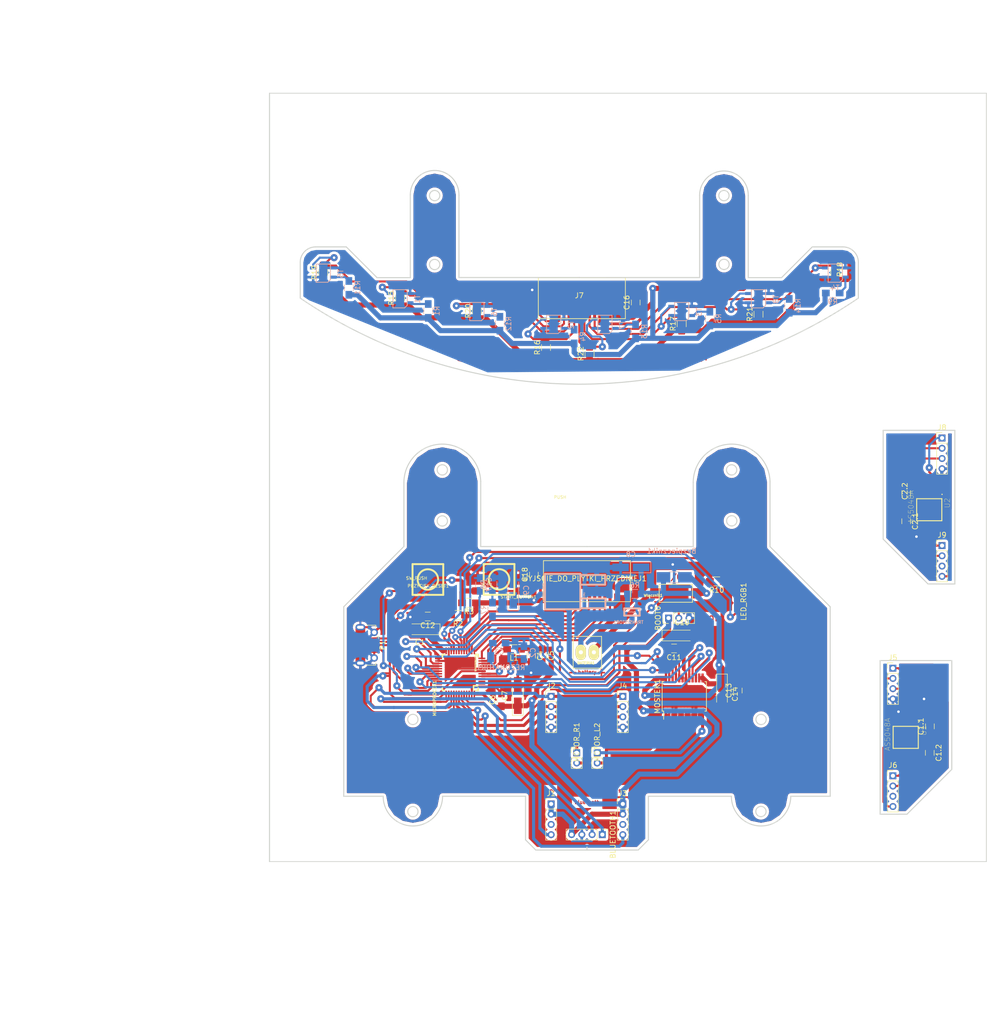
<source format=kicad_pcb>
(kicad_pcb (version 4) (host pcbnew 4.0.6)
  (layers (0 F.Cu signal) (31 B.Cu signal) (34 B.Paste user) (35 F.Paste user) (36 B.SilkS user) (37 F.SilkS user) (38 B.Mask user) (39 F.Mask user) (44 Edge.Cuts user))
  (net 0 "")
  (net 1 "Net-(BATERIA1-Pad2)")
  (net 2 "Net-(BATERIA1-Pad1)")
  (net 3 /BATERIA)
  (net 4 "Net-(Bezpiecznik1-Pad2)")
  (net 5 /USART_RX)
  (net 6 /SWCLK)
  (net 7 GND)
  (net 8 VCC)
  (net 9 /BOOT0)
  (net 10 "Net-(C2-Pad1)")
  (net 11 "Net-(C3-Pad1)")
  (net 12 /LIPOL_POMIAR)
  (net 13 /SPI1_SS1)
  (net 14 /SPI1_CLK)
  (net 15 /SPI1_MOSI)
  (net 16 /SPI1_MISO)
  (net 17 /SPI1_SS2)
  (net 18 "Net-(L1-Pad2)")
  (net 19 "Net-(LED_RGB1-Pad1)")
  (net 20 /RESET)
  (net 21 /T1)
  (net 22 /T2)
  (net 23 /T3)
  (net 24 /T4)
  (net 25 /T5)
  (net 26 /T6)
  (net 27 /T7)
  (net 28 /T8)
  (net 29 /LED_B)
  (net 30 /LED_G)
  (net 31 /LED_R)
  (net 32 /L_PWM)
  (net 33 /R_PWM)
  (net 34 "Net-(MIKROPROCEK1-Pad33)")
  (net 35 /SWDIO)
  (net 36 "Net-(MOSTEK1-Pad1)")
  (net 37 "Net-(MOSTEK1-Pad5)")
  (net 38 "Net-(MOSTEK1-Pad7)")
  (net 39 "Net-(MOSTEK1-Pad11)")
  (net 40 "Net-(R6-Pad2)")
  (net 41 /3.31)
  (net 42 /GND1)
  (net 43 /3.32)
  (net 44 /GND2)
  (net 45 /CLK1)
  (net 46 /MOSI1)
  (net 47 /MISO1)
  (net 48 /SS1)
  (net 49 /CLK2)
  (net 50 /MOSI2)
  (net 51 /MISO2)
  (net 52 /SS2)
  (net 53 "Net-(R1-Pad2)")
  (net 54 "Net-(R4-Pad2)")
  (net 55 "Net-(R5-Pad2)")
  (net 56 "Net-(R9-Pad2)")
  (net 57 "Net-(R11-Pad2)")
  (net 58 "Net-(R12-Pad2)")
  (net 59 "Net-(R13-Pad2)")
  (net 60 "Net-(R14-Pad2)")
  (net 61 /T1P)
  (net 62 /T2P)
  (net 63 /T3P)
  (net 64 /T4P)
  (net 65 /T5P)
  (net 66 /T6P)
  (net 67 /T7P)
  (net 68 /T8P)
  (net 69 /L_1)
  (net 70 /L_2)
  (net 71 /R_2)
  (net 72 /R_1)
  (module Capacitors_SMD:C_0805_HandSoldering (layer F.Cu) (at 65.9 132.15 180)
    (fp_text reference C12 (at 0 -1.75 180) (layer F.SilkS))
    (fp_text value 100nF)
    (pad 1 smd rect (at -1.25 0 180) (size 1.5 1.25) (layers F.Cu F.Paste F.Mask) (net 8 VCC))
    (pad 2 smd rect (at 1.25 0 180) (size 1.5 1.25) (layers F.Cu F.Paste F.Mask) (net 7 GND))
  )
  (module misc:LQFP48 (layer F.Cu) (at 72.25 143.08 90)
    (fp_text reference MIKROPROCEK1 (at -5.04952 -5.00126 90) (layer F.SilkS) (effects (font (size 0.59944 0.59944) (thickness 0.12446))))
    (fp_text value STM32F051C8Tx (at 2 3 90) (layer F.SilkS) (effects (font (size 0.29972 0.29972) (thickness 0.0762))))
    (pad 1 smd rect (at -2.74828 4.22402 270) (size 0.28956 1.34874) (layers F.Cu F.Paste F.Mask) (net 7 GND))
    (pad 2 smd rect (at -2.2479 4.22402 270) (size 0.28956 1.34874) (layers F.Cu F.Paste F.Mask))
    (pad 3 smd rect (at -1.74752 4.22402 270) (size 0.28956 1.34874) (layers F.Cu F.Paste F.Mask))
    (pad 4 smd rect (at -1.24968 4.22402 270) (size 0.28956 1.34874) (layers F.Cu F.Paste F.Mask))
    (pad 5 smd rect (at -0.7493 4.22402 270) (size 0.28956 1.34874) (layers F.Cu F.Paste F.Mask) (net 10 "Net-(C2-Pad1)"))
    (pad 6 smd rect (at -0.24892 4.22402 270) (size 0.28956 1.34874) (layers F.Cu F.Paste F.Mask) (net 11 "Net-(C3-Pad1)"))
    (pad 7 smd rect (at 0.24892 4.22402 270) (size 0.28956 1.34874) (layers F.Cu F.Paste F.Mask) (net 20 /RESET))
    (pad 8 smd rect (at 0.7493 4.22402 270) (size 0.28956 1.34874) (layers F.Cu F.Paste F.Mask) (net 7 GND))
    (pad 9 smd rect (at 1.24968 4.22402 270) (size 0.28956 1.34874) (layers F.Cu F.Paste F.Mask) (net 18 "Net-(L1-Pad2)"))
    (pad 10 smd rect (at 1.74752 4.22402 270) (size 0.28956 1.34874) (layers F.Cu F.Paste F.Mask) (net 21 /T1))
    (pad 11 smd rect (at 2.2479 4.22402 270) (size 0.28956 1.34874) (layers F.Cu F.Paste F.Mask) (net 22 /T2))
    (pad 12 smd rect (at 2.74828 4.22402 270) (size 0.28956 1.34874) (layers F.Cu F.Paste F.Mask) (net 23 /T3))
    (pad 13 smd rect (at 4.22402 2.74828) (size 0.28956 1.34874) (layers F.Cu F.Paste F.Mask) (net 24 /T4))
    (pad 14 smd rect (at 4.22402 2.2479) (size 0.28956 1.34874) (layers F.Cu F.Paste F.Mask) (net 25 /T5))
    (pad 15 smd rect (at 4.22402 1.74752) (size 0.28956 1.34874) (layers F.Cu F.Paste F.Mask) (net 26 /T6))
    (pad 16 smd rect (at 4.22402 1.24968) (size 0.28956 1.34874) (layers F.Cu F.Paste F.Mask) (net 27 /T7))
    (pad 17 smd rect (at 4.22402 0.7493) (size 0.28956 1.34874) (layers F.Cu F.Paste F.Mask) (net 28 /T8))
    (pad 18 smd rect (at 4.22402 0.24892) (size 0.28956 1.34874) (layers F.Cu F.Paste F.Mask) (net 29 /LED_B))
    (pad 19 smd rect (at 4.22402 -0.24892) (size 0.28956 1.34874) (layers F.Cu F.Paste F.Mask) (net 12 /LIPOL_POMIAR))
    (pad 20 smd rect (at 4.22402 -0.7493) (size 0.28956 1.34874) (layers F.Cu F.Paste F.Mask))
    (pad 21 smd rect (at 4.22402 -1.24968) (size 0.28956 1.34874) (layers F.Cu F.Paste F.Mask) (net 31 /LED_R))
    (pad 22 smd rect (at 4.22402 -1.74752) (size 0.28956 1.34874) (layers F.Cu F.Paste F.Mask) (net 30 /LED_G))
    (pad 23 smd rect (at 4.22402 -2.2479) (size 0.28956 1.34874) (layers F.Cu F.Paste F.Mask) (net 7 GND))
    (pad 24 smd rect (at 4.22402 -2.74828) (size 0.28956 1.34874) (layers F.Cu F.Paste F.Mask) (net 8 VCC))
    (pad 25 smd rect (at 2.74828 -4.22402 90) (size 0.28956 1.34874) (layers F.Cu F.Paste F.Mask) (net 7 GND))
    (pad 26 smd rect (at 2.2479 -4.22402 90) (size 0.28956 1.34874) (layers F.Cu F.Paste F.Mask) (net 7 GND))
    (pad 27 smd rect (at 1.74752 -4.22402 90) (size 0.28956 1.34874) (layers F.Cu F.Paste F.Mask) (net 69 /L_1))
    (pad 28 smd rect (at 1.24968 -4.22402 90) (size 0.28956 1.34874) (layers F.Cu F.Paste F.Mask) (net 70 /L_2))
    (pad 29 smd rect (at 0.7493 -4.22402 90) (size 0.28956 1.34874) (layers F.Cu F.Paste F.Mask) (net 32 /L_PWM))
    (pad 30 smd rect (at 0.24892 -4.22402 90) (size 0.28956 1.34874) (layers F.Cu F.Paste F.Mask) (net 71 /R_2))
    (pad 31 smd rect (at -0.24892 -4.22402 90) (size 0.28956 1.34874) (layers F.Cu F.Paste F.Mask) (net 72 /R_1))
    (pad 32 smd rect (at -0.7493 -4.22402 90) (size 0.28956 1.34874) (layers F.Cu F.Paste F.Mask) (net 33 /R_PWM))
    (pad 33 smd rect (at -1.24968 -4.22402 90) (size 0.28956 1.34874) (layers F.Cu F.Paste F.Mask) (net 34 "Net-(MIKROPROCEK1-Pad33)"))
    (pad 34 smd rect (at -1.74752 -4.22402 90) (size 0.28956 1.34874) (layers F.Cu F.Paste F.Mask) (net 35 /SWDIO))
    (pad 35 smd rect (at -2.2479 -4.22402 90) (size 0.28956 1.34874) (layers F.Cu F.Paste F.Mask))
    (pad 36 smd rect (at -2.74828 -4.22402 90) (size 0.28956 1.34874) (layers F.Cu F.Paste F.Mask))
    (pad 37 smd rect (at -4.22402 -2.74828 180) (size 0.28956 1.34874) (layers F.Cu F.Paste F.Mask) (net 6 /SWCLK))
    (pad 38 smd rect (at -4.22402 -2.2479 180) (size 0.28956 1.34874) (layers F.Cu F.Paste F.Mask) (net 5 /USART_RX))
    (pad 39 smd rect (at -4.22402 -1.74752 180) (size 0.28956 1.34874) (layers F.Cu F.Paste F.Mask) (net 14 /SPI1_CLK))
    (pad 40 smd rect (at -4.22402 -1.24968 180) (size 0.28956 1.34874) (layers F.Cu F.Paste F.Mask) (net 16 /SPI1_MISO))
    (pad 41 smd rect (at -4.22402 -0.7493 180) (size 0.28956 1.34874) (layers F.Cu F.Paste F.Mask) (net 15 /SPI1_MOSI))
    (pad 42 smd rect (at -4.22402 -0.24892 180) (size 0.28956 1.34874) (layers F.Cu F.Paste F.Mask) (net 13 /SPI1_SS1))
    (pad 43 smd rect (at -4.22402 0.24892 180) (size 0.28956 1.34874) (layers F.Cu F.Paste F.Mask) (net 17 /SPI1_SS2))
    (pad 44 smd rect (at -4.22402 0.7493 180) (size 0.28956 1.34874) (layers F.Cu F.Paste F.Mask) (net 9 /BOOT0))
    (pad 45 smd rect (at -4.22402 1.24968 180) (size 0.28956 1.34874) (layers F.Cu F.Paste F.Mask))
    (pad 46 smd rect (at -4.22402 1.74752 180) (size 0.28956 1.34874) (layers F.Cu F.Paste F.Mask))
    (pad 47 smd rect (at -4.22402 2.2479 180) (size 0.28956 1.34874) (layers F.Cu F.Paste F.Mask) (net 7 GND))
    (pad 48 smd rect (at -4.22402 2.74828 180) (size 0.28956 1.34874) (layers F.Cu F.Paste F.Mask) (net 8 VCC))
  )
  (module warsztaty:LM1117_TO-252 (layer B.Cu) (at 98.89972 127.29 270)
    (fp_text reference STABILIZATOR1 (at 0 10.414 270) (layer B.SilkS) (effects (font (size 0.29972 0.29972) (thickness 0.0762)) (justify mirror)))
    (fp_text value LM1117 (at 1 2.43972 270) (layer B.SilkS) (effects (font (size 0.29972 0.29972) (thickness 0.0762)) (justify mirror)))
    (pad 3 smd rect (at -2.30124 0 270) (size 1.651 3.048) (layers B.Cu B.Paste B.Mask) (net 7 GND))
    (pad 2 smd rect (at 0 6.64972 270) (size 6.70052 6.70052) (layers B.Cu B.Paste B.Mask) (net 8 VCC))
    (pad 1 smd rect (at 2.30124 0 270) (size 1.651 3.048) (layers B.Cu B.Paste B.Mask) (net 3 /BATERIA))
  )
  (module Pin_Headers:Pin_Header_Straight_1x04_Pitch2.00mm (layer F.Cu) (at 104 168.75)
    (fp_text reference J3 (at 0 -2.06) (layer F.SilkS))
    (fp_text value CONN_01X04)
    (pad 1 thru_hole rect (at 0 0) (size 1.35 1.35) (drill 0.8) (layers *.Cu *.Mask) (net 8 VCC))
    (pad 2 thru_hole oval (at 0 2) (size 1.35 1.35) (drill 0.8) (layers *.Cu *.Mask) (net 8 VCC))
    (pad 3 thru_hole oval (at 0 4) (size 1.35 1.35) (drill 0.8) (layers *.Cu *.Mask))
    (pad 4 thru_hole oval (at 0 6) (size 1.35 1.35) (drill 0.8) (layers *.Cu *.Mask) (net 17 /SPI1_SS2))
  )
  (module misc:zl_zasilania (layer F.Cu) (at 94.31 142.24)
    (fp_text reference BATERIA1 (at 2.5 -1) (layer F.SilkS) (effects (font (size 0.5 0.5) (thickness 0.125))))
    (fp_text value LI-POL)
    (pad 2 thru_hole oval (at 4.04 -3.1) (size 2 3) (drill 0.8) (layers *.Cu *.Mask F.SilkS) (net 1 "Net-(BATERIA1-Pad2)"))
    (pad 1 thru_hole oval (at 1.5 -3.1) (size 2 3) (drill 0.8) (layers *.Cu *.Mask F.SilkS) (net 2 "Net-(BATERIA1-Pad1)"))
  )
  (module Fuse_Holders_and_Fuses:Fuse_SMD1206_HandSoldering (layer B.Cu) (at 114.03 124.5)
    (fp_text reference Bezpiecznik1 (at -0.5011 -5.122163) (layer B.SilkS) (effects (justify mirror)))
    (fp_text value "Fuse ??")
    (pad 1 smd rect (at -2.09 0 270) (size 2.03 2.65) (layers B.Cu B.Paste B.Mask) (net 3 /BATERIA))
    (pad 2 smd rect (at 2.09 0 270) (size 2.03 2.65) (layers B.Cu B.Paste B.Mask) (net 4 "Net-(Bezpiecznik1-Pad2)"))
  )
  (module Pin_Headers:Pin_Header_Straight_1x04_Pitch2.00mm (layer F.Cu) (at 100 174.73 270)
    (fp_text reference BLUETOOTH1 (at 0 -2.06 270) (layer F.SilkS))
    (fp_text value PIN4)
    (pad 1 thru_hole rect (at 0 0 270) (size 1.35 1.35) (drill 0.8) (layers *.Cu *.Mask) (net 5 /USART_RX))
    (pad 2 thru_hole oval (at 0 2 270) (size 1.35 1.35) (drill 0.8) (layers *.Cu *.Mask) (net 6 /SWCLK))
    (pad 3 thru_hole oval (at 0 4 270) (size 1.35 1.35) (drill 0.8) (layers *.Cu *.Mask) (net 7 GND))
    (pad 4 thru_hole oval (at 0 6 270) (size 1.35 1.35) (drill 0.8) (layers *.Cu *.Mask) (net 8 VCC))
  )
  (module Pin_Headers:Pin_Header_Straight_1x03_Pitch2.00mm (layer F.Cu) (at 112.93 132.46 90)
    (fp_text reference BOOT0 (at 0 -2.06 90) (layer F.SilkS))
    (fp_text value SWITCH)
    (pad 1 thru_hole rect (at 0 0 90) (size 1.35 1.35) (drill 0.8) (layers *.Cu *.Mask) (net 8 VCC))
    (pad 2 thru_hole oval (at 0 2 90) (size 1.35 1.35) (drill 0.8) (layers *.Cu *.Mask) (net 9 /BOOT0))
    (pad 3 thru_hole oval (at 0 4 90) (size 1.35 1.35) (drill 0.8) (layers *.Cu *.Mask) (net 7 GND))
  )
  (module Capacitors_Tantalum_SMD:CP_Tantalum_Case-A_EIA-3216-18_Hand (layer F.Cu) (at 64.4 134.65 180)
    (fp_text reference C1 (at 0 -2.55 180) (layer F.SilkS))
    (fp_text value 4,7uF)
    (pad 1 smd rect (at -2 0 180) (size 3.2 1.5) (layers F.Cu F.Paste F.Mask) (net 8 VCC))
    (pad 2 smd rect (at 2 0 180) (size 3.2 1.5) (layers F.Cu F.Paste F.Mask) (net 7 GND))
  )
  (module Capacitors_SMD:C_0805_HandSoldering (layer B.Cu) (at 84.7 139.2 90)
    (fp_text reference C2 (at 0 1.75 90) (layer B.SilkS) (effects (justify mirror)))
    (fp_text value 22pF)
    (pad 1 smd rect (at -1.25 0 90) (size 1.5 1.25) (layers B.Cu B.Paste B.Mask) (net 10 "Net-(C2-Pad1)"))
    (pad 2 smd rect (at 1.25 0 90) (size 1.5 1.25) (layers B.Cu B.Paste B.Mask) (net 7 GND))
  )
  (module Capacitors_SMD:C_0805_HandSoldering (layer B.Cu) (at 79.85 137.35)
    (fp_text reference C3 (at 0 1.75) (layer B.SilkS) (effects (justify mirror)))
    (fp_text value 22pF)
    (pad 1 smd rect (at -1.25 0) (size 1.5 1.25) (layers B.Cu B.Paste B.Mask) (net 11 "Net-(C3-Pad1)"))
    (pad 2 smd rect (at 1.25 0) (size 1.5 1.25) (layers B.Cu B.Paste B.Mask) (net 7 GND))
  )
  (module Capacitors_SMD:C_0805_HandSoldering (layer F.Cu) (at 86.09 139.8 270)
    (fp_text reference C4 (at 0 -1.75 270) (layer F.SilkS))
    (fp_text value 10nF)
    (pad 1 smd rect (at -1.25 0 270) (size 1.5 1.25) (layers F.Cu F.Paste F.Mask) (net 8 VCC))
    (pad 2 smd rect (at 1.25 0 270) (size 1.5 1.25) (layers F.Cu F.Paste F.Mask) (net 7 GND))
  )
  (module Capacitors_SMD:C_0805_HandSoldering (layer F.Cu) (at 88.27 139.8 270)
    (fp_text reference C5 (at 0 -1.75 270) (layer F.SilkS))
    (fp_text value 1uF)
    (pad 1 smd rect (at -1.25 0 270) (size 1.5 1.25) (layers F.Cu F.Paste F.Mask) (net 8 VCC))
    (pad 2 smd rect (at 1.25 0 270) (size 1.5 1.25) (layers F.Cu F.Paste F.Mask) (net 7 GND))
  )
  (module Capacitors_SMD:C_0805_HandSoldering (layer F.Cu) (at 80.29 148.43 90)
    (fp_text reference C6 (at 0 -1.75 90) (layer F.SilkS))
    (fp_text value 100nF)
    (pad 1 smd rect (at -1.25 0 90) (size 1.5 1.25) (layers F.Cu F.Paste F.Mask) (net 8 VCC))
    (pad 2 smd rect (at 1.25 0 90) (size 1.5 1.25) (layers F.Cu F.Paste F.Mask) (net 7 GND))
  )
  (module Capacitors_Tantalum_SMD:CP_Tantalum_Case-A_EIA-3216-18_Hand (layer F.Cu) (at 83.49 147.58 90)
    (fp_text reference C7 (at 0 -2.55 90) (layer F.SilkS))
    (fp_text value 4,7uF)
    (pad 1 smd rect (at -2 0 90) (size 3.2 1.5) (layers F.Cu F.Paste F.Mask) (net 8 VCC))
    (pad 2 smd rect (at 2 0 90) (size 3.2 1.5) (layers F.Cu F.Paste F.Mask) (net 7 GND))
  )
  (module Capacitors_Tantalum_SMD:CP_Tantalum_Case-A_EIA-3216-18_Hand (layer B.Cu) (at 105.57 122.57 180)
    (fp_text reference C8 (at 0 2.55 180) (layer B.SilkS) (effects (justify mirror)))
    (fp_text value 10uF)
    (pad 1 smd rect (at -2 0 180) (size 3.2 1.5) (layers B.Cu B.Paste B.Mask) (net 3 /BATERIA))
    (pad 2 smd rect (at 2 0 180) (size 3.2 1.5) (layers B.Cu B.Paste B.Mask) (net 7 GND))
  )
  (module Capacitors_Tantalum_SMD:CP_Tantalum_Case-A_EIA-3216-18_Hand (layer B.Cu) (at 82.6 127.02 90)
    (fp_text reference C9 (at 0 2.55 90) (layer B.SilkS) (effects (justify mirror)))
    (fp_text value 10uF)
    (pad 1 smd rect (at -2 0 90) (size 3.2 1.5) (layers B.Cu B.Paste B.Mask) (net 8 VCC))
    (pad 2 smd rect (at 2 0 90) (size 3.2 1.5) (layers B.Cu B.Paste B.Mask) (net 7 GND))
  )
  (module Capacitors_Tantalum_SMD:CP_Tantalum_Case-A_EIA-3216-18_Hand (layer F.Cu) (at 115.57 135.87)
    (fp_text reference C10 (at 0 -2.55) (layer F.SilkS))
    (fp_text value 10uF)
    (pad 1 smd rect (at -2 0) (size 3.2 1.5) (layers F.Cu F.Paste F.Mask) (net 8 VCC))
    (pad 2 smd rect (at 2 0) (size 3.2 1.5) (layers F.Cu F.Paste F.Mask) (net 7 GND))
  )
  (module Capacitors_SMD:C_0805_HandSoldering (layer F.Cu) (at 114.01 138.39 180)
    (fp_text reference C11 (at 0 -1.75 180) (layer F.SilkS))
    (fp_text value 100nF)
    (pad 1 smd rect (at -1.25 0 180) (size 1.5 1.25) (layers F.Cu F.Paste F.Mask) (net 7 GND))
    (pad 2 smd rect (at 1.25 0 180) (size 1.5 1.25) (layers F.Cu F.Paste F.Mask) (net 8 VCC))
  )
  (module Capacitors_SMD:C_0805_HandSoldering (layer F.Cu) (at 126.44 146.61 90)
    (fp_text reference C13 (at 0 -1.75 90) (layer F.SilkS))
    (fp_text value 100nF)
    (pad 1 smd rect (at -1.25 0 90) (size 1.5 1.25) (layers F.Cu F.Paste F.Mask) (net 7 GND))
    (pad 2 smd rect (at 1.25 0 90) (size 1.5 1.25) (layers F.Cu F.Paste F.Mask) (net 3 /BATERIA))
  )
  (module Capacitors_Tantalum_SMD:CP_Tantalum_Case-A_EIA-3216-18_Hand (layer F.Cu) (at 123.37 147.3 270)
    (fp_text reference C14 (at 0 -2.55 270) (layer F.SilkS))
    (fp_text value 10uF)
    (pad 1 smd rect (at -2 0 270) (size 3.2 1.5) (layers F.Cu F.Paste F.Mask) (net 3 /BATERIA))
    (pad 2 smd rect (at 2 0 270) (size 3.2 1.5) (layers F.Cu F.Paste F.Mask) (net 7 GND))
  )
  (module Capacitors_SMD:C_0805_HandSoldering (layer B.Cu) (at 76.12 125.9 90)
    (fp_text reference C17 (at 0 1.75 90) (layer B.SilkS) (effects (justify mirror)))
    (fp_text value C)
    (pad 1 smd rect (at -1.25 0 90) (size 1.5 1.25) (layers B.Cu B.Paste B.Mask) (net 12 /LIPOL_POMIAR))
    (pad 2 smd rect (at 1.25 0 90) (size 1.5 1.25) (layers B.Cu B.Paste B.Mask) (net 7 GND))
  )
  (module Capacitors_SMD:C_0805_HandSoldering (layer F.Cu) (at 86.63 123.98 90)
    (fp_text reference C18 (at 0 -1.75 90) (layer F.SilkS))
    (fp_text value 100nF)
    (pad 1 smd rect (at -1.25 0 90) (size 1.5 1.25) (layers F.Cu F.Paste F.Mask) (net 8 VCC))
    (pad 2 smd rect (at 1.25 0 90) (size 1.5 1.25) (layers F.Cu F.Paste F.Mask) (net 7 GND))
  )
  (module Resistors_SMD:R_0805_HandSoldering (layer F.Cu) (at 82.75 138.55 180)
    (fp_text reference L1 (at 0 -1.7 180) (layer F.SilkS))
    (fp_text value 10uH)
    (pad 1 smd rect (at -1.35 0 180) (size 1.5 1.3) (layers F.Cu F.Paste F.Mask) (net 8 VCC))
    (pad 2 smd rect (at 1.35 0 180) (size 1.5 1.3) (layers F.Cu F.Paste F.Mask) (net 18 "Net-(L1-Pad2)"))
  )
  (module warsztaty:LED_RGB_0805 (layer F.Cu) (at 126.5 129.5 270)
    (fp_text reference LED_RGB1 (at -0.24 -1.09 270) (layer F.SilkS))
    (fp_text value LED_CRGB)
    (pad 1 smd rect (at -1.05 0.4 270) (size 1 0.5) (layers F.Cu F.Paste F.Mask) (net 19 "Net-(LED_RGB1-Pad1)"))
    (pad 4 smd rect (at 1.05 0.4 270) (size 1 0.5) (layers F.Cu F.Paste F.Mask) (net 29 /LED_B))
    (pad 3 smd rect (at 1.05 -0.4 270) (size 1 0.5) (layers F.Cu F.Paste F.Mask) (net 30 /LED_G))
    (pad 2 smd rect (at -1.05 -0.4 270) (size 1 0.5) (layers F.Cu F.Paste F.Mask) (net 31 /LED_R))
  )
  (module warsztaty:TB6612 (layer F.Cu) (at 116 147.75 90)
    (fp_text reference MOSTEK1 (at 0 -5.25 90) (layer F.SilkS))
    (fp_text value TB6612)
    (pad 1 smd rect (at -3.6 -3.575 90) (size 1.75 0.45) (layers F.Cu F.Paste F.Mask) (net 36 "Net-(MOSTEK1-Pad1)"))
    (pad 2 smd rect (at -3.6 -2.925 90) (size 1.75 0.45) (layers F.Cu F.Paste F.Mask) (net 36 "Net-(MOSTEK1-Pad1)"))
    (pad 3 smd rect (at -3.6 -2.275 90) (size 1.75 0.45) (layers F.Cu F.Paste F.Mask) (net 7 GND))
    (pad 4 smd rect (at -3.6 -1.625 90) (size 1.75 0.45) (layers F.Cu F.Paste F.Mask) (net 7 GND))
    (pad 5 smd rect (at -3.6 -0.975 90) (size 1.75 0.45) (layers F.Cu F.Paste F.Mask) (net 37 "Net-(MOSTEK1-Pad5)"))
    (pad 6 smd rect (at -3.6 -0.325 90) (size 1.75 0.45) (layers F.Cu F.Paste F.Mask) (net 37 "Net-(MOSTEK1-Pad5)"))
    (pad 7 smd rect (at -3.6 0.325 90) (size 1.75 0.45) (layers F.Cu F.Paste F.Mask) (net 38 "Net-(MOSTEK1-Pad7)"))
    (pad 8 smd rect (at -3.6 0.975 90) (size 1.75 0.45) (layers F.Cu F.Paste F.Mask) (net 38 "Net-(MOSTEK1-Pad7)"))
    (pad 9 smd rect (at -3.6 1.625 90) (size 1.75 0.45) (layers F.Cu F.Paste F.Mask) (net 7 GND))
    (pad 10 smd rect (at -3.6 2.275 90) (size 1.75 0.45) (layers F.Cu F.Paste F.Mask) (net 7 GND))
    (pad 11 smd rect (at -3.6 2.925 90) (size 1.75 0.45) (layers F.Cu F.Paste F.Mask) (net 39 "Net-(MOSTEK1-Pad11)"))
    (pad 12 smd rect (at -3.6 3.575 90) (size 1.75 0.45) (layers F.Cu F.Paste F.Mask) (net 39 "Net-(MOSTEK1-Pad11)"))
    (pad 13 smd rect (at 3.6 3.575 90) (size 1.75 0.45) (layers F.Cu F.Paste F.Mask) (net 3 /BATERIA))
    (pad 14 smd rect (at 3.6 2.925 90) (size 1.75 0.45) (layers F.Cu F.Paste F.Mask) (net 3 /BATERIA))
    (pad 15 smd rect (at 3.6 2.275 90) (size 1.75 0.45) (layers F.Cu F.Paste F.Mask) (net 33 /R_PWM))
    (pad 16 smd rect (at 3.6 1.625 90) (size 1.75 0.45) (layers F.Cu F.Paste F.Mask) (net 72 /R_1))
    (pad 17 smd rect (at 3.6 0.975 90) (size 1.75 0.45) (layers F.Cu F.Paste F.Mask) (net 71 /R_2))
    (pad 18 smd rect (at 3.6 0.325 90) (size 1.75 0.45) (layers F.Cu F.Paste F.Mask) (net 7 GND))
    (pad 19 smd rect (at 3.6 -0.325 90) (size 1.75 0.45) (layers F.Cu F.Paste F.Mask) (net 8 VCC))
    (pad 20 smd rect (at 3.6 -0.975 90) (size 1.75 0.45) (layers F.Cu F.Paste F.Mask) (net 8 VCC))
    (pad 21 smd rect (at 3.6 -1.625 90) (size 1.75 0.45) (layers F.Cu F.Paste F.Mask) (net 70 /L_2))
    (pad 22 smd rect (at 3.6 -2.275 90) (size 1.75 0.45) (layers F.Cu F.Paste F.Mask) (net 69 /L_1))
    (pad 23 smd rect (at 3.6 -2.925 90) (size 1.75 0.45) (layers F.Cu F.Paste F.Mask) (net 32 /L_PWM))
    (pad 24 smd rect (at 3.6 -3.575 90) (size 1.75 0.45) (layers F.Cu F.Paste F.Mask) (net 3 /BATERIA))
  )
  (module Pin_Headers:Pin_Header_Straight_1x02_Pitch2.00mm (layer F.Cu) (at 99 158.75)
    (fp_text reference MOTOR_L2 (at 0 -2.06 90) (layer F.SilkS))
    (fp_text value PIN2)
    (pad 1 thru_hole rect (at 0 0) (size 1.35 1.35) (drill 0.8) (layers *.Cu *.Mask) (net 39 "Net-(MOSTEK1-Pad11)"))
    (pad 2 thru_hole oval (at 0 2) (size 1.35 1.35) (drill 0.8) (layers *.Cu *.Mask) (net 38 "Net-(MOSTEK1-Pad7)"))
  )
  (module Pin_Headers:Pin_Header_Straight_1x02_Pitch2.00mm (layer F.Cu) (at 95 158.75)
    (fp_text reference MOTOR_R1 (at 0 -2.06 90) (layer F.SilkS))
    (fp_text value PIN2)
    (pad 1 thru_hole rect (at 0 0) (size 1.35 1.35) (drill 0.8) (layers *.Cu *.Mask) (net 36 "Net-(MOSTEK1-Pad1)"))
    (pad 2 thru_hole oval (at 0 2) (size 1.35 1.35) (drill 0.8) (layers *.Cu *.Mask) (net 37 "Net-(MOSTEK1-Pad5)"))
  )
  (module Connectors_USB:USB_Micro-B_Molex-105017-0001 (layer F.Cu) (at 53.1 137.75 270)
    (fp_text reference P1 (at 0 -4 270) (layer F.SilkS))
    (fp_text value USB_OTG)
    (pad 6 smd rect (at 1 0.35 270) (size 1.5 1.9) (layers F.Cu F.Paste F.Mask) (net 7 GND))
    (pad 6 thru_hole circle (at -2.5 -2.35 270) (size 1.45 1.45) (drill 0.85) (layers *.Cu *.Mask) (net 7 GND))
    (pad 2 smd rect (at -0.65 -2.35 270) (size 0.4 1.35) (layers F.Cu F.Paste F.Mask) (net 35 /SWDIO))
    (pad 1 smd rect (at -1.3 -2.35 270) (size 0.4 1.35) (layers F.Cu F.Paste F.Mask) (net 8 VCC))
    (pad 5 smd rect (at 1.3 -2.35 270) (size 0.4 1.35) (layers F.Cu F.Paste F.Mask) (net 7 GND))
    (pad 4 smd rect (at 0.65 -2.35 270) (size 0.4 1.35) (layers F.Cu F.Paste F.Mask) (net 20 /RESET))
    (pad 3 smd rect (at 0 -2.35 270) (size 0.4 1.35) (layers F.Cu F.Paste F.Mask) (net 6 /SWCLK))
    (pad 6 thru_hole circle (at 2.5 -2.35 270) (size 1.45 1.45) (drill 0.85) (layers *.Cu *.Mask) (net 7 GND))
    (pad 6 smd rect (at -1 0.35 270) (size 1.5 1.9) (layers F.Cu F.Paste F.Mask) (net 7 GND))
    (pad 6 thru_hole oval (at -3.5 0.35 90) (size 1.2 1.9) (drill oval 0.6 1.3) (layers *.Cu *.Mask) (net 7 GND))
    (pad 6 thru_hole oval (at 3.5 0.35 270) (size 1.2 1.9) (drill oval 0.6 1.3) (layers *.Cu *.Mask) (net 7 GND))
    (pad 6 smd rect (at 2.9 0.35 270) (size 1.2 1.9) (layers F.Cu F.Mask) (net 7 GND))
    (pad 6 smd rect (at -2.9 0.35 270) (size 1.2 1.9) (layers F.Cu F.Mask) (net 7 GND))
  )
  (module misc:SW_06_SMD (layer F.Cu) (at 65.92884 124.92956 180)
    (fp_text reference PRZYCISK_RESET1 (at -0.07 -1.26 180) (layer F.SilkS) (effects (font (size 0.59944 0.59944) (thickness 0.09906))))
    (fp_text value SW_PUSH (at 2.20116 0.24956 180) (layer F.SilkS) (effects (font (size 0.59944 0.59944) (thickness 0.09906))))
    (pad 1 smd rect (at -4.20116 -2.25044 180) (size 2.10058 1.39954) (layers F.Cu F.Paste F.Mask) (net 20 /RESET))
    (pad 2 smd rect (at -4.20116 2.25044 180) (size 2.10058 1.39954) (layers F.Cu F.Paste F.Mask) (net 7 GND))
    (pad 2 smd rect (at 4.20116 2.25044 180) (size 2.10058 1.39954) (layers F.Cu F.Paste F.Mask) (net 7 GND))
    (pad 1 smd rect (at 4.20116 -2.25044 180) (size 2.10058 1.39954) (layers F.Cu F.Paste F.Mask) (net 20 /RESET))
  )
  (module Resistors_SMD:R_0805_HandSoldering (layer F.Cu) (at 71.82 131.86 180)
    (fp_text reference R2 (at 0 -1.7 180) (layer F.SilkS))
    (fp_text value 10k)
    (pad 1 smd rect (at -1.35 0 180) (size 1.5 1.3) (layers F.Cu F.Paste F.Mask) (net 8 VCC))
    (pad 2 smd rect (at 1.35 0 180) (size 1.5 1.3) (layers F.Cu F.Paste F.Mask) (net 20 /RESET))
  )
  (module Resistors_SMD:R_0805_HandSoldering (layer F.Cu) (at 73.95 129.49 180)
    (fp_text reference R3 (at 0 -1.7 180) (layer F.SilkS))
    (fp_text value 10k)
    (pad 1 smd rect (at -1.35 0 180) (size 1.5 1.3) (layers F.Cu F.Paste F.Mask) (net 8 VCC))
    (pad 2 smd rect (at 1.35 0 180) (size 1.5 1.3) (layers F.Cu F.Paste F.Mask) (net 34 "Net-(MIKROPROCEK1-Pad33)"))
  )
  (module Resistors_SMD:R_0805_HandSoldering (layer B.Cu) (at 106.35 127.75 180)
    (fp_text reference R6 (at 0 1.7 180) (layer B.SilkS) (effects (justify mirror)))
    (fp_text value 1k)
    (pad 1 smd rect (at -1.35 0 180) (size 1.5 1.3) (layers B.Cu B.Paste B.Mask) (net 3 /BATERIA))
    (pad 2 smd rect (at 1.35 0 180) (size 1.5 1.3) (layers B.Cu B.Paste B.Mask) (net 40 "Net-(R6-Pad2)"))
  )
  (module Resistors_SMD:R_0805_HandSoldering (layer B.Cu) (at 78.54 130.79 270)
    (fp_text reference R7 (at 0 1.7 270) (layer B.SilkS) (effects (justify mirror)))
    (fp_text value 51k)
    (pad 1 smd rect (at -1.35 0 270) (size 1.5 1.3) (layers B.Cu B.Paste B.Mask) (net 12 /LIPOL_POMIAR))
    (pad 2 smd rect (at 1.35 0 270) (size 1.5 1.3) (layers B.Cu B.Paste B.Mask) (net 3 /BATERIA))
  )
  (module Resistors_SMD:R_0805_HandSoldering (layer B.Cu) (at 78.53 125.9 270)
    (fp_text reference R8 (at 0 1.7 270) (layer B.SilkS) (effects (justify mirror)))
    (fp_text value 33k)
    (pad 1 smd rect (at -1.35 0 270) (size 1.5 1.3) (layers B.Cu B.Paste B.Mask) (net 7 GND))
    (pad 2 smd rect (at 1.35 0 270) (size 1.5 1.3) (layers B.Cu B.Paste B.Mask) (net 12 /LIPOL_POMIAR))
  )
  (module Resistors_SMD:R_0805_HandSoldering (layer F.Cu) (at 122.35 125.3 180)
    (fp_text reference R10 (at 0 -1.7 180) (layer F.SilkS))
    (fp_text value 220R)
    (pad 1 smd rect (at -1.35 0 180) (size 1.5 1.3) (layers F.Cu F.Paste F.Mask) (net 19 "Net-(LED_RGB1-Pad1)"))
    (pad 2 smd rect (at 1.35 0 180) (size 1.5 1.3) (layers F.Cu F.Paste F.Mask) (net 7 GND))
  )
  (module misc:Kwarc_SMD_Mini (layer B.Cu) (at 80.15 140.1 180)
    (fp_text reference REZONATOR1 (at 0 -2 180) (layer B.SilkS) (effects (justify mirror)))
    (fp_text value HC49-S)
    (pad 1 smd rect (at 1.95 0 180) (size 1.3 2) (layers B.Cu B.Paste B.Mask) (net 11 "Net-(C3-Pad1)"))
    (pad 2 smd rect (at -1.95 0 180) (size 1.3 2) (layers B.Cu B.Paste B.Mask) (net 10 "Net-(C2-Pad1)"))
  )
  (module misc:SW_06_SMD (layer F.Cu) (at 79.82884 124.91044)
    (fp_text reference START_BUTTON1 (at 3.80116 3.41956) (layer F.SilkS) (effects (font (size 0.59944 0.59944) (thickness 0.09906))))
    (fp_text value PUSH (at 11.93116 -16.05044) (layer F.SilkS) (effects (font (size 0.59944 0.59944) (thickness 0.09906))))
    (pad 1 smd rect (at -4.20116 -2.25044) (size 2.10058 1.39954) (layers F.Cu F.Paste F.Mask) (net 7 GND))
    (pad 2 smd rect (at -4.20116 2.25044) (size 2.10058 1.39954) (layers F.Cu F.Paste F.Mask) (net 34 "Net-(MIKROPROCEK1-Pad33)"))
    (pad 2 smd rect (at 4.20116 2.25044) (size 2.10058 1.39954) (layers F.Cu F.Paste F.Mask) (net 34 "Net-(MIKROPROCEK1-Pad33)"))
    (pad 1 smd rect (at 4.20116 -2.25044) (size 2.10058 1.39954) (layers F.Cu F.Paste F.Mask) (net 7 GND))
  )
  (module misc:SOT23-3 (layer B.Cu) (at 105.791 131.276 180)
    (fp_text reference TRANSISTOR1 (at 0.70104 -1.99898 180) (layer B.SilkS) (effects (font (size 0.59944 0.59944) (thickness 0.12446)) (justify mirror)))
    (fp_text value BUZ11 (at 0 0 180) (layer B.SilkS) (effects (font (size 0.29972 0.29972) (thickness 0.07112)) (justify mirror)))
    (pad 1 smd rect (at 0.889 1.016 180) (size 0.9144 0.9144) (layers B.Cu B.Paste B.Mask) (net 40 "Net-(R6-Pad2)"))
    (pad 2 smd rect (at -0.889 1.016 180) (size 0.9144 0.9144) (layers B.Cu B.Paste B.Mask) (net 7 GND))
    (pad 3 smd rect (at 0 -1.00076 180) (size 0.9144 0.9144) (layers B.Cu B.Paste B.Mask) (net 2 "Net-(BATERIA1-Pad1)"))
  )
  (module misc:tact_switch_smd (layer F.Cu) (at 110.35 127.63)
    (fp_text reference Włącznik1 (at -0.42 0.42) (layer F.SilkS) (effects (font (size 0.5 0.5) (thickness 0.125))))
    (fp_text value switch)
    (pad 1 smd rect (at 0 0) (size 2 2) (layers F.Cu F.Paste F.Mask) (net 1 "Net-(BATERIA1-Pad2)"))
    (pad 2 smd rect (at 8 0) (size 2 2) (layers F.Cu F.Paste F.Mask) (net 4 "Net-(Bezpiecznik1-Pad2)"))
  )
  (module misc:fpc_10_pin (layer F.Cu) (at 97.5 125.25 180)
    (fp_text reference WYJSCIE_DO_PLYTKI_PRZEDNIEJ1 (at 1 0.5 180) (layer F.SilkS))
    (fp_text value PIN10)
    (pad 11 smd rect (at -6.65 -0.8 180) (size 2.3 2.8) (layers F.Cu F.Paste F.Mask))
    (pad 10 smd rect (at 5 -3 180) (size 0.6 2) (layers F.Cu F.Paste F.Mask) (net 8 VCC))
    (pad 9 smd rect (at 4 -3 180) (size 0.6 2) (layers F.Cu F.Paste F.Mask) (net 7 GND))
    (pad 8 smd rect (at 3 -3 180) (size 0.6 2) (layers F.Cu F.Paste F.Mask) (net 28 /T8))
    (pad 7 smd rect (at 2 -3 180) (size 0.6 2) (layers F.Cu F.Paste F.Mask) (net 27 /T7))
    (pad 6 smd rect (at 1 -3 180) (size 0.6 2) (layers F.Cu F.Paste F.Mask) (net 26 /T6))
    (pad 5 smd rect (at 0 -3 180) (size 0.6 2) (layers F.Cu F.Paste F.Mask) (net 25 /T5))
    (pad 4 smd rect (at -1 -3 180) (size 0.6 2) (layers F.Cu F.Paste F.Mask) (net 24 /T4))
    (pad 3 smd rect (at -2 -3 180) (size 0.6 2) (layers F.Cu F.Paste F.Mask) (net 23 /T3))
    (pad 2 smd rect (at -3 -3 180) (size 0.6 2) (layers F.Cu F.Paste F.Mask) (net 22 /T2))
    (pad 1 smd rect (at -4 -3 180) (size 0.6 2) (layers F.Cu F.Paste F.Mask) (net 21 /T1))
    (pad 11 smd rect (at 7.65 -0.8 180) (size 2.3 2.8) (layers F.Cu F.Paste F.Mask))
  )
  (module Pin_Headers:Pin_Header_Straight_1x04_Pitch2.00mm (layer F.Cu) (at 90 168.75)
    (fp_text reference J1 (at 0 -2.06) (layer F.SilkS))
    (fp_text value CONN_01X04)
    (pad 1 thru_hole rect (at 0 0) (size 1.35 1.35) (drill 0.8) (layers *.Cu *.Mask) (net 8 VCC))
    (pad 2 thru_hole oval (at 0 2) (size 1.35 1.35) (drill 0.8) (layers *.Cu *.Mask) (net 8 VCC))
    (pad 3 thru_hole oval (at 0 4) (size 1.35 1.35) (drill 0.8) (layers *.Cu *.Mask))
    (pad 4 thru_hole oval (at 0 6) (size 1.35 1.35) (drill 0.8) (layers *.Cu *.Mask) (net 13 /SPI1_SS1))
  )
  (module Pin_Headers:Pin_Header_Straight_1x04_Pitch2.00mm (layer F.Cu) (at 90 147.75)
    (fp_text reference J2 (at 0 -2.06) (layer F.SilkS))
    (fp_text value CONN_01X04)
    (pad 1 thru_hole rect (at 0 0) (size 1.35 1.35) (drill 0.8) (layers *.Cu *.Mask) (net 14 /SPI1_CLK))
    (pad 2 thru_hole oval (at 0 2) (size 1.35 1.35) (drill 0.8) (layers *.Cu *.Mask) (net 15 /SPI1_MOSI))
    (pad 3 thru_hole oval (at 0 4) (size 1.35 1.35) (drill 0.8) (layers *.Cu *.Mask) (net 16 /SPI1_MISO))
    (pad 4 thru_hole oval (at 0 6) (size 1.35 1.35) (drill 0.8) (layers *.Cu *.Mask) (net 7 GND))
  )
  (module Pin_Headers:Pin_Header_Straight_1x04_Pitch2.00mm (layer F.Cu) (at 104 147.75)
    (fp_text reference J4 (at 0 -2.06) (layer F.SilkS))
    (fp_text value CONN_01X04)
    (pad 1 thru_hole rect (at 0 0) (size 1.35 1.35) (drill 0.8) (layers *.Cu *.Mask) (net 14 /SPI1_CLK))
    (pad 2 thru_hole oval (at 0 2) (size 1.35 1.35) (drill 0.8) (layers *.Cu *.Mask) (net 15 /SPI1_MOSI))
    (pad 3 thru_hole oval (at 0 4) (size 1.35 1.35) (drill 0.8) (layers *.Cu *.Mask) (net 16 /SPI1_MISO))
    (pad 4 thru_hole oval (at 0 6) (size 1.35 1.35) (drill 0.8) (layers *.Cu *.Mask) (net 7 GND))
  )
  (module Capacitors_SMD:C_0805_HandSoldering (layer F.Cu) (at 163.952104 158.769084 270)
    (fp_text reference C1.2 (at 0 -1.75 270) (layer F.SilkS))
    (fp_text value C)
    (pad 1 smd rect (at -1.25 0 270) (size 1.5 1.25) (layers F.Cu F.Paste F.Mask) (net 41 /3.31))
    (pad 2 smd rect (at 1.25 0 270) (size 1.5 1.25) (layers F.Cu F.Paste F.Mask) (net 42 /GND1))
  )
  (module Capacitors_SMD:C_0805_HandSoldering (layer F.Cu) (at 159.345868 113.560798 270)
    (fp_text reference C2.1 (at 0 -1.75 270) (layer F.SilkS))
    (fp_text value C)
    (pad 1 smd rect (at -1.25 0 270) (size 1.5 1.25) (layers F.Cu F.Paste F.Mask) (net 43 /3.32))
    (pad 2 smd rect (at 1.25 0 270) (size 1.5 1.25) (layers F.Cu F.Paste F.Mask) (net 44 /GND2))
  )
  (module Capacitors_SMD:C_0805_HandSoldering (layer F.Cu) (at 159.345868 108.060798 90)
    (fp_text reference C2.2 (at 0.371086 -0.258773 90) (layer F.SilkS))
    (fp_text value C)
    (pad 1 smd rect (at -1.25 0 90) (size 1.5 1.25) (layers F.Cu F.Paste F.Mask) (net 43 /3.32))
    (pad 2 smd rect (at 1.25 0 90) (size 1.5 1.25) (layers F.Cu F.Paste F.Mask) (net 44 /GND2))
  )
  (module Capacitors_SMD:C_0805_HandSoldering (layer F.Cu) (at 106.520522 70.85 90)
    (fp_text reference C16 (at 0 -1.75 90) (layer F.SilkS))
    (fp_text value C)
    (pad 1 smd rect (at -1.25 0 90) (size 1.5 1.25) (layers F.Cu F.Paste F.Mask) (net 8 VCC))
    (pad 2 smd rect (at 1.25 0 90) (size 1.5 1.25) (layers F.Cu F.Paste F.Mask) (net 7 GND))
  )
  (module Pin_Headers:Pin_Header_Straight_1x04_Pitch2.00mm (layer F.Cu) (at 156.752104 142.249084)
    (fp_text reference J5 (at 0 -2.06) (layer F.SilkS))
    (fp_text value CONN_01X04)
    (pad 1 thru_hole rect (at 0 0) (size 1.35 1.35) (drill 0.8) (layers *.Cu *.Mask) (net 45 /CLK1))
    (pad 2 thru_hole oval (at 0 2) (size 1.35 1.35) (drill 0.8) (layers *.Cu *.Mask) (net 46 /MOSI1))
    (pad 3 thru_hole oval (at 0 4) (size 1.35 1.35) (drill 0.8) (layers *.Cu *.Mask) (net 47 /MISO1))
    (pad 4 thru_hole oval (at 0 6) (size 1.35 1.35) (drill 0.8) (layers *.Cu *.Mask) (net 42 /GND1))
  )
  (module Pin_Headers:Pin_Header_Straight_1x04_Pitch2.00mm (layer F.Cu) (at 156.752104 163.249084)
    (fp_text reference J6 (at 0 -2.06) (layer F.SilkS))
    (fp_text value CONN_01X04)
    (pad 1 thru_hole rect (at 0 0) (size 1.35 1.35) (drill 0.8) (layers *.Cu *.Mask) (net 41 /3.31))
    (pad 2 thru_hole oval (at 0 2) (size 1.35 1.35) (drill 0.8) (layers *.Cu *.Mask) (net 41 /3.31))
    (pad 3 thru_hole oval (at 0 4) (size 1.35 1.35) (drill 0.8) (layers *.Cu *.Mask))
    (pad 4 thru_hole oval (at 0 6) (size 1.35 1.35) (drill 0.8) (layers *.Cu *.Mask) (net 48 /SS1))
  )
  (module misc:fpc_10_pin (layer F.Cu) (at 96.499271 69.996251 180)
    (fp_text reference J7 (at 1 0.5 180) (layer F.SilkS))
    (fp_text value PIN10)
    (pad 11 smd rect (at -6.65 -0.8 180) (size 2.3 2.8) (layers F.Cu F.Paste F.Mask))
    (pad 10 smd rect (at 5 -3 180) (size 0.6 2) (layers F.Cu F.Paste F.Mask) (net 61 /T1P))
    (pad 9 smd rect (at 4 -3 180) (size 0.6 2) (layers F.Cu F.Paste F.Mask) (net 62 /T2P))
    (pad 8 smd rect (at 3 -3 180) (size 0.6 2) (layers F.Cu F.Paste F.Mask) (net 63 /T3P))
    (pad 7 smd rect (at 2 -3 180) (size 0.6 2) (layers F.Cu F.Paste F.Mask) (net 64 /T4P))
    (pad 6 smd rect (at 1 -3 180) (size 0.6 2) (layers F.Cu F.Paste F.Mask) (net 65 /T5P))
    (pad 5 smd rect (at 0 -3 180) (size 0.6 2) (layers F.Cu F.Paste F.Mask) (net 66 /T6P))
    (pad 4 smd rect (at -1 -3 180) (size 0.6 2) (layers F.Cu F.Paste F.Mask) (net 67 /T7P))
    (pad 3 smd rect (at -2 -3 180) (size 0.6 2) (layers F.Cu F.Paste F.Mask) (net 68 /T8P))
    (pad 2 smd rect (at -3 -3 180) (size 0.6 2) (layers F.Cu F.Paste F.Mask) (net 7 GND))
    (pad 1 smd rect (at -4 -3 180) (size 0.6 2) (layers F.Cu F.Paste F.Mask) (net 8 VCC))
    (pad 11 smd rect (at 7.65 -0.8 180) (size 2.3 2.8) (layers F.Cu F.Paste F.Mask))
  )
  (module Pin_Headers:Pin_Header_Straight_1x04_Pitch2.00mm (layer F.Cu) (at 166.345868 97.310798)
    (fp_text reference J8 (at 0 -2.06) (layer F.SilkS))
    (fp_text value CONN_01X04)
    (pad 1 thru_hole rect (at 0 0) (size 1.35 1.35) (drill 0.8) (layers *.Cu *.Mask) (net 49 /CLK2))
    (pad 2 thru_hole oval (at 0 2) (size 1.35 1.35) (drill 0.8) (layers *.Cu *.Mask) (net 50 /MOSI2))
    (pad 3 thru_hole oval (at 0 4) (size 1.35 1.35) (drill 0.8) (layers *.Cu *.Mask) (net 51 /MISO2))
    (pad 4 thru_hole oval (at 0 6) (size 1.35 1.35) (drill 0.8) (layers *.Cu *.Mask) (net 44 /GND2))
  )
  (module Pin_Headers:Pin_Header_Straight_1x04_Pitch2.00mm (layer F.Cu) (at 166.345868 118.310798)
    (fp_text reference J9 (at 0 -2.06) (layer F.SilkS))
    (fp_text value CONN_01X04)
    (pad 1 thru_hole rect (at 0 0) (size 1.35 1.35) (drill 0.8) (layers *.Cu *.Mask) (net 43 /3.32))
    (pad 2 thru_hole oval (at 0 2) (size 1.35 1.35) (drill 0.8) (layers *.Cu *.Mask) (net 43 /3.32))
    (pad 3 thru_hole oval (at 0 4) (size 1.35 1.35) (drill 0.8) (layers *.Cu *.Mask))
    (pad 4 thru_hole oval (at 0 6) (size 1.35 1.35) (drill 0.8) (layers *.Cu *.Mask) (net 52 /SS2))
  )
  (module Resistors_SMD:R_0805_HandSoldering (layer B.Cu) (at 65.999271 72.496251 90)
    (fp_text reference R1 (at 0 1.7 90) (layer B.SilkS) (effects (justify mirror)))
    (fp_text value 200)
    (pad 1 smd rect (at -1.35 0 90) (size 1.5 1.3) (layers B.Cu B.Paste B.Mask) (net 8 VCC))
    (pad 2 smd rect (at 1.35 0 90) (size 1.5 1.3) (layers B.Cu B.Paste B.Mask) (net 53 "Net-(R1-Pad2)"))
  )
  (module Resistors_SMD:R_0805_HandSoldering (layer B.Cu) (at 94.499271 77.496251 90)
    (fp_text reference R4 (at 0 1.7 90) (layer B.SilkS) (effects (justify mirror)))
    (fp_text value 200)
    (pad 1 smd rect (at -1.35 0 90) (size 1.5 1.3) (layers B.Cu B.Paste B.Mask) (net 8 VCC))
    (pad 2 smd rect (at 1.35 0 90) (size 1.5 1.3) (layers B.Cu B.Paste B.Mask) (net 54 "Net-(R4-Pad2)"))
  )
  (module Resistors_SMD:R_0805_HandSoldering (layer B.Cu) (at 120.999271 73.996251 90)
    (fp_text reference R5 (at 0 1.7 90) (layer B.SilkS) (effects (justify mirror)))
    (fp_text value 200)
    (pad 1 smd rect (at -1.35 0 90) (size 1.5 1.3) (layers B.Cu B.Paste B.Mask) (net 8 VCC))
    (pad 2 smd rect (at 1.35 0 90) (size 1.5 1.3) (layers B.Cu B.Paste B.Mask) (net 55 "Net-(R5-Pad2)"))
  )
  (module Resistors_SMD:R_0805_HandSoldering (layer B.Cu) (at 144.999271 68.996251)
    (fp_text reference R9 (at 0 1.7) (layer B.SilkS) (effects (justify mirror)))
    (fp_text value 200)
    (pad 1 smd rect (at -1.35 0) (size 1.5 1.3) (layers B.Cu B.Paste B.Mask) (net 8 VCC))
    (pad 2 smd rect (at 1.35 0) (size 1.5 1.3) (layers B.Cu B.Paste B.Mask) (net 56 "Net-(R9-Pad2)"))
  )
  (module Resistors_SMD:R_0805_HandSoldering (layer B.Cu) (at 50.499271 67.996251 90)
    (fp_text reference R11 (at 0 1.7 90) (layer B.SilkS) (effects (justify mirror)))
    (fp_text value 200)
    (pad 1 smd rect (at -1.35 0 90) (size 1.5 1.3) (layers B.Cu B.Paste B.Mask) (net 8 VCC))
    (pad 2 smd rect (at 1.35 0 90) (size 1.5 1.3) (layers B.Cu B.Paste B.Mask) (net 57 "Net-(R11-Pad2)"))
  )
  (module Resistors_SMD:R_0805_HandSoldering (layer B.Cu) (at 79.999271 74.996251 90)
    (fp_text reference R12 (at 0 1.7 90) (layer B.SilkS) (effects (justify mirror)))
    (fp_text value 200)
    (pad 1 smd rect (at -1.35 0 90) (size 1.5 1.3) (layers B.Cu B.Paste B.Mask) (net 8 VCC))
    (pad 2 smd rect (at 1.35 0 90) (size 1.5 1.3) (layers B.Cu B.Paste B.Mask) (net 58 "Net-(R12-Pad2)"))
  )
  (module Resistors_SMD:R_0805_HandSoldering (layer B.Cu) (at 106.499271 76.496251 90)
    (fp_text reference R13 (at 0 1.7 90) (layer B.SilkS) (effects (justify mirror)))
    (fp_text value 200)
    (pad 1 smd rect (at -1.35 0 90) (size 1.5 1.3) (layers B.Cu B.Paste B.Mask) (net 8 VCC))
    (pad 2 smd rect (at 1.35 0 90) (size 1.5 1.3) (layers B.Cu B.Paste B.Mask) (net 59 "Net-(R13-Pad2)"))
  )
  (module Resistors_SMD:R_0805_HandSoldering (layer B.Cu) (at 136.499271 71.496251 90)
    (fp_text reference R14 (at 0 1.7 90) (layer B.SilkS) (effects (justify mirror)))
    (fp_text value 200)
    (pad 1 smd rect (at -1.35 0 90) (size 1.5 1.3) (layers B.Cu B.Paste B.Mask) (net 8 VCC))
    (pad 2 smd rect (at 1.35 0 90) (size 1.5 1.3) (layers B.Cu B.Paste B.Mask) (net 60 "Net-(R14-Pad2)"))
  )
  (module Resistors_SMD:R_0805_HandSoldering (layer F.Cu) (at 60.499271 69.996251 90)
    (fp_text reference R15 (at 0 -1.7 90) (layer F.SilkS))
    (fp_text value 10k)
    (pad 1 smd rect (at -1.35 0 90) (size 1.5 1.3) (layers F.Cu F.Paste F.Mask) (net 8 VCC))
    (pad 2 smd rect (at 1.35 0 90) (size 1.5 1.3) (layers F.Cu F.Paste F.Mask) (net 62 /T2P))
  )
  (module Resistors_SMD:R_0805_HandSoldering (layer F.Cu) (at 88.999271 79.646251 90)
    (fp_text reference R16 (at 0 -1.7 90) (layer F.SilkS))
    (fp_text value 10k)
    (pad 1 smd rect (at -1.35 0 90) (size 1.5 1.3) (layers F.Cu F.Paste F.Mask) (net 8 VCC))
    (pad 2 smd rect (at 1.35 0 90) (size 1.5 1.3) (layers F.Cu F.Paste F.Mask) (net 64 /T4P))
  )
  (module Resistors_SMD:R_0805_HandSoldering (layer F.Cu) (at 115.499271 74.996251 90)
    (fp_text reference R17 (at 0 -1.7 90) (layer F.SilkS))
    (fp_text value 10k)
    (pad 1 smd rect (at -1.35 0 90) (size 1.5 1.3) (layers F.Cu F.Paste F.Mask) (net 8 VCC))
    (pad 2 smd rect (at 1.35 0 90) (size 1.5 1.3) (layers F.Cu F.Paste F.Mask) (net 66 /T6P))
  )
  (module Resistors_SMD:R_0805_HandSoldering (layer F.Cu) (at 145.499271 64.996251 90)
    (fp_text reference R18 (at 0.6 0.88 90) (layer F.SilkS))
    (fp_text value 10k)
    (pad 1 smd rect (at -1.35 0 90) (size 1.5 1.3) (layers F.Cu F.Paste F.Mask) (net 8 VCC))
    (pad 2 smd rect (at 1.35 0 90) (size 1.5 1.3) (layers F.Cu F.Paste F.Mask) (net 68 /T8P))
  )
  (module Resistors_SMD:R_0805_HandSoldering (layer F.Cu) (at 45.499271 64.996251 90)
    (fp_text reference R19 (at 0 -1.7 90) (layer F.SilkS))
    (fp_text value 10K)
    (pad 1 smd rect (at -1.35 0 90) (size 1.5 1.3) (layers F.Cu F.Paste F.Mask) (net 8 VCC))
    (pad 2 smd rect (at 1.35 0 90) (size 1.5 1.3) (layers F.Cu F.Paste F.Mask) (net 61 /T1P))
  )
  (module Resistors_SMD:R_0805_HandSoldering (layer F.Cu) (at 75.499271 72.496251 90)
    (fp_text reference R20 (at 0 -1.7 90) (layer F.SilkS))
    (fp_text value 10k)
    (pad 1 smd rect (at -1.35 0 90) (size 1.5 1.3) (layers F.Cu F.Paste F.Mask) (net 8 VCC))
    (pad 2 smd rect (at 1.35 0 90) (size 1.5 1.3) (layers F.Cu F.Paste F.Mask) (net 63 /T3P))
  )
  (module Resistors_SMD:R_0805_HandSoldering (layer F.Cu) (at 130.499271 73.146251 90)
    (fp_text reference R21 (at 0 -1.7 90) (layer F.SilkS))
    (fp_text value 10k)
    (pad 1 smd rect (at -1.35 0 90) (size 1.5 1.3) (layers F.Cu F.Paste F.Mask) (net 8 VCC))
    (pad 2 smd rect (at 1.35 0 90) (size 1.5 1.3) (layers F.Cu F.Paste F.Mask) (net 67 /T7P))
  )
  (module Resistors_SMD:R_0805_HandSoldering (layer F.Cu) (at 97.499271 80.846251 90)
    (fp_text reference R22 (at 0 -1.7 90) (layer F.SilkS))
    (fp_text value 10k)
    (pad 1 smd rect (at -1.35 0 90) (size 1.5 1.3) (layers F.Cu F.Paste F.Mask) (net 8 VCC))
    (pad 2 smd rect (at 1.35 0 90) (size 1.5 1.3) (layers F.Cu F.Paste F.Mask) (net 65 /T5P))
  )
  (module warsztaty:KTIR0711S (layer B.Cu) (at 60.499271 69.996251 90)
    (fp_text reference T1 (at -0.219 3.407 90) (layer B.SilkS) (effects (justify mirror)))
    (fp_text value KTIR0711S)
    (pad 1 smd rect (at -0.905 1.965 90) (size 0.6 1.3) (layers B.Cu B.Paste B.Mask) (net 53 "Net-(R1-Pad2)"))
    (pad 2 smd rect (at -0.905 -1.965 90) (size 0.6 1.3) (layers B.Cu B.Paste B.Mask) (net 7 GND))
    (pad 3 smd rect (at 0.895 1.965 90) (size 0.6 1.3) (layers B.Cu B.Paste B.Mask) (net 7 GND))
    (pad 4 smd rect (at 0.895 -1.965 90) (size 0.6 1.3) (layers B.Cu B.Paste B.Mask) (net 62 /T2P))
  )
  (module warsztaty:KTIR0711S (layer B.Cu) (at 90.499271 74.996251 90)
    (fp_text reference T2 (at -0.219 3.407 90) (layer B.SilkS) (effects (justify mirror)))
    (fp_text value KTIR0711S)
    (pad 1 smd rect (at -0.905 1.965 90) (size 0.6 1.3) (layers B.Cu B.Paste B.Mask) (net 54 "Net-(R4-Pad2)"))
    (pad 2 smd rect (at -0.905 -1.965 90) (size 0.6 1.3) (layers B.Cu B.Paste B.Mask) (net 7 GND))
    (pad 3 smd rect (at 0.895 1.965 90) (size 0.6 1.3) (layers B.Cu B.Paste B.Mask) (net 7 GND))
    (pad 4 smd rect (at 0.895 -1.965 90) (size 0.6 1.3) (layers B.Cu B.Paste B.Mask) (net 64 /T4P))
  )
  (module warsztaty:KTIR0711S (layer B.Cu) (at 115.499271 72.496251 90)
    (fp_text reference T3 (at -0.219 3.407 90) (layer B.SilkS) (effects (justify mirror)))
    (fp_text value KTIR0711S)
    (pad 1 smd rect (at -0.905 1.965 90) (size 0.6 1.3) (layers B.Cu B.Paste B.Mask) (net 55 "Net-(R5-Pad2)"))
    (pad 2 smd rect (at -0.905 -1.965 90) (size 0.6 1.3) (layers B.Cu B.Paste B.Mask) (net 7 GND))
    (pad 3 smd rect (at 0.895 1.965 90) (size 0.6 1.3) (layers B.Cu B.Paste B.Mask) (net 7 GND))
    (pad 4 smd rect (at 0.895 -1.965 90) (size 0.6 1.3) (layers B.Cu B.Paste B.Mask) (net 66 /T6P))
  )
  (module warsztaty:KTIR0711S (layer B.Cu) (at 145.499271 64.996251 90)
    (fp_text reference T4 (at -3 0 360) (layer B.SilkS) (effects (justify mirror)))
    (fp_text value KTIR0711S)
    (pad 1 smd rect (at -0.905 1.965 90) (size 0.6 1.3) (layers B.Cu B.Paste B.Mask) (net 56 "Net-(R9-Pad2)"))
    (pad 2 smd rect (at -0.905 -1.965 90) (size 0.6 1.3) (layers B.Cu B.Paste B.Mask) (net 7 GND))
    (pad 3 smd rect (at 0.895 1.965 90) (size 0.6 1.3) (layers B.Cu B.Paste B.Mask) (net 7 GND))
    (pad 4 smd rect (at 0.895 -1.965 90) (size 0.6 1.3) (layers B.Cu B.Paste B.Mask) (net 68 /T8P))
  )
  (module warsztaty:KTIR0711S (layer B.Cu) (at 45.499271 64.996251 90)
    (fp_text reference T5 (at -0.219 3.407 90) (layer B.SilkS) (effects (justify mirror)))
    (fp_text value KTIR0711S)
    (pad 1 smd rect (at -0.905 1.965 90) (size 0.6 1.3) (layers B.Cu B.Paste B.Mask) (net 57 "Net-(R11-Pad2)"))
    (pad 2 smd rect (at -0.905 -1.965 90) (size 0.6 1.3) (layers B.Cu B.Paste B.Mask) (net 7 GND))
    (pad 3 smd rect (at 0.895 1.965 90) (size 0.6 1.3) (layers B.Cu B.Paste B.Mask) (net 7 GND))
    (pad 4 smd rect (at 0.895 -1.965 90) (size 0.6 1.3) (layers B.Cu B.Paste B.Mask) (net 61 /T1P))
  )
  (module warsztaty:KTIR0711S (layer B.Cu) (at 75.499271 72.496251 90)
    (fp_text reference T6 (at -0.219 3.407 90) (layer B.SilkS) (effects (justify mirror)))
    (fp_text value KTIR0711S)
    (pad 1 smd rect (at -0.905 1.965 90) (size 0.6 1.3) (layers B.Cu B.Paste B.Mask) (net 58 "Net-(R12-Pad2)"))
    (pad 2 smd rect (at -0.905 -1.965 90) (size 0.6 1.3) (layers B.Cu B.Paste B.Mask) (net 7 GND))
    (pad 3 smd rect (at 0.895 1.965 90) (size 0.6 1.3) (layers B.Cu B.Paste B.Mask) (net 7 GND))
    (pad 4 smd rect (at 0.895 -1.965 90) (size 0.6 1.3) (layers B.Cu B.Paste B.Mask) (net 63 /T3P))
  )
  (module warsztaty:KTIR0711S (layer B.Cu) (at 100.499271 74.996251 90)
    (fp_text reference T7 (at -0.219 3.407 90) (layer B.SilkS) (effects (justify mirror)))
    (fp_text value KTIR0711S)
    (pad 1 smd rect (at -0.905 1.965 90) (size 0.6 1.3) (layers B.Cu B.Paste B.Mask) (net 59 "Net-(R13-Pad2)"))
    (pad 2 smd rect (at -0.905 -1.965 90) (size 0.6 1.3) (layers B.Cu B.Paste B.Mask) (net 7 GND))
    (pad 3 smd rect (at 0.895 1.965 90) (size 0.6 1.3) (layers B.Cu B.Paste B.Mask) (net 7 GND))
    (pad 4 smd rect (at 0.895 -1.965 90) (size 0.6 1.3) (layers B.Cu B.Paste B.Mask) (net 65 /T5P))
  )
  (module warsztaty:KTIR0711S (layer B.Cu) (at 130.499271 69.996251 90)
    (fp_text reference T8 (at -0.219 3.407 90) (layer B.SilkS) (effects (justify mirror)))
    (fp_text value KTIR0711S)
    (pad 1 smd rect (at -0.905 1.965 90) (size 0.6 1.3) (layers B.Cu B.Paste B.Mask) (net 60 "Net-(R14-Pad2)"))
    (pad 2 smd rect (at -0.905 -1.965 90) (size 0.6 1.3) (layers B.Cu B.Paste B.Mask) (net 7 GND))
    (pad 3 smd rect (at 0.895 1.965 90) (size 0.6 1.3) (layers B.Cu B.Paste B.Mask) (net 7 GND))
    (pad 4 smd rect (at 0.895 -1.965 90) (size 0.6 1.3) (layers B.Cu B.Paste B.Mask) (net 67 /T7P))
  )
  (module AS5048A-HTSP-500:SOP65P640X120-14N (layer F.Cu) (at 159.252104 155.749084 270)
    (fp_text reference U1 (at -1.31 -3.525 270) (layer F.SilkS) (effects (font (thickness 0.05))))
    (fp_text value AS5048A (at -0.575 3.555 270) (layer F.SilkS) (effects (font (thickness 0.05))))
    (pad 1 smd rect (at -2.825 -1.95 180) (size 0.35 1) (layers F.Cu F.Paste F.Mask) (net 48 /SS1))
    (pad 2 smd rect (at -2.825 -1.3 180) (size 0.35 1) (layers F.Cu F.Paste F.Mask) (net 45 /CLK1))
    (pad 3 smd rect (at -2.825 -0.65 180) (size 0.35 1) (layers F.Cu F.Paste F.Mask) (net 47 /MISO1))
    (pad 4 smd rect (at -2.825 0 180) (size 0.35 1) (layers F.Cu F.Paste F.Mask) (net 46 /MOSI1))
    (pad 5 smd rect (at -2.825 0.65 180) (size 0.35 1) (layers F.Cu F.Paste F.Mask))
    (pad 6 smd rect (at -2.825 1.3 180) (size 0.35 1) (layers F.Cu F.Paste F.Mask))
    (pad 7 smd rect (at -2.825 1.95 180) (size 0.35 1) (layers F.Cu F.Paste F.Mask))
    (pad 8 smd rect (at 2.825 1.95) (size 0.35 1) (layers F.Cu F.Paste F.Mask))
    (pad 9 smd rect (at 2.825 1.3) (size 0.35 1) (layers F.Cu F.Paste F.Mask))
    (pad 10 smd rect (at 2.825 0.65) (size 0.35 1) (layers F.Cu F.Paste F.Mask))
    (pad 11 smd rect (at 2.825 0) (size 0.35 1) (layers F.Cu F.Paste F.Mask) (net 41 /3.31))
    (pad 12 smd rect (at 2.825 -0.65) (size 0.35 1) (layers F.Cu F.Paste F.Mask) (net 41 /3.31))
    (pad 13 smd rect (at 2.825 -1.3) (size 0.35 1) (layers F.Cu F.Paste F.Mask) (net 42 /GND1))
    (pad 14 smd rect (at 2.825 -1.95) (size 0.35 1) (layers F.Cu F.Paste F.Mask))
  )
  (module AS5048A-HTSP-500:SOP65P640X120-14N (layer F.Cu) (at 163.845868 111.310798 270)
    (fp_text reference U2 (at -1.31 -3.525 270) (layer F.SilkS) (effects (font (thickness 0.05))))
    (fp_text value AS5048A (at -0.575 3.555 270) (layer F.SilkS) (effects (font (thickness 0.05))))
    (pad 1 smd rect (at -2.825 -1.95 180) (size 0.35 1) (layers F.Cu F.Paste F.Mask) (net 52 /SS2))
    (pad 2 smd rect (at -2.825 -1.3 180) (size 0.35 1) (layers F.Cu F.Paste F.Mask) (net 49 /CLK2))
    (pad 3 smd rect (at -2.825 -0.65 180) (size 0.35 1) (layers F.Cu F.Paste F.Mask) (net 51 /MISO2))
    (pad 4 smd rect (at -2.825 0 180) (size 0.35 1) (layers F.Cu F.Paste F.Mask) (net 50 /MOSI2))
    (pad 5 smd rect (at -2.825 0.65 180) (size 0.35 1) (layers F.Cu F.Paste F.Mask))
    (pad 6 smd rect (at -2.825 1.3 180) (size 0.35 1) (layers F.Cu F.Paste F.Mask))
    (pad 7 smd rect (at -2.825 1.95 180) (size 0.35 1) (layers F.Cu F.Paste F.Mask))
    (pad 8 smd rect (at 2.825 1.95) (size 0.35 1) (layers F.Cu F.Paste F.Mask))
    (pad 9 smd rect (at 2.825 1.3) (size 0.35 1) (layers F.Cu F.Paste F.Mask))
    (pad 10 smd rect (at 2.825 0.65) (size 0.35 1) (layers F.Cu F.Paste F.Mask))
    (pad 11 smd rect (at 2.825 0) (size 0.35 1) (layers F.Cu F.Paste F.Mask) (net 43 /3.32))
    (pad 12 smd rect (at 2.825 -0.65) (size 0.35 1) (layers F.Cu F.Paste F.Mask) (net 43 /3.32))
    (pad 13 smd rect (at 2.825 -1.3) (size 0.35 1) (layers F.Cu F.Paste F.Mask) (net 44 /GND2))
    (pad 14 smd rect (at 2.825 -1.95) (size 0.35 1) (layers F.Cu F.Paste F.Mask))
  )
  (module Capacitors_SMD:C_0805_HandSoldering (layer F.Cu) (at 163.972104 153.599084 90)
    (fp_text reference C1.1 (at 0 -1.75 90) (layer F.SilkS))
    (fp_text value C)
    (pad 1 smd rect (at -1.25 0 90) (size 1.5 1.25) (layers F.Cu F.Paste F.Mask) (net 41 /3.31))
    (pad 2 smd rect (at 1.25 0 90) (size 1.5 1.25) (layers F.Cu F.Paste F.Mask) (net 42 /GND1))
  )
  (gr_line (start 163.600032 125.800352) (end 154.850032 117.050352) (layer Edge.Cuts) (width 0.2))
  (gr_line (start 168.25 162) (end 159.5 170.75) (layer Edge.Cuts) (width 0.2))
  (gr_arc (start 68.75 106) (end 61.25 106) (angle 178.0908476) (layer Edge.Cuts) (width 0.2))
  (gr_arc (start 125.25 106) (end 117.75 106) (angle 178.0908476) (layer Edge.Cuts) (width 0.2))
  (gr_arc (start 44 63) (end 41 63) (angle 90) (layer Edge.Cuts) (width 0.2))
  (gr_arc (start 147 63) (end 147 60) (angle 90) (layer Edge.Cuts) (width 0.2))
  (gr_line (start 50.000592 60) (end 56.000592 66) (layer Edge.Cuts) (width 0.2))
  (gr_line (start 56 66) (end 62.5 66) (layer Edge.Cuts) (width 0.2))
  (gr_line (start 62.5 66) (end 62.500592 49.825009) (layer Edge.Cuts) (width 0.2))
  (gr_line (start 135 66) (end 141 60) (layer Edge.Cuts) (width 0.2))
  (gr_line (start 128.5 66) (end 135 66) (layer Edge.Cuts) (width 0.2))
  (gr_line (start 128.5 50) (end 128.5 66) (layer Edge.Cuts) (width 0.2))
  (gr_arc (start 67.250592 49.825009) (end 62.500592 49.825009) (angle 180.904595) (layer Edge.Cuts) (width 0.2))
  (gr_line (start 71.999271 65.971251) (end 71.999271 49.921251) (layer Edge.Cuts) (width 0.2))
  (gr_arc (start 123.75 49.925) (end 119 49.925) (angle 180.904595) (layer Edge.Cuts) (width 0.2))
  (gr_line (start 95.5 65.975) (end 71.999271 65.971251) (layer Edge.Cuts) (width 0.2))
  (gr_line (start 119.000729 65.978749) (end 95.5 65.975) (layer Edge.Cuts) (width 0.2))
  (gr_text BOOT (at 120.65 132.588) (layer F.Cu) (effects (font (size 1 1) (thickness 0.2))))
  (gr_text ON/OFF (at 114.3 124.46) (layer F.Cu) (effects (font (size 1.1 1.1) (thickness 0.2))))
  (gr_text - (at 94.234 143.002) (layer F.Cu) (effects (font (size 1.5 1.5) (thickness 0.3))))
  (gr_text + (at 99.822 143.002) (layer F.Cu) (effects (font (size 1.5 1.5) (thickness 0.3))))
  (gr_text battery (at 97.028 143.002) (layer F.Cu) (effects (font (size 0.7 0.7))))
  (gr_text spi (at 103.886 166.116) (layer F.Cu) (effects (font (size 0.7 0.7))))
  (gr_text engine (at 97.536 162.814) (layer F.Cu) (effects (font (size 0.7 0.7))))
  (gr_text spi (at 89.916 166.116) (layer F.Cu) (effects (font (size 0.7 0.7))))
  (gr_text bluetooth (at 97.028 168.402) (layer F.Cu) (effects (font (size 0.7 0.7))))
  (gr_text RESET (at 65.786 120.396) (layer F.Cu) (effects (font (size 1 1) (thickness 0.2))))
  (gr_text "L.F ANT" (at 156.76129 100.132774 90) (layer F.Cu) (effects (font (size 1.1 1.1) (thickness 0.2) italic)))
  (gr_text "L.F ANT" (at 166.2 145.072 270) (layer F.Cu) (effects (font (size 1.1 1.1) (thickness 0.2) italic)))
  (gr_text "L.F ANT" (at 116.6 82.3 15) (layer F.Cu) (effects (font (size 1.5 1.5) (thickness 0.3) italic)))
  (gr_text "L.F ANT" (at 75.75 82.45 345) (layer F.Cu) (effects (font (size 1.5 1.5) (thickness 0.3) italic)))
  (gr_text "L.F. ANT" (at 137.668 137.922 90) (layer F.Cu) (effects (font (size 4 4) (thickness 0.9) italic)))
  (gr_line (start 35 30) (end 35 180) (layer Edge.Cuts) (width 0.2))
  (gr_line (start 154.845868 95.810798) (end 168.845868 95.810798) (layer Edge.Cuts) (width 0.2))
  (gr_line (start 154.850032 117.050352) (end 154.845868 95.810798) (layer Edge.Cuts) (width 0.2))
  (gr_line (start 163.600032 125.800352) (end 168.845868 125.810798) (layer Edge.Cuts) (width 0.2))
  (gr_line (start 168.845868 95.810798) (end 168.845868 125.810798) (layer Edge.Cuts) (width 0.2))
  (gr_line (start 159.5 170.75) (end 154.252104 170.749084) (layer Edge.Cuts) (width 0.2))
  (gr_line (start 168.252104 140.749084) (end 168.25 162) (layer Edge.Cuts) (width 0.2))
  (gr_line (start 154.252104 140.749084) (end 168.252104 140.749084) (layer Edge.Cuts) (width 0.2))
  (gr_line (start 154.252104 170.749084) (end 154.252104 140.749084) (layer Edge.Cuts) (width 0.2))
  (gr_arc (start 95.499271 -10.003749) (end 149.999271 69.996251) (angle 68.52929554) (layer Edge.Cuts) (width 0.2))
  (gr_line (start 41 63) (end 40.999271 69.996251) (layer Edge.Cuts) (width 0.2))
  (gr_line (start 50 60) (end 44 60) (layer Edge.Cuts) (width 0.2))
  (gr_line (start 150 63) (end 149.999271 69.996251) (layer Edge.Cuts) (width 0.2))
  (gr_line (start 141 60) (end 147 60) (layer Edge.Cuts) (width 0.2))
  (gr_arc (start 67.249739 49.976849) (end 68.249739 49.976849) (angle 358.2465905) (layer Edge.Cuts) (width 0.2))
  (gr_arc (start 67.249271 63.434251) (end 68.249271 63.434251) (angle 358.2465905) (layer Edge.Cuts) (width 0.2))
  (gr_line (start 119 65.975) (end 119 49.925) (layer Edge.Cuts) (width 0.2))
  (gr_arc (start 123.749739 49.976849) (end 124.749739 49.976849) (angle 358.2465905) (layer Edge.Cuts) (width 0.2))
  (gr_arc (start 123.764271 63.408851) (end 124.764271 63.408851) (angle 358.2465905) (layer Edge.Cuts) (width 0.2))
  (gr_arc (start 125.275 113.475) (end 126.275 113.475) (angle 358.2465905) (layer Edge.Cuts) (width 0.2))
  (gr_arc (start 125.250468 103.530598) (end 126.250468 103.530598) (angle 358.2465905) (layer Edge.Cuts) (width 0.2))
  (gr_arc (start 68.75 113.5) (end 69.75 113.5) (angle 358.2465905) (layer Edge.Cuts) (width 0.2))
  (gr_arc (start 68.750468 103.530598) (end 69.750468 103.530598) (angle 358.2465905) (layer Edge.Cuts) (width 0.2))
  (gr_line (start 117.75 118.5) (end 117.75 106) (layer Edge.Cuts) (width 0.2))
  (gr_line (start 132.75 105.75) (end 132.75 118.5) (layer Edge.Cuts) (width 0.2))
  (gr_line (start 76.25 118.5) (end 76.25 105.75) (layer Edge.Cuts) (width 0.2))
  (gr_line (start 61.25 118.5) (end 61.25 106) (layer Edge.Cuts) (width 0.2))
  (gr_line (start 125.2 167.25) (end 109 167.25) (layer Edge.Cuts) (width 0.2))
  (gr_line (start 109 167.25) (end 109 175.75) (layer Edge.Cuts) (width 0.2))
  (gr_line (start 107 177.75) (end 109 175.75) (layer Edge.Cuts) (width 0.2))
  (gr_line (start 107 177.75) (end 97 177.75) (layer Edge.Cuts) (width 0.2))
  (gr_line (start 97 177.75) (end 97 177.15) (layer Edge.Cuts) (width 0.2))
  (gr_line (start 87 177.75) (end 97 177.75) (layer Edge.Cuts) (width 0.2))
  (gr_line (start 85 175.75) (end 87 177.75) (layer Edge.Cuts) (width 0.2))
  (gr_line (start 85 167.25) (end 85 175.75) (layer Edge.Cuts) (width 0.2))
  (gr_line (start 68.8 167.25) (end 85 167.25) (layer Edge.Cuts) (width 0.2))
  (gr_arc (start 131 167.25) (end 136.8 167.25) (angle 180) (layer Edge.Cuts) (width 0.2))
  (gr_line (start 144.5 167.25) (end 136.8 167.25) (layer Edge.Cuts) (width 0.2))
  (gr_line (start 57.2 167.25) (end 49.5 167.25) (layer Edge.Cuts) (width 0.2))
  (gr_arc (start 63 167.25) (end 68.8 167.25) (angle 180) (layer Edge.Cuts) (width 0.2))
  (gr_line (start 144.5 167.25) (end 144.5 130.25) (layer Edge.Cuts) (width 0.2))
  (gr_line (start 144.5 130.25) (end 132.75 118.525) (layer Edge.Cuts) (width 0.2))
  (gr_line (start 117.75 118.5) (end 97 118.5) (layer Edge.Cuts) (width 0.2))
  (gr_line (start 76.25 118.5) (end 97 118.5) (layer Edge.Cuts) (width 0.2))
  (gr_line (start 49.5 130.25) (end 61.225 118.5) (layer Edge.Cuts) (width 0.2))
  (gr_line (start 49.5 167.25) (end 49.5 130.25) (layer Edge.Cuts) (width 0.2))
  (gr_arc (start 63 152.25) (end 64 152.25) (angle 358.2465905) (layer Edge.Cuts) (width 0.2))
  (gr_arc (start 63 170.25) (end 64 170.25) (angle 358.2465905) (layer Edge.Cuts) (width 0.2))
  (gr_arc (start 131 152.25) (end 132 152.25) (angle 358.2465905) (layer Edge.Cuts) (width 0.2))
  (gr_arc (start 130.975 170.225) (end 131.975 170.225) (angle 358.2465905) (layer Edge.Cuts) (width 0.2))
  (gr_line (start 175 180) (end 35 180) (layer Edge.Cuts) (width 0.15))
  (gr_line (start 175 30) (end 175 180) (layer Edge.Cuts) (width 0.15))
  (gr_line (start 35 30) (end 175 30) (layer Edge.Cuts) (width 0.15))
  (segment (start 98.35 139.14) (end 98.35 138.64) (width 1) (layer F.Cu) (net 1))
  (segment (start 98.35 138.64) (end 109.36 127.63) (width 1) (layer F.Cu) (net 1))
  (segment (start 109.36 127.63) (end 110.35 127.63) (width 1) (layer F.Cu) (net 1))
  (segment (start 105.40496 134.12) (end 105.791 133.73396) (width 1) (layer B.Cu) (net 2))
  (segment (start 95.81 139.14) (end 95.81 136.64) (width 1) (layer B.Cu) (net 2))
  (segment (start 95.81 136.64) (end 98.33 134.12) (width 1) (layer B.Cu) (net 2))
  (segment (start 98.33 134.12) (end 105.40496 134.12) (width 1) (layer B.Cu) (net 2))
  (segment (start 105.791 133.73396) (end 105.791 132.27676) (width 1) (layer B.Cu) (net 2))
  (via (at 91.71 138.5) (size 1.4) (drill 0.5) (layers F.Cu B.Cu) (net 3))
  (via (at 109.59 130.46) (size 1.4) (drill 0.5) (layers F.Cu B.Cu) (net 3))
  (via (at 108.3 147.55) (size 1.4) (drill 0.5) (layers F.Cu B.Cu) (net 3))
  (via (at 122.8 141.6) (size 1.4) (drill 0.5) (layers F.Cu B.Cu) (net 3))
  (segment (start 111.94 124.5) (end 111.94 127.63) (width 1) (layer B.Cu) (net 3))
  (segment (start 111 127.63) (end 107.82 127.63) (width 1) (layer B.Cu) (net 3))
  (segment (start 111.94 127.63) (end 111 127.63) (width 1) (layer B.Cu) (net 3))
  (segment (start 111 127.63) (end 117.89 127.63) (width 1) (layer B.Cu) (net 3))
  (segment (start 117.89 127.63) (end 120.48 130.22) (width 1) (layer B.Cu) (net 3))
  (segment (start 86.8 132.14) (end 78.54 132.14) (width 0.4) (layer B.Cu) (net 3))
  (segment (start 91.71 138.5) (end 91.71 137.15) (width 0.4) (layer B.Cu) (net 3))
  (segment (start 86.8 132.14) (end 86.8 132.24) (width 0.4) (layer B.Cu) (net 3))
  (segment (start 86.8 132.24) (end 91.71 137.15) (width 0.4) (layer B.Cu) (net 3))
  (segment (start 100.46 144.39) (end 102.28 142.57) (width 0.4) (layer F.Cu) (net 3))
  (segment (start 93.14 144.39) (end 100.46 144.39) (width 0.4) (layer F.Cu) (net 3))
  (segment (start 91.71 138.5) (end 91.71 143) (width 0.4) (layer F.Cu) (net 3))
  (segment (start 91.71 143) (end 91.75 143) (width 0.4) (layer F.Cu) (net 3))
  (segment (start 91.75 143) (end 93.14 144.39) (width 0.4) (layer F.Cu) (net 3))
  (segment (start 109.59 130.46) (end 111.94 128.11) (width 0.34) (layer B.Cu) (net 3))
  (segment (start 111.94 128.11) (end 111.94 127.63) (width 0.34) (layer B.Cu) (net 3))
  (segment (start 102.28 137.77) (end 109.59 130.46) (width 0.34) (layer F.Cu) (net 3))
  (segment (start 102.28 142.57) (end 102.28 137.77) (width 0.34) (layer F.Cu) (net 3))
  (segment (start 91.71 138.5) (end 91.71 139.348528) (width 0.4) (layer F.Cu) (net 3))
  (segment (start 112.02 144.24) (end 112.335 144.24) (width 0.6) (layer F.Cu) (net 3))
  (segment (start 112.335 144.24) (end 112.425 144.15) (width 0.6) (layer F.Cu) (net 3))
  (segment (start 110.59 144.24) (end 112.02 144.24) (width 1) (layer F.Cu) (net 3))
  (segment (start 108.3 146.53) (end 110.59 144.24) (width 1) (layer F.Cu) (net 3))
  (segment (start 108.3 147.55) (end 108.3 146.53) (width 1) (layer F.Cu) (net 3))
  (segment (start 120.87 147.55) (end 108.3 147.55) (width 1) (layer B.Cu) (net 3))
  (segment (start 122.8 145.62) (end 120.87 147.55) (width 1) (layer B.Cu) (net 3))
  (segment (start 122.8 141.6) (end 122.8 145.62) (width 1) (layer B.Cu) (net 3))
  (segment (start 123.37 145.3) (end 123.37 142.17) (width 1) (layer F.Cu) (net 3))
  (segment (start 123.37 142.17) (end 122.8 141.6) (width 1) (layer F.Cu) (net 3))
  (segment (start 120.48 130.22) (end 122.8 132.54) (width 1) (layer B.Cu) (net 3))
  (segment (start 122.8 132.54) (end 122.8 141.6) (width 1) (layer B.Cu) (net 3))
  (segment (start 123.37 145.3) (end 120.725 145.3) (width 1) (layer F.Cu) (net 3))
  (segment (start 120.725 145.3) (end 119.575 144.15) (width 1) (layer F.Cu) (net 3))
  (segment (start 123.37 145.3) (end 126.38 145.3) (width 1) (layer F.Cu) (net 3))
  (segment (start 126.38 145.3) (end 126.44 145.36) (width 1) (layer F.Cu) (net 3))
  (segment (start 119.29 144.15) (end 119.575 144.15) (width 0.4) (layer F.Cu) (net 3))
  (segment (start 118.925 144.15) (end 119.29 144.15) (width 0.4) (layer F.Cu) (net 3))
  (segment (start 119.29 144.15) (end 120.44 145.3) (width 0.6) (layer F.Cu) (net 3))
  (segment (start 120.44 145.3) (end 123.37 145.3) (width 0.6) (layer F.Cu) (net 3))
  (segment (start 98.89972 129.59124) (end 98.20122 129.59124) (width 1) (layer B.Cu) (net 3))
  (segment (start 107.7 125.64) (end 107.7 126.76) (width 1) (layer B.Cu) (net 3))
  (segment (start 107.7 126.76) (end 107.7 127.75) (width 1) (layer B.Cu) (net 3))
  (segment (start 107.57 122.57) (end 107.57 124.32) (width 1) (layer B.Cu) (net 3))
  (segment (start 107.57 124.32) (end 107.7 124.45) (width 1) (layer B.Cu) (net 3))
  (segment (start 107.7 124.45) (end 107.7 126.76) (width 1) (layer B.Cu) (net 3))
  (segment (start 98.89972 129.59124) (end 101.42372 129.59124) (width 1) (layer B.Cu) (net 3))
  (segment (start 101.42372 129.59124) (end 101.45248 129.62) (width 1) (layer B.Cu) (net 3))
  (segment (start 101.45248 129.62) (end 102.26 129.62) (width 1) (layer B.Cu) (net 3))
  (segment (start 102.26 129.62) (end 102.99 128.89) (width 1) (layer B.Cu) (net 3))
  (segment (start 102.99 126.21) (end 103.82 125.38) (width 1) (layer B.Cu) (net 3))
  (segment (start 102.99 128.89) (end 102.99 126.21) (width 1) (layer B.Cu) (net 3))
  (segment (start 103.82 125.38) (end 107.44 125.38) (width 1) (layer B.Cu) (net 3))
  (segment (start 107.44 125.38) (end 107.7 125.64) (width 1) (layer B.Cu) (net 3))
  (segment (start 107.82 127.63) (end 107.7 127.75) (width 1) (layer B.Cu) (net 3))
  (via (at 120.35 127.63) (size 1.4) (drill 0.5) (layers F.Cu B.Cu) (net 4))
  (segment (start 116.12 124.5) (end 117.22 124.5) (width 1) (layer B.Cu) (net 4))
  (segment (start 117.22 124.5) (end 120.35 127.63) (width 1) (layer B.Cu) (net 4))
  (segment (start 118.35 127.63) (end 120.35 127.63) (width 1) (layer F.Cu) (net 4))
  (via (at 56.73 148.220001) (size 1.4) (drill 0.5) (layers F.Cu B.Cu) (net 5))
  (segment (start 68.5 148.82) (end 68.3 148.82) (width 0.34) (layer F.Cu) (net 5))
  (segment (start 69.50049 148.82) (end 68.5 148.82) (width 0.34) (layer F.Cu) (net 5))
  (segment (start 68.5 148.82) (end 57.329999 148.82) (width 0.4) (layer F.Cu) (net 5))
  (segment (start 57.329999 148.82) (end 56.73 148.220001) (width 0.4) (layer F.Cu) (net 5))
  (segment (start 60.22 148.220001) (end 56.73 148.220001) (width 0.6) (layer B.Cu) (net 5))
  (segment (start 60.22 148.220001) (end 58.610001 148.220001) (width 0.6) (layer B.Cu) (net 5))
  (segment (start 68.899999 148.220001) (end 60.22 148.220001) (width 0.6) (layer B.Cu) (net 5))
  (segment (start 81 154.455) (end 81 151.58) (width 0.6) (layer B.Cu) (net 5))
  (segment (start 68.899999 148.220001) (end 77.640001 148.220001) (width 0.6) (layer B.Cu) (net 5))
  (segment (start 77.640001 148.220001) (end 81 151.58) (width 0.6) (layer B.Cu) (net 5))
  (segment (start 100 174.73) (end 100 173.455) (width 0.6) (layer B.Cu) (net 5))
  (segment (start 100 173.455) (end 81 154.455) (width 0.6) (layer B.Cu) (net 5))
  (segment (start 70.0021 147.30402) (end 70.0021 148.31839) (width 0.34) (layer F.Cu) (net 5))
  (segment (start 70.0021 148.31839) (end 69.50049 148.82) (width 0.34) (layer F.Cu) (net 5))
  (segment (start 57.125 143.75) (end 56.135051 143.75) (width 0.6) (layer B.Cu) (net 6))
  (segment (start 56.135051 143.75) (end 54.075 145.810051) (width 0.6) (layer B.Cu) (net 6))
  (segment (start 54.075 145.810051) (end 54.075 148.67) (width 0.6) (layer B.Cu) (net 6))
  (segment (start 54.075 148.67) (end 55.325 149.92) (width 0.6) (layer B.Cu) (net 6))
  (segment (start 59.28 149.92) (end 67.85 149.92) (width 0.6) (layer B.Cu) (net 6))
  (segment (start 55.325 149.92) (end 59.28 149.92) (width 0.6) (layer B.Cu) (net 6))
  (via (at 57.125 143.75) (size 1.4) (drill 0.5) (layers F.Cu B.Cu) (net 6))
  (via (at 57.125 143.75) (size 1.4) (drill 0.5) (layers F.Cu B.Cu) (net 6))
  (segment (start 58.5 143.75) (end 58.5 143.25) (width 0.4) (layer F.Cu) (net 6))
  (segment (start 58.5 144.25) (end 58.5 143.75) (width 0.4) (layer F.Cu) (net 6))
  (segment (start 58.5 143.75) (end 57.125 143.75) (width 0.4) (layer F.Cu) (net 6))
  (segment (start 69.50172 147.30402) (end 68.95694 147.30402) (width 0.4) (layer F.Cu) (net 6))
  (segment (start 68.95694 147.30402) (end 68.18596 148.075) (width 0.4) (layer F.Cu) (net 6))
  (segment (start 68.18596 148.075) (end 59.4 148.075) (width 0.4) (layer F.Cu) (net 6))
  (segment (start 59.4 148.075) (end 58.5 147.175) (width 0.4) (layer F.Cu) (net 6))
  (segment (start 58.5 147.175) (end 58.5 144.25) (width 0.4) (layer F.Cu) (net 6))
  (segment (start 58.5 143.25) (end 57.25 143.25) (width 0.4) (layer F.Cu) (net 6))
  (segment (start 58.49 143.26) (end 58.5 143.25) (width 0.4) (layer F.Cu) (net 6))
  (segment (start 58.5 137.75) (end 58.5 143.25) (width 0.4) (layer F.Cu) (net 6))
  (segment (start 58.5 143.25) (end 58.5 143.5) (width 0.4) (layer F.Cu) (net 6))
  (segment (start 55.45 137.75) (end 58.5 137.75) (width 0.4) (layer F.Cu) (net 6))
  (segment (start 67.85 149.92) (end 69.41 149.92) (width 0.6) (layer B.Cu) (net 6))
  (segment (start 67.28 149.92) (end 67.85 149.92) (width 0.6) (layer B.Cu) (net 6))
  (segment (start 69.41 149.92) (end 70.09 149.24) (width 0.6) (layer B.Cu) (net 6))
  (segment (start 79.5 151.79) (end 79.5 154.64) (width 0.6) (layer B.Cu) (net 6))
  (segment (start 70.09 149.24) (end 76.95 149.24) (width 0.6) (layer B.Cu) (net 6))
  (segment (start 76.95 149.24) (end 79.5 151.79) (width 0.6) (layer B.Cu) (net 6))
  (segment (start 98 173.14) (end 98 174.73) (width 0.6) (layer B.Cu) (net 6))
  (segment (start 79.5 154.64) (end 98 173.14) (width 0.6) (layer B.Cu) (net 6))
  (via (at 86.09 143.14) (size 1.4) (drill 0.5) (layers F.Cu B.Cu) (net 7))
  (via (at 62.5 132.25) (size 1.4) (drill 0.5) (layers F.Cu B.Cu) (net 7))
  (via (at 113.75 122) (size 1.4) (drill 0.5) (layers F.Cu B.Cu) (net 7))
  (segment (start 116.325 144.15) (end 116.325 142.875) (width 0.4) (layer F.Cu) (net 7))
  (segment (start 116.325 142.875) (end 116.21 142.76) (width 0.4) (layer F.Cu) (net 7))
  (segment (start 116.21 142.76) (end 116.08 142.76) (width 0.4) (layer F.Cu) (net 7))
  (segment (start 116.08 142.76) (end 115.74 142.42) (width 0.4) (layer F.Cu) (net 7))
  (segment (start 115.74 142.42) (end 115.74 139.895) (width 0.4) (layer F.Cu) (net 7))
  (segment (start 115.74 139.895) (end 115.26 139.415) (width 0.4) (layer F.Cu) (net 7))
  (segment (start 115.26 139.415) (end 115.26 138.39) (width 0.4) (layer F.Cu) (net 7))
  (segment (start 117.15 137.3) (end 117.15 136.29) (width 1) (layer F.Cu) (net 7))
  (segment (start 117.15 136.29) (end 117.57 135.87) (width 1) (layer F.Cu) (net 7))
  (segment (start 116.06 138.39) (end 117.15 137.3) (width 1) (layer F.Cu) (net 7))
  (segment (start 115.26 138.39) (end 116.06 138.39) (width 1) (layer F.Cu) (net 7))
  (via (at 86.3 68.4) (size 1.4) (drill 0.5) (layers F.Cu B.Cu) (net 7))
  (segment (start 77.35 71.015522) (end 77.35 71.48698) (width 0.4) (layer B.Cu) (net 7))
  (segment (start 77.35 71.48698) (end 77.464271 71.601251) (width 0.4) (layer B.Cu) (net 7))
  (segment (start 86.3 68.4) (end 79.965522 68.4) (width 0.4) (layer B.Cu) (net 7))
  (segment (start 79.965522 68.4) (end 77.35 71.015522) (width 0.4) (layer B.Cu) (net 7))
  (segment (start 98 68.4) (end 86.3 68.4) (width 0.4) (layer F.Cu) (net 7))
  (segment (start 99.45 69.85) (end 98 68.4) (width 0.4) (layer F.Cu) (net 7))
  (segment (start 99.45 72.24698) (end 99.45 69.85) (width 0.4) (layer F.Cu) (net 7))
  (segment (start 99.499271 72.996251) (end 99.499271 72.296251) (width 0.4) (layer F.Cu) (net 7))
  (segment (start 99.499271 72.296251) (end 99.45 72.24698) (width 0.4) (layer F.Cu) (net 7))
  (segment (start 99.5 70.74) (end 99.499271 70.740729) (width 0.6) (layer F.Cu) (net 7))
  (segment (start 99.499271 70.740729) (end 99.499271 72.996251) (width 0.6) (layer F.Cu) (net 7))
  (segment (start 117.602 130.302) (end 117.856 130.048) (width 0.6) (layer F.Cu) (net 7))
  (segment (start 116.93 132.46) (end 116.93 130.974) (width 1) (layer F.Cu) (net 7))
  (segment (start 116.93 130.974) (end 117.602 130.302) (width 1) (layer F.Cu) (net 7))
  (segment (start 123.39 130.048) (end 123.39 127.69) (width 0.6) (layer F.Cu) (net 7))
  (segment (start 117.856 130.048) (end 123.39 130.048) (width 0.6) (layer F.Cu) (net 7))
  (segment (start 116.93 132.46) (end 117.18 132.46) (width 0.4) (layer F.Cu) (net 7))
  (segment (start 117.18 132.46) (end 117.57 132.85) (width 0.4) (layer F.Cu) (net 7))
  (segment (start 47.464271 64.101251) (end 48.514271 64.101251) (width 0.4) (layer B.Cu) (net 7))
  (segment (start 48.514271 64.101251) (end 48.935522 63.68) (width 0.4) (layer B.Cu) (net 7))
  (segment (start 126.44 148.91) (end 126.05 149.3) (width 0.6) (layer F.Cu) (net 7))
  (segment (start 126.44 147.86) (end 126.44 148.91) (width 0.6) (layer F.Cu) (net 7))
  (segment (start 60.558999 126.308999) (end 56.941001 126.308999) (width 0.34) (layer B.Cu) (net 7))
  (segment (start 56.941001 126.308999) (end 52.75 130.5) (width 0.34) (layer B.Cu) (net 7))
  (segment (start 52.75 133.31) (end 52.75 134.25) (width 0.34) (layer B.Cu) (net 7))
  (segment (start 52.75 130.5) (end 52.75 133.31) (width 0.34) (layer B.Cu) (net 7))
  (segment (start 61.25 127.5) (end 60.558999 126.808999) (width 0.34) (layer B.Cu) (net 7))
  (segment (start 60.558999 126.808999) (end 60.558999 126.308999) (width 0.34) (layer B.Cu) (net 7))
  (segment (start 61.75 127.5) (end 61.25 127.5) (width 0.34) (layer B.Cu) (net 7))
  (segment (start 58.5 130.75) (end 61.75 127.5) (width 0.34) (layer B.Cu) (net 7))
  (segment (start 58.5 131.75) (end 58.5 130.75) (width 0.34) (layer B.Cu) (net 7))
  (segment (start 59.578999 132.828999) (end 58.5 131.75) (width 0.34) (layer B.Cu) (net 7))
  (segment (start 60.25 133.25) (end 59.828999 132.828999) (width 0.34) (layer B.Cu) (net 7))
  (segment (start 59.828999 132.828999) (end 59.578999 132.828999) (width 0.34) (layer B.Cu) (net 7))
  (segment (start 60.25 133.75) (end 60.25 133.25) (width 0.34) (layer B.Cu) (net 7))
  (segment (start 61.150001 132.849999) (end 60.25 133.75) (width 0.34) (layer B.Cu) (net 7))
  (segment (start 62.5 132.25) (end 61.900001 132.849999) (width 0.34) (layer B.Cu) (net 7))
  (segment (start 61.900001 132.849999) (end 61.150001 132.849999) (width 0.34) (layer B.Cu) (net 7))
  (segment (start 63.46 132.25) (end 62.5 132.25) (width 0.34) (layer F.Cu) (net 7))
  (segment (start 64.65 132.15) (end 63.56 132.15) (width 0.34) (layer F.Cu) (net 7))
  (segment (start 63.56 132.15) (end 63.46 132.25) (width 0.34) (layer F.Cu) (net 7))
  (segment (start 112.168528 120.81) (end 112.56 120.81) (width 0.34) (layer B.Cu) (net 7))
  (segment (start 112.56 120.81) (end 113.150001 121.400001) (width 0.34) (layer B.Cu) (net 7))
  (segment (start 113.75 122) (end 113.150001 121.400001) (width 1) (layer B.Cu) (net 7))
  (segment (start 113.150001 121.400001) (end 112.758529 121.400001) (width 1) (layer B.Cu) (net 7))
  (segment (start 119.35 122) (end 113.75 122) (width 1) (layer F.Cu) (net 7))
  (segment (start 121 125.3) (end 121 123.65) (width 1) (layer F.Cu) (net 7))
  (segment (start 121 123.65) (end 119.35 122) (width 1) (layer F.Cu) (net 7))
  (segment (start 116.75 130.5) (end 116.93 130.68) (width 1) (layer B.Cu) (net 7))
  (segment (start 116.93 130.68) (end 116.93 132.46) (width 1) (layer B.Cu) (net 7))
  (segment (start 114.97 130.5) (end 116.75 130.5) (width 1) (layer B.Cu) (net 7))
  (segment (start 112 130.25) (end 114.72 130.25) (width 1) (layer B.Cu) (net 7))
  (segment (start 114.72 130.25) (end 114.97 130.5) (width 1) (layer B.Cu) (net 7))
  (segment (start 110.75 131.5) (end 112 130.25) (width 1) (layer B.Cu) (net 7))
  (segment (start 110.5 131.5) (end 110.75 131.25) (width 0.4) (layer B.Cu) (net 7))
  (segment (start 110 132) (end 110.5 131.5) (width 0.4) (layer B.Cu) (net 7))
  (segment (start 110.5 131.5) (end 110.75 131.5) (width 1) (layer B.Cu) (net 7))
  (segment (start 110.75 131.25) (end 110.75 131) (width 0.4) (layer B.Cu) (net 7))
  (segment (start 107.5628 132) (end 110 132) (width 0.4) (layer B.Cu) (net 7))
  (segment (start 106.68 130.26) (end 106.68 131.1172) (width 0.4) (layer B.Cu) (net 7))
  (segment (start 106.68 131.1172) (end 107.5628 132) (width 0.4) (layer B.Cu) (net 7))
  (segment (start 52.75 154) (end 70.5 154) (width 0.4) (layer F.Cu) (net 7))
  (segment (start 52.75 141.25) (end 52.75 154) (width 0.4) (layer F.Cu) (net 7))
  (segment (start 64.375 132) (end 63.9 132) (width 0.4) (layer F.Cu) (net 7))
  (segment (start 63.9 132) (end 62.4 133.5) (width 0.4) (layer F.Cu) (net 7))
  (segment (start 62.4 133.5) (end 62.4 134.65) (width 0.4) (layer F.Cu) (net 7))
  (segment (start 64.65 132.15) (end 64.525 132.15) (width 0.4) (layer F.Cu) (net 7))
  (segment (start 64.525 132.15) (end 64.375 132) (width 0.4) (layer F.Cu) (net 7))
  (segment (start 61.72768 122.67912) (end 60.27739 122.67912) (width 0.4) (layer F.Cu) (net 7))
  (segment (start 60.27739 122.67912) (end 52.75 130.20651) (width 0.4) (layer F.Cu) (net 7))
  (segment (start 52.75 130.20651) (end 52.75 133.25) (width 0.4) (layer F.Cu) (net 7))
  (segment (start 52.75 133.25) (end 52.75 134.25) (width 0.4) (layer F.Cu) (net 7))
  (segment (start 123.39 127.69) (end 121 125.3) (width 0.6) (layer F.Cu) (net 7))
  (segment (start 52.75 134.25) (end 52.75 136.75) (width 0.4) (layer F.Cu) (net 7))
  (segment (start 52.75 134.25) (end 54.45 134.25) (width 0.4) (layer F.Cu) (net 7))
  (segment (start 54.45 134.25) (end 55.45 135.25) (width 0.4) (layer F.Cu) (net 7))
  (segment (start 52.75 141.25) (end 54.45 141.25) (width 0.4) (layer F.Cu) (net 7))
  (segment (start 54.45 141.25) (end 55.45 140.25) (width 0.4) (layer F.Cu) (net 7))
  (segment (start 52.75 138.75) (end 52.75 136.75) (width 0.4) (layer F.Cu) (net 7))
  (segment (start 52.75 141.25) (end 52.75 138.75) (width 0.4) (layer F.Cu) (net 7))
  (segment (start 55.45 139.05) (end 55.45 140.25) (width 0.4) (layer F.Cu) (net 7))
  (segment (start 67.5 139.25) (end 64.5 136.25) (width 0.4) (layer F.Cu) (net 7))
  (segment (start 67.96292 139.71292) (end 67.5 139.25) (width 0.4) (layer F.Cu) (net 7))
  (segment (start 67.5 139.25) (end 68.02598 139.77598) (width 0.4) (layer F.Cu) (net 7))
  (segment (start 68.02598 139.77598) (end 68.02598 140.8321) (width 0.4) (layer F.Cu) (net 7))
  (segment (start 62.6 136.25) (end 62.4 136.05) (width 0.4) (layer F.Cu) (net 7))
  (segment (start 62.4 136.05) (end 62.4 134.65) (width 0.4) (layer F.Cu) (net 7))
  (segment (start 64.5 136.25) (end 62.6 136.25) (width 0.4) (layer F.Cu) (net 7))
  (segment (start 68.02598 140.33172) (end 68.02598 139.78694) (width 0.4) (layer F.Cu) (net 7))
  (segment (start 76.12 124.65) (end 75.095 124.65) (width 0.4) (layer B.Cu) (net 7))
  (segment (start 61.71 134.76) (end 61.3 134.35) (width 0.4) (layer F.Cu) (net 7))
  (segment (start 62.23 134.76) (end 61.71 134.76) (width 0.4) (layer F.Cu) (net 7))
  (segment (start 76.47402 145.82828) (end 74.89927 145.82828) (width 0.4) (layer F.Cu) (net 7))
  (segment (start 74.89927 145.82828) (end 74.4979 146.22965) (width 0.4) (layer F.Cu) (net 7))
  (segment (start 80.29 147.18) (end 80.29 147.055) (width 0.4) (layer F.Cu) (net 7))
  (segment (start 79.06328 145.82828) (end 77.54839 145.82828) (width 0.4) (layer F.Cu) (net 7))
  (segment (start 80.29 147.055) (end 79.06328 145.82828) (width 0.4) (layer F.Cu) (net 7))
  (segment (start 77.54839 145.82828) (end 76.47402 145.82828) (width 0.4) (layer F.Cu) (net 7))
  (segment (start 78.8193 142.3307) (end 80.1 141.05) (width 0.4) (layer F.Cu) (net 7))
  (segment (start 80.1 141.05) (end 86.09 141.05) (width 0.4) (layer F.Cu) (net 7))
  (segment (start 76.47402 142.3307) (end 78.8193 142.3307) (width 0.4) (layer F.Cu) (net 7))
  (segment (start 85.96 142.93) (end 85.96 144.05) (width 1) (layer F.Cu) (net 7))
  (segment (start 85.96 144.05) (end 85.96 145.11) (width 1) (layer F.Cu) (net 7))
  (segment (start 86.09 143.14) (end 86.09 143.988528) (width 0.4) (layer F.Cu) (net 7))
  (segment (start 86.09 143.988528) (end 86.028528 144.05) (width 0.4) (layer F.Cu) (net 7))
  (segment (start 86.028528 144.05) (end 85.96 144.05) (width 0.4) (layer F.Cu) (net 7))
  (segment (start 86.09 142.8) (end 86.09 143.14) (width 0.4) (layer B.Cu) (net 7))
  (segment (start 86.3 138.525) (end 86.3 142.59) (width 0.4) (layer B.Cu) (net 7))
  (segment (start 86.3 142.59) (end 86.09 142.8) (width 0.4) (layer B.Cu) (net 7))
  (segment (start 84.7 137.95) (end 85.725 137.95) (width 0.4) (layer B.Cu) (net 7))
  (segment (start 85.725 137.95) (end 86.3 138.525) (width 0.4) (layer B.Cu) (net 7))
  (segment (start 81.1 137.35) (end 84.1 137.35) (width 0.4) (layer B.Cu) (net 7))
  (segment (start 84.1 137.35) (end 84.7 137.95) (width 0.4) (layer B.Cu) (net 7))
  (segment (start 123.37 149.3) (end 118.455 149.3) (width 0.4) (layer F.Cu) (net 7))
  (segment (start 118.455 149.3) (end 118.275 149.12) (width 0.4) (layer F.Cu) (net 7))
  (segment (start 90 153.75) (end 104 153.75) (width 0.6) (layer F.Cu) (net 7))
  (segment (start 103.54 120.81) (end 103.57 120.84) (width 0.6) (layer B.Cu) (net 7))
  (segment (start 103.57 120.84) (end 103.57 122.57) (width 0.6) (layer B.Cu) (net 7))
  (segment (start 112.168528 120.81) (end 103.54 120.81) (width 0.6) (layer B.Cu) (net 7))
  (segment (start 118.275 147.575) (end 118.275 149.12) (width 0.6) (layer F.Cu) (net 7))
  (segment (start 118.275 149.12) (end 118.275 149.875) (width 0.6) (layer F.Cu) (net 7))
  (segment (start 116.325 147.265) (end 114.375 149.215) (width 0.6) (layer F.Cu) (net 7))
  (segment (start 114.375 149.215) (end 114.375 151.35) (width 0.6) (layer F.Cu) (net 7))
  (segment (start 116.325 145.625) (end 116.325 147.265) (width 0.6) (layer F.Cu) (net 7))
  (segment (start 114.375 151.35) (end 113.725 151.35) (width 0.6) (layer F.Cu) (net 7))
  (segment (start 118.275 149.875) (end 118.275 151.02) (width 0.6) (layer F.Cu) (net 7))
  (segment (start 118.275 151.02) (end 118.275 151.35) (width 0.6) (layer F.Cu) (net 7))
  (segment (start 117.625 151.35) (end 117.945 151.35) (width 0.6) (layer F.Cu) (net 7))
  (segment (start 117.945 151.35) (end 118.275 151.02) (width 0.6) (layer F.Cu) (net 7))
  (segment (start 116.325 144.15) (end 116.325 145.625) (width 0.6) (layer F.Cu) (net 7))
  (segment (start 116.325 145.625) (end 118.275 147.575) (width 0.6) (layer F.Cu) (net 7))
  (segment (start 126.05 149.3) (end 123.37 149.3) (width 0.6) (layer F.Cu) (net 7))
  (segment (start 117.57 136.61) (end 117.57 135.87) (width 1) (layer F.Cu) (net 7))
  (segment (start 117.57 132.85) (end 117.57 136.61) (width 1) (layer F.Cu) (net 7))
  (segment (start 70.5 142.23175) (end 69.71825 141.45) (width 0.4) (layer F.Cu) (net 7))
  (segment (start 76.47402 142.3307) (end 70.59895 142.3307) (width 0.4) (layer F.Cu) (net 7))
  (segment (start 70.59895 142.3307) (end 70.5 142.23175) (width 0.4) (layer F.Cu) (net 7))
  (segment (start 70.02 139.94825) (end 69.71825 140.25) (width 0.4) (layer F.Cu) (net 7))
  (segment (start 69.71825 140.25) (end 69.13615 140.8321) (width 0.4) (layer F.Cu) (net 7))
  (segment (start 74.4979 147.30402) (end 74.4979 146.22965) (width 0.4) (layer F.Cu) (net 7))
  (segment (start 69.71825 141.45) (end 69.71825 140.25) (width 0.4) (layer F.Cu) (net 7))
  (segment (start 68.02598 140.33172) (end 67.49639 140.33172) (width 0.4) (layer F.Cu) (net 7))
  (segment (start 69.13615 140.8321) (end 68.02598 140.8321) (width 0.4) (layer F.Cu) (net 7))
  (segment (start 70.0021 138.85598) (end 70.0021 139.93035) (width 0.4) (layer F.Cu) (net 7))
  (segment (start 70.0021 139.93035) (end 70.02 139.94825) (width 0.4) (layer F.Cu) (net 7))
  (segment (start 68.02598 140.8321) (end 68.02598 140.33172) (width 0.4) (layer F.Cu) (net 7))
  (segment (start 83.49 145.58) (end 81.89 145.58) (width 1) (layer F.Cu) (net 7))
  (segment (start 81.89 145.58) (end 80.29 147.18) (width 1) (layer F.Cu) (net 7))
  (segment (start 85.96 145.11) (end 85.49 145.58) (width 1) (layer F.Cu) (net 7))
  (segment (start 85.49 145.58) (end 83.49 145.58) (width 1) (layer F.Cu) (net 7))
  (segment (start 86.09 141.05) (end 86.09 142.8) (width 1) (layer F.Cu) (net 7))
  (segment (start 86.09 142.8) (end 85.96 142.93) (width 1) (layer F.Cu) (net 7))
  (segment (start 70.13 122.67912) (end 61.72768 122.67912) (width 1) (layer F.Cu) (net 7))
  (segment (start 75.62768 122.66) (end 70.14912 122.66) (width 1) (layer F.Cu) (net 7))
  (segment (start 70.14912 122.66) (end 70.13 122.67912) (width 1) (layer F.Cu) (net 7))
  (segment (start 84.03 122.66) (end 75.62768 122.66) (width 1) (layer F.Cu) (net 7))
  (segment (start 86.63 122.73) (end 84.1 122.73) (width 1) (layer F.Cu) (net 7))
  (segment (start 84.1 122.73) (end 84.03 122.66) (width 1) (layer F.Cu) (net 7))
  (segment (start 78.53 124.55) (end 82.13 124.55) (width 1) (layer B.Cu) (net 7))
  (segment (start 82.13 124.55) (end 82.6 125.02) (width 1) (layer B.Cu) (net 7))
  (segment (start 78.53 124.55) (end 76.22 124.55) (width 1) (layer B.Cu) (net 7))
  (segment (start 76.22 124.55) (end 76.12 124.65) (width 1) (layer B.Cu) (net 7))
  (segment (start 99.49298 122.57) (end 83.46 122.57) (width 1) (layer B.Cu) (net 7))
  (segment (start 82.6 123.43) (end 82.6 125.02) (width 1) (layer B.Cu) (net 7))
  (segment (start 83.46 122.57) (end 82.6 123.43) (width 1) (layer B.Cu) (net 7))
  (segment (start 85.95 142.56) (end 86.09 142.42) (width 0.4) (layer F.Cu) (net 7))
  (segment (start 86.09 142.42) (end 86.09 141.05) (width 0.4) (layer F.Cu) (net 7))
  (segment (start 88.27 141.05) (end 86.09 141.05) (width 1) (layer F.Cu) (net 7))
  (segment (start 99.49298 122.57) (end 103.57 122.57) (width 1) (layer B.Cu) (net 7))
  (segment (start 98.89972 124.98876) (end 98.89972 123.16326) (width 1) (layer B.Cu) (net 7))
  (segment (start 98.89972 123.16326) (end 99.49298 122.57) (width 1) (layer B.Cu) (net 7))
  (via (at 86.25 148.57) (size 1.4) (drill 0.5) (layers F.Cu B.Cu) (net 8))
  (via (at 86.64 128.99) (size 1.4) (drill 0.5) (layers F.Cu B.Cu) (net 8))
  (via (at 108.05 150.58) (size 1.4) (drill 0.5) (layers F.Cu B.Cu) (net 8))
  (segment (start 108.05 150.58) (end 106.66 149.19) (width 1) (layer F.Cu) (net 8))
  (segment (start 106.66 149.19) (end 106.66 142.77) (width 1) (layer F.Cu) (net 8))
  (segment (start 106.66 142.77) (end 104.78 140.89) (width 1) (layer F.Cu) (net 8))
  (segment (start 104.78 140.89) (end 104.78 138.78) (width 1) (layer F.Cu) (net 8))
  (segment (start 104.78 138.78) (end 105.4 138.16) (width 1) (layer F.Cu) (net 8))
  (segment (start 105.4 138.16) (end 108.68 138.16) (width 1) (layer F.Cu) (net 8))
  (segment (start 108.68 138.16) (end 110.97 135.87) (width 1) (layer F.Cu) (net 8))
  (segment (start 110.97 135.87) (end 113.57 135.87) (width 1) (layer F.Cu) (net 8))
  (segment (start 115 142.91) (end 115 141.23) (width 0.34) (layer F.Cu) (net 8))
  (segment (start 115 141.23) (end 115 140.535) (width 0.4) (layer F.Cu) (net 8))
  (segment (start 115 140.535) (end 114.025 139.56) (width 0.4) (layer F.Cu) (net 8))
  (segment (start 114.025 139.56) (end 112.905 139.56) (width 0.4) (layer F.Cu) (net 8))
  (segment (start 112.905 139.56) (end 112.76 139.415) (width 0.4) (layer F.Cu) (net 8))
  (segment (start 112.76 139.415) (end 112.76 138.39) (width 0.4) (layer F.Cu) (net 8))
  (segment (start 112.76 138.39) (end 112.76 136.68) (width 1) (layer F.Cu) (net 8))
  (segment (start 112.76 136.68) (end 113.57 135.87) (width 1) (layer F.Cu) (net 8))
  (via (at 109.858 68.1) (size 1.4) (drill 0.5) (layers F.Cu B.Cu) (net 8))
  (segment (start 148.35 63.15) (end 148.35 65.85) (width 1) (layer F.Cu) (net 8))
  (segment (start 148.35 65.85) (end 147.853749 66.346251) (width 1) (layer F.Cu) (net 8))
  (segment (start 146.5 61.3) (end 148.35 63.15) (width 1) (layer F.Cu) (net 8))
  (segment (start 141.45 61.3) (end 146.5 61.3) (width 1) (layer F.Cu) (net 8))
  (segment (start 141 61.75) (end 141.45 61.3) (width 1) (layer F.Cu) (net 8))
  (segment (start 141 61.8) (end 141 61.75) (width 1) (layer F.Cu) (net 8))
  (segment (start 109.858 68.1) (end 127.55 68.1) (width 1) (layer F.Cu) (net 8))
  (segment (start 127.55 68.1) (end 128.3 67.35) (width 1) (layer F.Cu) (net 8))
  (segment (start 128.3 67.35) (end 135.45 67.35) (width 1) (layer F.Cu) (net 8))
  (segment (start 135.45 67.35) (end 141 61.8) (width 1) (layer F.Cu) (net 8))
  (segment (start 147.853749 66.346251) (end 145.499271 66.346251) (width 1) (layer F.Cu) (net 8))
  (segment (start 101.24302 73.74) (end 100.499271 72.996251) (width 0.6) (layer F.Cu) (net 8))
  (segment (start 106.520522 72.1) (end 106.520522 73.219478) (width 1) (layer F.Cu) (net 8))
  (segment (start 106.520522 73.219478) (end 106 73.74) (width 1) (layer F.Cu) (net 8))
  (segment (start 106 73.74) (end 101.24302 73.74) (width 1) (layer F.Cu) (net 8))
  (segment (start 109.858 68.1) (end 109.858 70.882) (width 1) (layer F.Cu) (net 8))
  (segment (start 109.858 70.882) (end 108.64 72.1) (width 1) (layer F.Cu) (net 8))
  (segment (start 108.64 72.1) (end 106.520522 72.1) (width 1) (layer F.Cu) (net 8))
  (segment (start 106.520522 72.1) (end 106.520522 72.6) (width 1) (layer F.Cu) (net 8))
  (segment (start 109.858 77.846251) (end 109.858 68.6) (width 1) (layer B.Cu) (net 8))
  (segment (start 109.858 68.6) (end 109.858 68.1) (width 1) (layer B.Cu) (net 8))
  (segment (start 109.858 77.846251) (end 118.599271 77.846251) (width 1) (layer B.Cu) (net 8))
  (segment (start 106.499271 77.846251) (end 109.858 77.846251) (width 1) (layer B.Cu) (net 8))
  (segment (start 134.499271 74.496251) (end 132.149271 74.496251) (width 1) (layer F.Cu) (net 8))
  (segment (start 145.499271 66.346251) (end 142.649271 66.346251) (width 1) (layer F.Cu) (net 8))
  (segment (start 142.649271 66.346251) (end 134.499271 74.496251) (width 1) (layer F.Cu) (net 8))
  (segment (start 132.149271 74.496251) (end 130.499271 74.496251) (width 1) (layer F.Cu) (net 8))
  (segment (start 119.649271 76.346251) (end 121.499271 74.496251) (width 1) (layer F.Cu) (net 8))
  (segment (start 121.499271 74.496251) (end 130.499271 74.496251) (width 1) (layer F.Cu) (net 8))
  (segment (start 115.499271 76.346251) (end 119.649271 76.346251) (width 1) (layer F.Cu) (net 8))
  (segment (start 115.499271 76.346251) (end 113.849271 76.346251) (width 1) (layer F.Cu) (net 8))
  (segment (start 113.849271 76.346251) (end 107.999271 82.196251) (width 1) (layer F.Cu) (net 8))
  (segment (start 107.999271 82.196251) (end 99.149271 82.196251) (width 1) (layer F.Cu) (net 8))
  (segment (start 99.149271 82.196251) (end 97.499271 82.196251) (width 1) (layer F.Cu) (net 8))
  (segment (start 90.999271 80.996251) (end 92.199271 82.196251) (width 1) (layer F.Cu) (net 8))
  (segment (start 92.199271 82.196251) (end 97.499271 82.196251) (width 1) (layer F.Cu) (net 8))
  (segment (start 88.999271 80.996251) (end 90.999271 80.996251) (width 1) (layer F.Cu) (net 8))
  (segment (start 75.499271 73.846251) (end 77.149271 73.846251) (width 1) (layer F.Cu) (net 8))
  (segment (start 77.149271 73.846251) (end 84.299271 80.996251) (width 1) (layer F.Cu) (net 8))
  (segment (start 84.299271 80.996251) (end 87.349271 80.996251) (width 1) (layer F.Cu) (net 8))
  (segment (start 87.349271 80.996251) (end 88.999271 80.996251) (width 1) (layer F.Cu) (net 8))
  (segment (start 60.499271 71.346251) (end 62.149271 71.346251) (width 1) (layer F.Cu) (net 8))
  (segment (start 62.149271 71.346251) (end 64.649271 73.846251) (width 1) (layer F.Cu) (net 8))
  (segment (start 64.649271 73.846251) (end 73.849271 73.846251) (width 1) (layer F.Cu) (net 8))
  (segment (start 73.849271 73.846251) (end 75.499271 73.846251) (width 1) (layer F.Cu) (net 8))
  (segment (start 45.499271 66.346251) (end 45.499271 66.446251) (width 1) (layer F.Cu) (net 8))
  (segment (start 50.399271 71.346251) (end 58.849271 71.346251) (width 1) (layer F.Cu) (net 8))
  (segment (start 45.499271 66.446251) (end 50.399271 71.346251) (width 1) (layer F.Cu) (net 8))
  (segment (start 58.849271 71.346251) (end 60.499271 71.346251) (width 1) (layer F.Cu) (net 8))
  (segment (start 106.499271 77.846251) (end 105.999271 78.346251) (width 1) (layer B.Cu) (net 8))
  (segment (start 94.899271 80.996251) (end 103.349271 80.996251) (width 1) (layer B.Cu) (net 8))
  (segment (start 103.349271 80.996251) (end 105.999271 78.346251) (width 1) (layer B.Cu) (net 8))
  (segment (start 94.499271 78.846251) (end 94.499271 80.596251) (width 1) (layer B.Cu) (net 8))
  (segment (start 94.499271 80.596251) (end 94.899271 80.996251) (width 1) (layer B.Cu) (net 8))
  (segment (start 50.499271 69.346251) (end 52.149271 69.346251) (width 1) (layer B.Cu) (net 8))
  (segment (start 52.149271 69.346251) (end 56.649271 73.846251) (width 1) (layer B.Cu) (net 8))
  (segment (start 56.649271 73.846251) (end 64.349271 73.846251) (width 1) (layer B.Cu) (net 8))
  (segment (start 64.349271 73.846251) (end 65.999271 73.846251) (width 1) (layer B.Cu) (net 8))
  (segment (start 79.999271 76.346251) (end 68.399271 76.346251) (width 1) (layer B.Cu) (net 8))
  (segment (start 68.399271 76.346251) (end 65.999271 73.946251) (width 1) (layer B.Cu) (net 8))
  (segment (start 65.999271 73.946251) (end 65.999271 73.846251) (width 1) (layer B.Cu) (net 8))
  (segment (start 94.499271 78.846251) (end 82.399271 78.846251) (width 1) (layer B.Cu) (net 8))
  (segment (start 82.399271 78.846251) (end 79.999271 76.446251) (width 1) (layer B.Cu) (net 8))
  (segment (start 79.999271 76.446251) (end 79.999271 76.346251) (width 1) (layer B.Cu) (net 8))
  (segment (start 118.599271 77.846251) (end 120.999271 75.446251) (width 1) (layer B.Cu) (net 8))
  (segment (start 120.999271 75.446251) (end 120.999271 75.346251) (width 1) (layer B.Cu) (net 8))
  (segment (start 120.999271 75.346251) (end 134.099271 75.346251) (width 1) (layer B.Cu) (net 8))
  (segment (start 134.099271 75.346251) (end 136.499271 72.946251) (width 1) (layer B.Cu) (net 8))
  (segment (start 136.499271 72.946251) (end 136.499271 72.846251) (width 1) (layer B.Cu) (net 8))
  (segment (start 143.499271 70.996251) (end 141.649271 72.846251) (width 1) (layer B.Cu) (net 8))
  (segment (start 141.649271 72.846251) (end 136.499271 72.846251) (width 1) (layer B.Cu) (net 8))
  (segment (start 143.499271 69.046251) (end 143.499271 70.996251) (width 1) (layer B.Cu) (net 8))
  (segment (start 143.649271 68.996251) (end 143.549271 68.996251) (width 1) (layer B.Cu) (net 8))
  (segment (start 143.549271 68.996251) (end 143.499271 69.046251) (width 1) (layer B.Cu) (net 8))
  (segment (start 58.61 136.14) (end 58.61 136) (width 0.4) (layer F.Cu) (net 8))
  (segment (start 58.61 131.96) (end 58.61 136) (width 1) (layer F.Cu) (net 8))
  (segment (start 58.3 136.45) (end 58.61 136.14) (width 0.4) (layer F.Cu) (net 8))
  (segment (start 55.45 136.45) (end 58.3 136.45) (width 0.4) (layer F.Cu) (net 8))
  (segment (start 69.50172 138.85598) (end 69 138.85598) (width 0.4) (layer F.Cu) (net 8))
  (segment (start 66.4 134.65) (end 66.4 136.4) (width 1) (layer F.Cu) (net 8))
  (segment (start 66.4 136.4) (end 68.85598 138.85598) (width 1) (layer F.Cu) (net 8))
  (segment (start 68.85598 138.85598) (end 69 138.85598) (width 1) (layer F.Cu) (net 8))
  (segment (start 72.7 133.57) (end 67.48 133.57) (width 1) (layer F.Cu) (net 8))
  (segment (start 67.48 133.57) (end 66.4 134.65) (width 1) (layer F.Cu) (net 8))
  (segment (start 67.15 132.15) (end 67.15 133.9) (width 1) (layer F.Cu) (net 8))
  (segment (start 67.15 133.9) (end 66.4 134.65) (width 1) (layer F.Cu) (net 8))
  (segment (start 66.85 130.28) (end 66.905 130.28) (width 1) (layer F.Cu) (net 8))
  (segment (start 67.15 130.525) (end 67.15 132.15) (width 1) (layer F.Cu) (net 8))
  (segment (start 66.905 130.28) (end 67.15 130.525) (width 1) (layer F.Cu) (net 8))
  (segment (start 94 174.73) (end 97.98 170.75) (width 1) (layer F.Cu) (net 8))
  (segment (start 97.98 170.75) (end 104 170.75) (width 1) (layer F.Cu) (net 8))
  (segment (start 92.24 170.75) (end 94 172.51) (width 1) (layer B.Cu) (net 8))
  (segment (start 94 172.51) (end 94 174.73) (width 1) (layer B.Cu) (net 8))
  (segment (start 90 170.75) (end 92.24 170.75) (width 1) (layer B.Cu) (net 8))
  (segment (start 87.19 147.63) (end 86.25 148.57) (width 1) (layer F.Cu) (net 8))
  (segment (start 86.25 148.57) (end 85.24 149.58) (width 1) (layer F.Cu) (net 8))
  (segment (start 86.25 157.42) (end 86.25 148.57) (width 1) (layer B.Cu) (net 8))
  (segment (start 97.58 168.75) (end 86.25 157.42) (width 1) (layer B.Cu) (net 8))
  (segment (start 104 168.75) (end 97.58 168.75) (width 1) (layer B.Cu) (net 8))
  (segment (start 88.27 138.55) (end 90.01 138.55) (width 1) (layer F.Cu) (net 8))
  (segment (start 87.19 146.11) (end 87.19 147.63) (width 1) (layer F.Cu) (net 8))
  (segment (start 90.01 138.55) (end 90.01 143.29) (width 1) (layer F.Cu) (net 8))
  (segment (start 90.01 143.29) (end 87.19 146.11) (width 1) (layer F.Cu) (net 8))
  (segment (start 85.24 149.58) (end 83.49 149.58) (width 1) (layer F.Cu) (net 8))
  (segment (start 93.54 130.97) (end 92.25 129.68) (width 1) (layer B.Cu) (net 8))
  (segment (start 92.25 129.68) (end 92.25 127.29) (width 1) (layer B.Cu) (net 8))
  (segment (start 93.54 140.53) (end 94.95 141.94) (width 1) (layer B.Cu) (net 8))
  (segment (start 93.54 140.53) (end 93.54 130.97) (width 1) (layer B.Cu) (net 8))
  (segment (start 101.05 139.8906) (end 102.7406 138.2) (width 1) (layer B.Cu) (net 8))
  (segment (start 99.0006 141.94) (end 101.05 139.8906) (width 1) (layer B.Cu) (net 8))
  (segment (start 101.05 139.8906) (end 101.08 139.8606) (width 0.4) (layer B.Cu) (net 8))
  (segment (start 104 168.75) (end 104 166.17) (width 1) (layer B.Cu) (net 8))
  (segment (start 104 166.17) (end 107.24 162.93) (width 1) (layer B.Cu) (net 8))
  (segment (start 107.24 162.93) (end 114.58 162.93) (width 1) (layer B.Cu) (net 8))
  (segment (start 114.58 162.93) (end 122.38 155.13) (width 1) (layer B.Cu) (net 8))
  (segment (start 122.38 155.13) (end 122.38 153.2) (width 1) (layer B.Cu) (net 8))
  (segment (start 119.76 150.58) (end 108.05 150.58) (width 1) (layer B.Cu) (net 8))
  (segment (start 122.38 153.2) (end 119.76 150.58) (width 1) (layer B.Cu) (net 8))
  (segment (start 104 170.75) (end 104 168.75) (width 1) (layer B.Cu) (net 8))
  (segment (start 94.95 141.94) (end 99.0006 141.94) (width 1) (layer B.Cu) (net 8))
  (segment (start 112.93 134.135) (end 112.93 132.46) (width 1) (layer B.Cu) (net 8))
  (segment (start 102.7406 138.2) (end 108.865 138.2) (width 1) (layer B.Cu) (net 8))
  (segment (start 108.865 138.2) (end 112.93 134.135) (width 1) (layer B.Cu) (net 8))
  (segment (start 112.93 132.46) (end 112.93 135.23) (width 1) (layer F.Cu) (net 8))
  (segment (start 112.93 135.23) (end 113.57 135.87) (width 1) (layer F.Cu) (net 8))
  (segment (start 115.675 144.15) (end 115.025 144.15) (width 0.6) (layer F.Cu) (net 8))
  (segment (start 115.025 144.15) (end 115.025 142.935) (width 0.34) (layer F.Cu) (net 8))
  (segment (start 115.025 142.935) (end 115 142.91) (width 0.34) (layer F.Cu) (net 8))
  (segment (start 75.27 147.29) (end 75.0123 147.29) (width 0.4) (layer F.Cu) (net 8))
  (segment (start 75.0123 147.29) (end 74.99828 147.30402) (width 0.4) (layer F.Cu) (net 8))
  (segment (start 76.675 147.29) (end 75.27 147.29) (width 0.6) (layer F.Cu) (net 8))
  (segment (start 80.29 149.68) (end 79.065 149.68) (width 0.6) (layer F.Cu) (net 8))
  (segment (start 79.065 149.68) (end 76.675 147.29) (width 0.6) (layer F.Cu) (net 8))
  (segment (start 90 170.75) (end 90 168.75) (width 1) (layer B.Cu) (net 8))
  (segment (start 80.29 149.68) (end 83.39 149.68) (width 1) (layer F.Cu) (net 8))
  (segment (start 83.39 149.68) (end 83.49 149.58) (width 1) (layer F.Cu) (net 8))
  (segment (start 58.53 132.04) (end 58.61 131.96) (width 0.4) (layer F.Cu) (net 8))
  (segment (start 66.85 130.28) (end 60.29 130.28) (width 1) (layer F.Cu) (net 8))
  (segment (start 60.29 130.28) (end 58.61 131.96) (width 1) (layer F.Cu) (net 8))
  (segment (start 67.07 130.5) (end 66.85 130.28) (width 1) (layer F.Cu) (net 8))
  (segment (start 72.7 133.57) (end 73.17 133.1) (width 1) (layer F.Cu) (net 8))
  (segment (start 73.17 131.86) (end 73.17 133.1) (width 1) (layer F.Cu) (net 8))
  (segment (start 73.17 131.86) (end 74.58 131.86) (width 1) (layer F.Cu) (net 8))
  (segment (start 74.58 131.86) (end 75.3 131.14) (width 1) (layer F.Cu) (net 8))
  (segment (start 75.3 131.14) (end 75.3 129.49) (width 1) (layer F.Cu) (net 8))
  (segment (start 75.3 129.49) (end 86.2 129.49) (width 1) (layer F.Cu) (net 8))
  (segment (start 86.2 129.49) (end 86.67 129.02) (width 1) (layer F.Cu) (net 8))
  (segment (start 92.5 128.25) (end 91.8 128.25) (width 0.4) (layer F.Cu) (net 8))
  (segment (start 91.8 128.25) (end 91.7 128.35) (width 0.4) (layer F.Cu) (net 8))
  (segment (start 91.7 128.35) (end 91.7 129.02) (width 0.4) (layer F.Cu) (net 8))
  (segment (start 91.7 129.02) (end 92.09 128.63) (width 1) (layer F.Cu) (net 8))
  (segment (start 87.518528 129.02) (end 91.7 129.02) (width 1) (layer F.Cu) (net 8))
  (segment (start 86.67 129.02) (end 87.518528 129.02) (width 1) (layer F.Cu) (net 8))
  (segment (start 86.64 126.99) (end 86.64 128.99) (width 1) (layer F.Cu) (net 8))
  (segment (start 86.64 128.99) (end 86.67 129.02) (width 1) (layer F.Cu) (net 8))
  (segment (start 86.63 125.23) (end 86.63 126.98) (width 1) (layer F.Cu) (net 8))
  (segment (start 86.63 126.98) (end 86.64 126.99) (width 1) (layer F.Cu) (net 8))
  (segment (start 87.89974 127.79026) (end 91.74974 127.79026) (width 1) (layer B.Cu) (net 8))
  (segment (start 91.74974 127.79026) (end 92.25 127.29) (width 1) (layer B.Cu) (net 8))
  (segment (start 87.89974 127.79026) (end 86.67 129.02) (width 1) (layer B.Cu) (net 8))
  (segment (start 83.58 129.02) (end 82.6 129.02) (width 1) (layer B.Cu) (net 8))
  (segment (start 84.59 129.02) (end 83.58 129.02) (width 1) (layer B.Cu) (net 8))
  (segment (start 83.58 129.02) (end 86.67 129.02) (width 1) (layer B.Cu) (net 8))
  (segment (start 86.67 129.02) (end 86.92 128.77) (width 1) (layer B.Cu) (net 8))
  (segment (start 86.09 138.55) (end 88.27 138.55) (width 1) (layer F.Cu) (net 8))
  (segment (start 83.88 138.39) (end 85.93 138.39) (width 1) (layer F.Cu) (net 8))
  (segment (start 85.93 138.39) (end 86.09 138.55) (width 1) (layer F.Cu) (net 8))
  (segment (start 90.18 129.36) (end 92.25 127.29) (width 1) (layer B.Cu) (net 8))
  (segment (start 114.93 132.46) (end 114.93 131) (width 0.4) (layer F.Cu) (net 9))
  (segment (start 114.93 131) (end 110.94 131) (width 0.4) (layer F.Cu) (net 9))
  (segment (start 110.69 131.25) (end 103.35 138.59) (width 0.4) (layer F.Cu) (net 9))
  (segment (start 110.94 131) (end 110.69 131.25) (width 0.4) (layer F.Cu) (net 9))
  (segment (start 100.85 145.56) (end 103.34 143.07) (width 0.4) (layer F.Cu) (net 9))
  (segment (start 101.33 145.08) (end 103.34 143.07) (width 0.4) (layer F.Cu) (net 9))
  (segment (start 100.85 145.56) (end 101.33 145.08) (width 0.4) (layer F.Cu) (net 9))
  (segment (start 103.34 143.07) (end 103.34 138.6) (width 0.4) (layer F.Cu) (net 9))
  (segment (start 99.83 145.56) (end 89.56 145.56) (width 0.4) (layer F.Cu) (net 9))
  (segment (start 99.83 145.56) (end 100.85 145.56) (width 0.4) (layer F.Cu) (net 9))
  (segment (start 103.34 140.97) (end 103.34 143.07) (width 0.4) (layer F.Cu) (net 9))
  (segment (start 103.34 140.97) (end 103.34 138.6) (width 0.34) (layer F.Cu) (net 9))
  (segment (start 103.34 138.6) (end 103.35 138.59) (width 0.34) (layer F.Cu) (net 9))
  (segment (start 100.96 145.45) (end 103.34 143.07) (width 0.34) (layer F.Cu) (net 9))
  (segment (start 80.22 152.4) (end 76.82 149) (width 0.4) (layer F.Cu) (net 9))
  (segment (start 89.56 145.56) (end 88.31 146.81) (width 0.4) (layer F.Cu) (net 9))
  (segment (start 88.31 146.81) (end 88.31 147.688198) (width 0.4) (layer F.Cu) (net 9))
  (segment (start 88.33 148.3) (end 84.23 152.4) (width 0.4) (layer F.Cu) (net 9))
  (segment (start 88.31 147.688198) (end 88.33 147.708198) (width 0.4) (layer F.Cu) (net 9))
  (segment (start 88.33 147.708198) (end 88.33 148.3) (width 0.4) (layer F.Cu) (net 9))
  (segment (start 84.23 152.4) (end 80.22 152.4) (width 0.4) (layer F.Cu) (net 9))
  (segment (start 76.82 149) (end 73.97 149) (width 0.4) (layer F.Cu) (net 9))
  (segment (start 72.9993 148.0293) (end 73.97 149) (width 0.34) (layer F.Cu) (net 9))
  (segment (start 72.9993 147.30402) (end 72.9993 148.0293) (width 0.34) (layer F.Cu) (net 9))
  (via (at 82.1 142.85) (size 1.4) (drill 0.5) (layers F.Cu B.Cu) (net 10))
  (segment (start 82.1 142.85) (end 82.1 140.1) (width 0.4) (layer B.Cu) (net 10))
  (segment (start 81.2207 143.8293) (end 82.1 142.95) (width 0.4) (layer F.Cu) (net 10))
  (segment (start 82.1 142.95) (end 82.1 142.85) (width 0.4) (layer F.Cu) (net 10))
  (segment (start 79.4 143.8293) (end 79.6207 143.8293) (width 0.4) (layer F.Cu) (net 10))
  (segment (start 76.47402 143.8293) (end 79.4 143.8293) (width 0.4) (layer F.Cu) (net 10))
  (segment (start 79.4 143.8293) (end 81.2207 143.8293) (width 0.4) (layer F.Cu) (net 10))
  (segment (start 82.1 140.1) (end 82.1 141.35) (width 0.4) (layer B.Cu) (net 10))
  (segment (start 82.1 140.1) (end 84.35 140.1) (width 0.4) (layer B.Cu) (net 10))
  (segment (start 84.35 140.1) (end 84.7 140.45) (width 0.4) (layer B.Cu) (net 10))
  (via (at 79.9 142.85) (size 1.4) (drill 0.5) (layers F.Cu B.Cu) (net 11))
  (segment (start 78.2 140.1) (end 78.2 141.15) (width 0.4) (layer B.Cu) (net 11))
  (segment (start 78.2 141.15) (end 79.9 142.85) (width 0.4) (layer B.Cu) (net 11))
  (segment (start 79.9 142.85) (end 78.7 141.65) (width 0.4) (layer B.Cu) (net 11))
  (segment (start 79.42108 143.32892) (end 79.9 142.85) (width 0.4) (layer F.Cu) (net 11))
  (segment (start 77.6 143.32892) (end 78.12108 143.32892) (width 0.4) (layer F.Cu) (net 11))
  (segment (start 77.6 143.32892) (end 79.42108 143.32892) (width 0.4) (layer F.Cu) (net 11))
  (segment (start 76.47402 143.32892) (end 77.6 143.32892) (width 0.4) (layer F.Cu) (net 11))
  (segment (start 78.2 140.1) (end 78.2 137.75) (width 0.4) (layer B.Cu) (net 11))
  (segment (start 78.2 137.75) (end 78.6 137.35) (width 0.4) (layer B.Cu) (net 11))
  (via (at 71.29 136.18) (size 1.2) (drill 0.5) (layers F.Cu B.Cu) (net 12))
  (segment (start 76 128.42) (end 76 133.48) (width 0.4) (layer B.Cu) (net 12))
  (segment (start 76 133.48) (end 73.3 136.18) (width 0.4) (layer B.Cu) (net 12))
  (segment (start 76.12 127.15) (end 76.12 128.3) (width 0.4) (layer B.Cu) (net 12))
  (segment (start 76.12 128.3) (end 76 128.42) (width 0.4) (layer B.Cu) (net 12))
  (segment (start 71.29 136.18) (end 73.3 136.18) (width 0.4) (layer B.Cu) (net 12))
  (segment (start 78.53 127.25) (end 76.22 127.25) (width 0.4) (layer B.Cu) (net 12))
  (segment (start 76.22 127.25) (end 76.12 127.15) (width 0.4) (layer B.Cu) (net 12))
  (segment (start 78.53 127.25) (end 78.53 129.43) (width 0.4) (layer B.Cu) (net 12))
  (segment (start 78.53 129.43) (end 78.54 129.44) (width 0.4) (layer B.Cu) (net 12))
  (segment (start 72.00108 138.85598) (end 72.00108 137.44108) (width 0.4) (layer F.Cu) (net 12))
  (segment (start 71.29 136.73) (end 71.29 136.18) (width 0.4) (layer F.Cu) (net 12))
  (segment (start 72.00108 137.44108) (end 71.29 136.73) (width 0.4) (layer F.Cu) (net 12))
  (segment (start 77.38 154.53) (end 77.125 154.275) (width 0.6) (layer B.Cu) (net 13))
  (segment (start 77.125 154.275) (end 77.125 151.575) (width 0.6) (layer B.Cu) (net 13))
  (segment (start 77.4 154.53) (end 77.38 154.53) (width 0.6) (layer B.Cu) (net 13))
  (segment (start 77.125 151.575) (end 76.425001 152.274999) (width 0.4) (layer F.Cu) (net 13))
  (segment (start 76.425001 152.274999) (end 75.434999 152.274999) (width 0.4) (layer F.Cu) (net 13))
  (segment (start 75.434999 152.274999) (end 72.00108 148.84108) (width 0.4) (layer F.Cu) (net 13))
  (segment (start 75.38 152.26) (end 75.925 152.26) (width 0.34) (layer F.Cu) (net 13))
  (segment (start 75.939999 152.274999) (end 75.925 152.26) (width 0.4) (layer F.Cu) (net 13))
  (segment (start 77.4 151.85) (end 77.125 151.575) (width 0.4) (layer B.Cu) (net 13))
  (via (at 77.125 151.575) (size 1.4) (drill 0.5) (layers F.Cu B.Cu) (net 13))
  (segment (start 72.00108 148.84108) (end 72.00108 148.88108) (width 0.34) (layer F.Cu) (net 13))
  (segment (start 72.00108 148.88108) (end 75.38 152.26) (width 0.34) (layer F.Cu) (net 13))
  (segment (start 72.00108 148.84108) (end 72.00108 148.85108) (width 0.34) (layer F.Cu) (net 13))
  (segment (start 77.4 154.53) (end 87.81 164.94) (width 0.6) (layer B.Cu) (net 13))
  (segment (start 87.81 164.94) (end 87.81 173.45) (width 0.6) (layer B.Cu) (net 13))
  (segment (start 72.00108 148.08) (end 72.00108 147.30402) (width 0.34) (layer F.Cu) (net 13))
  (segment (start 72.00108 148.31839) (end 72.00108 148.08) (width 0.34) (layer F.Cu) (net 13))
  (segment (start 72.00108 148.08) (end 72.00108 148.84108) (width 0.34) (layer F.Cu) (net 13))
  (segment (start 88.18 173.82) (end 87.81 173.45) (width 0.6) (layer B.Cu) (net 13))
  (segment (start 90 174.75) (end 89.045406 174.75) (width 0.6) (layer B.Cu) (net 13))
  (segment (start 89.045406 174.75) (end 87.81 173.514594) (width 0.6) (layer B.Cu) (net 13))
  (segment (start 87.81 173.514594) (end 87.81 173.45) (width 0.6) (layer B.Cu) (net 13))
  (segment (start 89.015406 174.655406) (end 88.18 173.82) (width 0.6) (layer B.Cu) (net 13))
  (segment (start 88.18 173.82) (end 88.69 174.33) (width 0.6) (layer B.Cu) (net 13))
  (segment (start 89.015406 174.72) (end 89.015406 174.655406) (width 0.6) (layer B.Cu) (net 13))
  (segment (start 89.045406 174.75) (end 89.015406 174.72) (width 0.6) (layer B.Cu) (net 13))
  (via (at 56.37 146.05) (size 1.4) (drill 0.5) (layers F.Cu B.Cu) (net 14))
  (segment (start 86.9 147.15) (end 57.47 147.15) (width 0.6) (layer B.Cu) (net 14))
  (segment (start 57.47 147.15) (end 56.37 146.05) (width 0.6) (layer B.Cu) (net 14))
  (segment (start 87.5 147.75) (end 86.9 147.15) (width 0.6) (layer B.Cu) (net 14))
  (segment (start 90 147.75) (end 87.5 147.75) (width 0.6) (layer B.Cu) (net 14))
  (segment (start 67.41 149.94) (end 55.62 149.94) (width 0.4) (layer F.Cu) (net 14))
  (segment (start 55.62 149.94) (end 54.76 149.08) (width 0.4) (layer F.Cu) (net 14))
  (segment (start 54.76 149.08) (end 54.76 147.66) (width 0.4) (layer F.Cu) (net 14))
  (segment (start 54.76 147.66) (end 56.37 146.05) (width 0.4) (layer F.Cu) (net 14))
  (segment (start 70.11 149.94) (end 67.41 149.94) (width 0.34) (layer F.Cu) (net 14))
  (segment (start 67.41 149.94) (end 66.6 149.94) (width 0.34) (layer F.Cu) (net 14))
  (segment (start 70.50248 149.54752) (end 70.11 149.94) (width 0.34) (layer F.Cu) (net 14))
  (segment (start 88.725 147.75) (end 90 147.75) (width 0.6) (layer B.Cu) (net 14))
  (segment (start 70.50248 147.30402) (end 70.50248 149.54752) (width 0.34) (layer F.Cu) (net 14))
  (segment (start 90 147.75) (end 91.275 147.75) (width 0.6) (layer F.Cu) (net 14))
  (segment (start 91.275 147.75) (end 104 147.75) (width 0.6) (layer F.Cu) (net 14))
  (segment (start 84.68 153.42) (end 75.32 153.42) (width 0.6) (layer F.Cu) (net 15))
  (segment (start 75.32 153.42) (end 71.81 149.91) (width 0.6) (layer F.Cu) (net 15))
  (segment (start 88.36 149.74) (end 84.68 153.42) (width 0.6) (layer F.Cu) (net 15))
  (segment (start 89.035406 149.74) (end 88.43 149.74) (width 0.6) (layer F.Cu) (net 15))
  (segment (start 88.43 149.74) (end 88.36 149.74) (width 0.6) (layer F.Cu) (net 15))
  (segment (start 71.5 148.31909) (end 71.5 149.6) (width 0.34) (layer F.Cu) (net 15))
  (segment (start 71.5 149.6) (end 71.81 149.91) (width 0.34) (layer F.Cu) (net 15))
  (segment (start 74.42 152.52) (end 71.81 149.91) (width 0.6) (layer F.Cu) (net 15))
  (segment (start 71.5 148.31909) (end 71.5 148.8) (width 0.34) (layer F.Cu) (net 15))
  (segment (start 71.5007 147.30402) (end 71.5007 148.31839) (width 0.34) (layer F.Cu) (net 15))
  (segment (start 71.5007 148.31839) (end 71.5 148.31909) (width 0.34) (layer F.Cu) (net 15))
  (segment (start 90 149.75) (end 89.045406 149.75) (width 0.6) (layer F.Cu) (net 15))
  (segment (start 89.045406 149.75) (end 89.035406 149.74) (width 0.6) (layer F.Cu) (net 15))
  (segment (start 90 149.75) (end 104 149.75) (width 0.6) (layer F.Cu) (net 15))
  (segment (start 85.25 154.6) (end 74.59 154.6) (width 0.6) (layer F.Cu) (net 16))
  (segment (start 74.59 154.6) (end 70.99 151) (width 0.6) (layer F.Cu) (net 16))
  (segment (start 88.1 151.75) (end 85.25 154.6) (width 0.6) (layer F.Cu) (net 16))
  (segment (start 90 151.75) (end 88.16 151.75) (width 0.6) (layer F.Cu) (net 16))
  (segment (start 88.16 151.75) (end 88.1 151.75) (width 0.6) (layer F.Cu) (net 16))
  (segment (start 90 151.75) (end 89.045406 151.75) (width 0.4) (layer F.Cu) (net 16))
  (segment (start 70.99 151) (end 73.9 153.91) (width 0.6) (layer F.Cu) (net 16))
  (segment (start 70.99 150.76) (end 70.99 151) (width 0.6) (layer F.Cu) (net 16))
  (segment (start 70.99 150.76) (end 71.31 151.08) (width 0.34) (layer F.Cu) (net 16))
  (segment (start 70.99 149.54226) (end 70.99 150.76) (width 0.34) (layer F.Cu) (net 16))
  (segment (start 71.00032 149.32) (end 71.00032 149.49032) (width 0.34) (layer F.Cu) (net 16))
  (segment (start 71.00032 147.30402) (end 71.00032 149.32) (width 0.34) (layer F.Cu) (net 16))
  (segment (start 71.00032 149.32) (end 71.00032 149.53194) (width 0.34) (layer F.Cu) (net 16))
  (segment (start 71.00032 149.53194) (end 70.99 149.54226) (width 0.34) (layer F.Cu) (net 16))
  (segment (start 104 151.75) (end 103.045406 151.75) (width 0.6) (layer F.Cu) (net 16))
  (segment (start 103.045406 151.75) (end 90 151.75) (width 0.6) (layer F.Cu) (net 16))
  (via (at 75.65 150.46) (size 1.4) (drill 0.5) (layers F.Cu B.Cu) (net 17))
  (segment (start 75.65 150.46) (end 74.45 150.46) (width 0.34) (layer F.Cu) (net 17))
  (segment (start 74.45 150.46) (end 72.49892 148.50892) (width 0.34) (layer F.Cu) (net 17))
  (segment (start 75.65 150.46) (end 75.65 154.81) (width 0.6) (layer B.Cu) (net 17))
  (segment (start 75.65 154.81) (end 86.57 165.73) (width 0.6) (layer B.Cu) (net 17))
  (segment (start 86.57 165.73) (end 86.57 175.5) (width 0.6) (layer B.Cu) (net 17))
  (segment (start 86.57 175.5) (end 88.07 177) (width 0.6) (layer B.Cu) (net 17))
  (segment (start 104 176.33) (end 104 174.75) (width 0.6) (layer B.Cu) (net 17))
  (segment (start 88.07 177) (end 103.33 177) (width 0.6) (layer B.Cu) (net 17))
  (segment (start 103.33 177) (end 104 176.33) (width 0.6) (layer B.Cu) (net 17))
  (segment (start 72.49892 147.30402) (end 72.49892 148.50892) (width 0.34) (layer F.Cu) (net 17))
  (segment (start 77.54839 141.83032) (end 78.4 141.83032) (width 0.4) (layer F.Cu) (net 18))
  (segment (start 78.4 141.83032) (end 79.1 141.13032) (width 0.4) (layer F.Cu) (net 18))
  (segment (start 79.1 141.13032) (end 79.1 139.7) (width 0.4) (layer F.Cu) (net 18))
  (segment (start 79.1 139.7) (end 80.25 138.55) (width 0.4) (layer F.Cu) (net 18))
  (segment (start 80.25 138.55) (end 81.4 138.55) (width 0.4) (layer F.Cu) (net 18))
  (segment (start 77.54839 141.83032) (end 76.47402 141.83032) (width 0.4) (layer F.Cu) (net 18))
  (segment (start 77.54839 141.83032) (end 77.55871 141.82) (width 0.4) (layer F.Cu) (net 18))
  (segment (start 123.7 125.3) (end 124.85 125.3) (width 0.4) (layer F.Cu) (net 19))
  (segment (start 124.85 125.3) (end 126.1 126.55) (width 0.4) (layer F.Cu) (net 19))
  (segment (start 126.1 126.55) (end 126.1 127.55) (width 0.4) (layer F.Cu) (net 19))
  (segment (start 126.1 127.55) (end 126.1 128.45) (width 0.4) (layer F.Cu) (net 19))
  (segment (start 57.25 141.75) (end 58.239949 141.75) (width 0.4) (layer B.Cu) (net 20))
  (segment (start 58.239949 141.75) (end 59.875 143.385051) (width 0.4) (layer B.Cu) (net 20))
  (segment (start 59.875 143.385051) (end 59.875 144.685051) (width 0.4) (layer B.Cu) (net 20))
  (segment (start 59.875 144.685051) (end 59.875 145.675) (width 0.4) (layer B.Cu) (net 20))
  (segment (start 57.25 133.5) (end 57.25 132.59) (width 0.4) (layer B.Cu) (net 20))
  (segment (start 57.25 141.75) (end 57.25 133.5) (width 0.4) (layer B.Cu) (net 20))
  (segment (start 57.25 133.5) (end 57.25 128.74) (width 0.4) (layer B.Cu) (net 20))
  (segment (start 57.25 128.74) (end 58.41 127.58) (width 0.4) (layer B.Cu) (net 20))
  (segment (start 61.375 147.375) (end 59.875 145.875) (width 0.4) (layer F.Cu) (net 20))
  (segment (start 59.875 145.875) (end 59.875 145.675) (width 0.4) (layer F.Cu) (net 20))
  (via (at 59.875 145.675) (size 1.4) (drill 0.5) (layers F.Cu B.Cu) (net 20))
  (segment (start 62.65 147.375) (end 67.95 147.375) (width 0.4) (layer F.Cu) (net 20))
  (segment (start 62.125 147.375) (end 62.65 147.375) (width 0.4) (layer F.Cu) (net 20))
  (segment (start 62.65 147.375) (end 61.375 147.375) (width 0.4) (layer F.Cu) (net 20))
  (via (at 57.25 141.75) (size 1.4) (drill 0.5) (layers F.Cu B.Cu) (net 20))
  (segment (start 72.59392 142.83108) (end 76.47402 142.83108) (width 0.4) (layer F.Cu) (net 20))
  (segment (start 67.95 147.375) (end 72.49392 142.83108) (width 0.4) (layer F.Cu) (net 20))
  (segment (start 72.49392 142.83108) (end 72.59392 142.83108) (width 0.4) (layer F.Cu) (net 20))
  (via (at 58.41 127.58) (size 1.4) (drill 0.5) (layers F.Cu B.Cu) (net 20))
  (segment (start 57.25 139.125) (end 57.25 141.75) (width 0.4) (layer F.Cu) (net 20))
  (segment (start 55.45 138.4) (end 56.525 138.4) (width 0.4) (layer F.Cu) (net 20))
  (segment (start 56.525 138.4) (end 57.25 139.125) (width 0.4) (layer F.Cu) (net 20))
  (segment (start 76.47402 142.83108) (end 77.07108 142.83108) (width 0.4) (layer F.Cu) (net 20))
  (segment (start 61.72768 127.18) (end 58.81 127.18) (width 0.4) (layer F.Cu) (net 20))
  (segment (start 58.81 127.18) (end 58.41 127.58) (width 0.4) (layer F.Cu) (net 20))
  (segment (start 70.13 127.18) (end 70.13 131.52) (width 1) (layer F.Cu) (net 20))
  (segment (start 70.13 131.52) (end 70.47 131.86) (width 1) (layer F.Cu) (net 20))
  (segment (start 70.13 127.18) (end 61.72768 127.18) (width 1) (layer F.Cu) (net 20))
  (segment (start 101.5 128.25) (end 101.5 131.5) (width 0.4) (layer F.Cu) (net 21))
  (segment (start 101.5 131.5) (end 96.23 136.77) (width 0.4) (layer F.Cu) (net 21))
  (segment (start 78.50101 140.79899) (end 77.96752 141.33248) (width 0.4) (layer F.Cu) (net 21))
  (segment (start 96.23 136.77) (end 80.58 136.77) (width 0.4) (layer F.Cu) (net 21))
  (segment (start 80.58 136.77) (end 78.50101 138.84899) (width 0.4) (layer F.Cu) (net 21))
  (segment (start 78.50101 138.84899) (end 78.50101 140.79899) (width 0.4) (layer F.Cu) (net 21))
  (segment (start 77.96752 141.33248) (end 76.47402 141.33248) (width 0.4) (layer F.Cu) (net 21))
  (segment (start 100.5 128.25) (end 100.5 131.15) (width 0.4) (layer F.Cu) (net 22))
  (segment (start 100.5 131.15) (end 95.56 136.09) (width 0.4) (layer F.Cu) (net 22))
  (segment (start 95.56 136.09) (end 80.36 136.09) (width 0.4) (layer F.Cu) (net 22))
  (segment (start 80.36 136.09) (end 77.7 138.75) (width 0.4) (layer F.Cu) (net 22))
  (segment (start 77.7 138.75) (end 77.7 140.61) (width 0.4) (layer F.Cu) (net 22))
  (segment (start 77.7 140.61) (end 77.4779 140.8321) (width 0.4) (layer F.Cu) (net 22))
  (segment (start 77.4779 140.8321) (end 76.47402 140.8321) (width 0.4) (layer F.Cu) (net 22))
  (segment (start 76.47402 140.33172) (end 76.47402 138.97598) (width 0.4) (layer F.Cu) (net 23))
  (segment (start 76.47402 138.97598) (end 80.07 135.38) (width 0.4) (layer F.Cu) (net 23))
  (segment (start 80.07 135.38) (end 95.16 135.38) (width 0.4) (layer F.Cu) (net 23))
  (segment (start 95.16 135.38) (end 99.5 131.04) (width 0.4) (layer F.Cu) (net 23))
  (segment (start 99.5 131.04) (end 99.5 128.25) (width 0.4) (layer F.Cu) (net 23))
  (segment (start 98.5 128.25) (end 98.5 130.8) (width 0.4) (layer F.Cu) (net 24))
  (segment (start 98.5 130.8) (end 94.83 134.47) (width 0.4) (layer F.Cu) (net 24))
  (segment (start 94.83 134.47) (end 79.64598 134.47) (width 0.4) (layer F.Cu) (net 24))
  (segment (start 79.64598 134.47) (end 75.26 138.85598) (width 0.4) (layer F.Cu) (net 24))
  (segment (start 75.26 138.85598) (end 74.99828 138.85598) (width 0.4) (layer F.Cu) (net 24))
  (segment (start 74.4979 138.85598) (end 74.4979 137.6821) (width 0.4) (layer F.Cu) (net 25))
  (segment (start 74.4979 137.6821) (end 78.51 133.67) (width 0.4) (layer F.Cu) (net 25))
  (segment (start 78.51 133.67) (end 94.45 133.67) (width 0.4) (layer F.Cu) (net 25))
  (segment (start 97.5 130.62) (end 97.5 128.25) (width 0.4) (layer F.Cu) (net 25))
  (segment (start 94.45 133.67) (end 97.5 130.62) (width 0.4) (layer F.Cu) (net 25))
  (segment (start 73.99752 138.85598) (end 73.99752 137.16248) (width 0.4) (layer F.Cu) (net 26))
  (segment (start 73.99752 137.16248) (end 78.3 132.86) (width 0.4) (layer F.Cu) (net 26))
  (segment (start 78.3 132.86) (end 81.712888 132.86) (width 0.4) (layer F.Cu) (net 26))
  (segment (start 81.712888 132.86) (end 81.722888 132.87) (width 0.4) (layer F.Cu) (net 26))
  (segment (start 81.722888 132.87) (end 93.99 132.87) (width 0.4) (layer F.Cu) (net 26))
  (segment (start 93.99 132.87) (end 96.5 130.36) (width 0.4) (layer F.Cu) (net 26))
  (segment (start 96.5 130.36) (end 96.5 128.25) (width 0.4) (layer F.Cu) (net 26))
  (segment (start 78.54 132.08) (end 93.67 132.08) (width 0.4) (layer F.Cu) (net 27))
  (segment (start 77.98 132.08) (end 78.54 132.08) (width 0.4) (layer F.Cu) (net 27))
  (segment (start 78.54 132.08) (end 78.51 132.08) (width 0.4) (layer F.Cu) (net 27))
  (segment (start 73.49968 138.85598) (end 73.49968 136.56032) (width 0.4) (layer F.Cu) (net 27))
  (segment (start 73.49968 136.56032) (end 77.98 132.08) (width 0.4) (layer F.Cu) (net 27))
  (segment (start 93.67 132.08) (end 95.5 130.25) (width 0.4) (layer F.Cu) (net 27))
  (segment (start 95.5 130.25) (end 95.5 128.25) (width 0.4) (layer F.Cu) (net 27))
  (segment (start 72.9993 138.85598) (end 72.9993 136.775) (width 0.4) (layer F.Cu) (net 28))
  (segment (start 72.9993 136.0107) (end 72.9993 136.775) (width 0.4) (layer F.Cu) (net 28))
  (segment (start 77.85 131.16) (end 72.9993 136.0107) (width 0.4) (layer F.Cu) (net 28))
  (segment (start 77.85 131.16) (end 93.37 131.16) (width 0.4) (layer F.Cu) (net 28))
  (segment (start 93.37 131.16) (end 94.5 130.03) (width 0.4) (layer F.Cu) (net 28))
  (segment (start 94.5 130.03) (end 94.5 128.25) (width 0.4) (layer F.Cu) (net 28))
  (via (at 72.297987 135.067987) (size 1.2) (drill 0.5) (layers F.Cu B.Cu) (net 29))
  (via (at 125 132.25) (size 1.4) (drill 0.5) (layers F.Cu B.Cu) (net 29))
  (segment (start 125 132.25) (end 125 128.75) (width 0.4) (layer B.Cu) (net 29))
  (segment (start 125 128.75) (end 116.2 119.95) (width 0.4) (layer B.Cu) (net 29))
  (segment (start 116.2 119.95) (end 78.6 119.95) (width 0.4) (layer B.Cu) (net 29))
  (segment (start 72.859999 134.430001) (end 72.26 135.03) (width 0.4) (layer B.Cu) (net 29))
  (segment (start 78.6 119.95) (end 74.2 124.35) (width 0.4) (layer B.Cu) (net 29))
  (segment (start 74.2 124.35) (end 74.2 133.05) (width 0.4) (layer B.Cu) (net 29))
  (segment (start 74.2 133.05) (end 72.859999 134.390001) (width 0.4) (layer B.Cu) (net 29))
  (segment (start 72.859999 134.390001) (end 72.859999 134.430001) (width 0.4) (layer B.Cu) (net 29))
  (segment (start 125.3 132.25) (end 125 132.25) (width 0.4) (layer F.Cu) (net 29))
  (segment (start 126.1 130.55) (end 126.1 131.45) (width 0.4) (layer F.Cu) (net 29))
  (segment (start 126.1 131.45) (end 125.3 132.25) (width 0.4) (layer F.Cu) (net 29))
  (segment (start 72.297987 135.78) (end 72.297987 136.667987) (width 0.4) (layer F.Cu) (net 29))
  (segment (start 72.297987 135.123708) (end 72.297987 135.78) (width 0.4) (layer F.Cu) (net 29))
  (segment (start 72.297987 135.78) (end 72.297987 135.067987) (width 0.4) (layer F.Cu) (net 29))
  (segment (start 72.297987 135.067987) (end 72.26 135.03) (width 0.4) (layer F.Cu) (net 29))
  (segment (start 72.49892 138.85598) (end 72.49892 136.86892) (width 0.4) (layer F.Cu) (net 29))
  (segment (start 72.49892 136.86892) (end 72.297987 136.667987) (width 0.4) (layer F.Cu) (net 29))
  (segment (start 69.14 136.43) (end 69.14 135.54) (width 0.4) (layer F.Cu) (net 30))
  (segment (start 70.50248 138.85598) (end 70.50248 137.79248) (width 0.4) (layer F.Cu) (net 30))
  (segment (start 70.50248 137.79248) (end 69.14 136.43) (width 0.4) (layer F.Cu) (net 30))
  (via (at 69.14 135.54) (size 1.2) (drill 0.5) (layers F.Cu B.Cu) (net 30))
  (via (at 74.1 120.65) (size 1.4) (drill 0.5) (layers F.Cu B.Cu) (net 30))
  (segment (start 74.1 120.65) (end 75.2 119.55) (width 0.4) (layer F.Cu) (net 30))
  (segment (start 75.2 119.55) (end 121.8 119.55) (width 0.4) (layer F.Cu) (net 30))
  (segment (start 121.8 119.55) (end 128.25 126) (width 0.4) (layer F.Cu) (net 30))
  (segment (start 128.25 130.5) (end 128.2 130.55) (width 0.4) (layer F.Cu) (net 30))
  (segment (start 128.25 126) (end 128.25 130.5) (width 0.4) (layer F.Cu) (net 30))
  (segment (start 128.2 130.55) (end 126.9 130.55) (width 0.4) (layer F.Cu) (net 30))
  (segment (start 74.1 121.85) (end 72.3 123.65) (width 0.4) (layer B.Cu) (net 30))
  (segment (start 74.1 121.85) (end 74.1 120.65) (width 0.4) (layer B.Cu) (net 30))
  (segment (start 72.3 123.65) (end 72.3 131.531472) (width 0.4) (layer B.Cu) (net 30))
  (segment (start 72.3 131.531472) (end 69.14 134.691472) (width 0.4) (layer B.Cu) (net 30))
  (segment (start 69.14 134.691472) (end 69.14 135.54) (width 0.4) (layer B.Cu) (net 30))
  (segment (start 71.00032 138.85598) (end 71.00032 137.395319) (width 0.4) (layer F.Cu) (net 31))
  (segment (start 71.00032 137.395319) (end 70.080001 136.475) (width 0.4) (layer F.Cu) (net 31))
  (segment (start 70.080001 136.475) (end 70.080001 135.529999) (width 0.4) (layer F.Cu) (net 31))
  (segment (start 70.080001 135.529999) (end 70.68 134.93) (width 0.4) (layer F.Cu) (net 31))
  (via (at 70.68 134.93) (size 1.2) (drill 0.5) (layers F.Cu B.Cu) (net 31))
  (via (at 75.9 120.75) (size 1.4) (drill 0.5) (layers F.Cu B.Cu) (net 31))
  (segment (start 75.9 120.75) (end 116.75 120.75) (width 0.4) (layer F.Cu) (net 31))
  (segment (start 122 120.75) (end 116.75 120.75) (width 0.4) (layer F.Cu) (net 31))
  (segment (start 116.75 120.75) (end 117.1 120.75) (width 0.4) (layer F.Cu) (net 31))
  (segment (start 127 125.75) (end 122 120.75) (width 0.4) (layer F.Cu) (net 31))
  (segment (start 127 126.682888) (end 127 125.75) (width 0.4) (layer F.Cu) (net 31))
  (segment (start 126.9 128.45) (end 126.9 126.782888) (width 0.4) (layer F.Cu) (net 31))
  (segment (start 126.9 126.782888) (end 127 126.682888) (width 0.4) (layer F.Cu) (net 31))
  (segment (start 75.9 120.95) (end 75.9 120.75) (width 0.4) (layer B.Cu) (net 31))
  (segment (start 73.1 123.75) (end 75.9 120.95) (width 0.4) (layer B.Cu) (net 31))
  (segment (start 73.1 124.25) (end 73.1 132.55) (width 0.4) (layer B.Cu) (net 31))
  (segment (start 73.1 124.05) (end 73.1 124.25) (width 0.4) (layer B.Cu) (net 31))
  (segment (start 73.1 124.25) (end 73.1 123.75) (width 0.4) (layer B.Cu) (net 31))
  (segment (start 71.381001 134.228999) (end 70.68 134.93) (width 0.4) (layer B.Cu) (net 31))
  (segment (start 71.421001 134.228999) (end 71.381001 134.228999) (width 0.4) (layer B.Cu) (net 31))
  (segment (start 73.1 132.55) (end 71.421001 134.228999) (width 0.4) (layer B.Cu) (net 31))
  (segment (start 73.475 139.975) (end 77.9 135.55) (width 0.4) (layer B.Cu) (net 32))
  (segment (start 61.825 139.95) (end 62.814949 139.95) (width 0.4) (layer B.Cu) (net 32))
  (segment (start 62.814949 139.95) (end 62.839949 139.975) (width 0.4) (layer B.Cu) (net 32))
  (segment (start 62.839949 139.975) (end 73.475 139.975) (width 0.4) (layer B.Cu) (net 32))
  (segment (start 61.825 139.95) (end 63.45 139.95) (width 0.4) (layer F.Cu) (net 32))
  (segment (start 63.45 139.95) (end 64.599999 141.099999) (width 0.4) (layer F.Cu) (net 32))
  (via (at 61.825 139.95) (size 1.4) (drill 0.5) (layers F.Cu B.Cu) (net 32))
  (segment (start 77.9 135.55) (end 85.9 135.55) (width 0.4) (layer B.Cu) (net 32))
  (segment (start 85.9 135.55) (end 88.4 138.05) (width 0.4) (layer B.Cu) (net 32))
  (segment (start 88.4 138.05) (end 88.4 139.65) (width 0.4) (layer B.Cu) (net 32))
  (segment (start 88.4 139.65) (end 93.65 144.9) (width 0.4) (layer B.Cu) (net 32))
  (segment (start 93.65 144.9) (end 100.43 144.9) (width 0.4) (layer B.Cu) (net 32))
  (segment (start 100.43 144.9) (end 102.72 142.61) (width 0.4) (layer B.Cu) (net 32))
  (segment (start 102.72 142.61) (end 109.8 142.61) (width 0.4) (layer B.Cu) (net 32))
  (via (at 109.8 142.61) (size 1.4) (drill 0.5) (layers F.Cu B.Cu) (net 32))
  (segment (start 64 140.5) (end 64.599999 141.099999) (width 0.4) (layer F.Cu) (net 32))
  (segment (start 64.599999 141.949999) (end 64.99 142.34) (width 0.4) (layer F.Cu) (net 32))
  (segment (start 64.599999 141.099999) (end 64.599999 141.949999) (width 0.4) (layer F.Cu) (net 32))
  (segment (start 109.8 142.61) (end 109.83 142.64) (width 0.4) (layer B.Cu) (net 32))
  (segment (start 109.83 142.64) (end 112.84 142.64) (width 0.4) (layer F.Cu) (net 32))
  (segment (start 112.84 142.64) (end 113.075 142.875) (width 0.4) (layer F.Cu) (net 32))
  (segment (start 113.075 142.875) (end 113.075 144.15) (width 0.4) (layer F.Cu) (net 32))
  (segment (start 66.94231 142.34) (end 64.99 142.34) (width 0.4) (layer F.Cu) (net 32))
  (segment (start 68.02598 142.3307) (end 66.95161 142.3307) (width 0.4) (layer F.Cu) (net 32))
  (segment (start 66.95161 142.3307) (end 66.94231 142.34) (width 0.4) (layer F.Cu) (net 32))
  (segment (start 120.87 139.27) (end 120.87 140.52) (width 0.4) (layer B.Cu) (net 33))
  (segment (start 120.87 140.52) (end 115.4 145.99) (width 0.4) (layer B.Cu) (net 33))
  (segment (start 115.4 145.99) (end 115.4 146.01) (width 0.4) (layer B.Cu) (net 33))
  (segment (start 115.4 146.01) (end 102.72 146.01) (width 0.4) (layer B.Cu) (net 33))
  (segment (start 102.72 146.01) (end 101.57 147.16) (width 0.4) (layer B.Cu) (net 33))
  (segment (start 101.57 147.16) (end 92.65 147.16) (width 0.4) (layer B.Cu) (net 33))
  (segment (start 92.65 147.16) (end 92.02 146.53) (width 0.4) (layer B.Cu) (net 33))
  (segment (start 92.02 146.53) (end 92.02 146.52) (width 0.4) (layer B.Cu) (net 33))
  (segment (start 92.02 146.52) (end 91.45 145.95) (width 0.4) (layer B.Cu) (net 33))
  (segment (start 91.45 145.95) (end 65.425 145.95) (width 0.4) (layer B.Cu) (net 33))
  (segment (start 65.425 145.95) (end 64.375 144.9) (width 0.4) (layer B.Cu) (net 33))
  (segment (start 65.4457 143.8293) (end 64.375 144.9) (width 0.4) (layer F.Cu) (net 33))
  (via (at 64.375 144.9) (size 1.4) (drill 0.5) (layers F.Cu B.Cu) (net 33))
  (segment (start 65.8007 143.8293) (end 65.4457 143.8293) (width 0.4) (layer F.Cu) (net 33))
  (segment (start 120.87 140.259949) (end 120.700051 140.259949) (width 0.4) (layer F.Cu) (net 33))
  (segment (start 120.700051 140.259949) (end 118.275 142.685) (width 0.4) (layer F.Cu) (net 33))
  (segment (start 120.87 139.27) (end 120.87 140.259949) (width 0.4) (layer F.Cu) (net 33))
  (segment (start 118.275 144.15) (end 118.275 142.685) (width 0.4) (layer F.Cu) (net 33))
  (via (at 120.87 139.27) (size 1.4) (drill 0.5) (layers F.Cu B.Cu) (net 33))
  (segment (start 118.3 144.125) (end 118.275 144.15) (width 0.4) (layer F.Cu) (net 33))
  (segment (start 68.02598 143.8293) (end 65.8007 143.8293) (width 0.4) (layer F.Cu) (net 33))
  (segment (start 68.02598 143.8293) (end 67.345408 143.8293) (width 0.4) (layer F.Cu) (net 33))
  (segment (start 68.02598 144.32968) (end 66.34032 144.32968) (width 0.4) (layer F.Cu) (net 34))
  (segment (start 65.525 146.1) (end 63.498999 146.1) (width 0.4) (layer F.Cu) (net 34))
  (segment (start 66.34032 144.32968) (end 65.825 144.845) (width 0.4) (layer F.Cu) (net 34))
  (segment (start 65.825 144.845) (end 65.825 145.8) (width 0.4) (layer F.Cu) (net 34))
  (segment (start 65.825 145.8) (end 65.525 146.1) (width 0.4) (layer F.Cu) (net 34))
  (segment (start 63.498999 146.1) (end 59.898999 142.5) (width 0.4) (layer F.Cu) (net 34))
  (segment (start 59.898999 142.5) (end 59.898999 132.651001) (width 0.4) (layer F.Cu) (net 34))
  (segment (start 59.898999 132.651001) (end 60.6 131.95) (width 0.4) (layer F.Cu) (net 34))
  (via (at 60.6 131.95) (size 1.4) (drill 0.5) (layers F.Cu B.Cu) (net 34))
  (via (at 70.625 125.05) (size 1.4) (drill 0.5) (layers F.Cu B.Cu) (net 34))
  (segment (start 71.2 125.05) (end 70.625 125.05) (width 0.6) (layer F.Cu) (net 34))
  (segment (start 75.62768 127.16088) (end 84.03 127.16088) (width 0.4) (layer F.Cu) (net 34))
  (segment (start 60.6 131.95) (end 67.5 125.05) (width 0.4) (layer B.Cu) (net 34))
  (segment (start 67.5 125.05) (end 71.2 125.05) (width 0.4) (layer B.Cu) (net 34))
  (segment (start 72.4 125.05) (end 71.2 125.05) (width 0.6) (layer F.Cu) (net 34))
  (segment (start 72.6 125.25) (end 72.4 125.05) (width 0.6) (layer F.Cu) (net 34))
  (segment (start 72.6 129.49) (end 72.6 125.25) (width 0.6) (layer F.Cu) (net 34))
  (segment (start 72.6 127.42) (end 72.85912 127.16088) (width 1) (layer F.Cu) (net 34))
  (segment (start 72.6 129.49) (end 72.6 127.42) (width 1) (layer F.Cu) (net 34))
  (segment (start 72.85912 127.16088) (end 75.62768 127.16088) (width 1) (layer F.Cu) (net 34))
  (segment (start 59.25 137.25) (end 59.1 137.1) (width 0.4) (layer F.Cu) (net 35))
  (segment (start 68.02598 144.82752) (end 66.95161 144.82752) (width 0.4) (layer F.Cu) (net 35))
  (segment (start 66.95161 144.82752) (end 66.55 145.22913) (width 0.4) (layer F.Cu) (net 35))
  (segment (start 59.25 143) (end 59.25 137.25) (width 0.4) (layer F.Cu) (net 35))
  (segment (start 66.55 145.22913) (end 66.55 146.075) (width 0.4) (layer F.Cu) (net 35))
  (segment (start 66.55 146.075) (end 65.975 146.65) (width 0.4) (layer F.Cu) (net 35))
  (segment (start 65.975 146.65) (end 62.92 146.65) (width 0.4) (layer F.Cu) (net 35))
  (segment (start 62.92 146.65) (end 61.52 145.25) (width 0.4) (layer F.Cu) (net 35))
  (segment (start 61.52 145.25) (end 61.5 145.25) (width 0.4) (layer F.Cu) (net 35))
  (segment (start 61.5 145.25) (end 59.25 143) (width 0.4) (layer F.Cu) (net 35))
  (segment (start 59.1 137.1) (end 55.45 137.1) (width 0.4) (layer F.Cu) (net 35))
  (segment (start 112.425 151.35) (end 113.075 151.35) (width 0.4) (layer F.Cu) (net 36))
  (segment (start 95.77 155.52) (end 95 156.29) (width 0.6) (layer F.Cu) (net 36))
  (segment (start 95 156.29) (end 95 158.75) (width 0.6) (layer F.Cu) (net 36))
  (segment (start 108.905 155.52) (end 95.77 155.52) (width 0.6) (layer F.Cu) (net 36))
  (segment (start 112.425 151.35) (end 112.425 152) (width 0.6) (layer F.Cu) (net 36))
  (segment (start 112.425 152) (end 108.905 155.52) (width 0.6) (layer F.Cu) (net 36))
  (segment (start 115.175 151.375) (end 115.2 151.35) (width 0.6) (layer F.Cu) (net 37))
  (segment (start 115.2 151.35) (end 115.675 151.35) (width 0.6) (layer F.Cu) (net 37))
  (segment (start 115.175 152.5) (end 115.175 151.375) (width 0.6) (layer F.Cu) (net 37))
  (segment (start 97 160.25) (end 97 157.35) (width 0.6) (layer F.Cu) (net 37))
  (segment (start 97.5 156.85) (end 109 156.85) (width 0.6) (layer F.Cu) (net 37))
  (segment (start 97 157.35) (end 97.5 156.85) (width 0.6) (layer F.Cu) (net 37))
  (segment (start 95 160.75) (end 96.5 160.75) (width 0.6) (layer F.Cu) (net 37))
  (segment (start 96.5 160.75) (end 97 160.25) (width 0.6) (layer F.Cu) (net 37))
  (segment (start 109 156.85) (end 112.3 153.55) (width 0.6) (layer F.Cu) (net 37))
  (segment (start 112.3 153.55) (end 114.125 153.55) (width 0.6) (layer F.Cu) (net 37))
  (segment (start 114.125 153.55) (end 115.175 152.5) (width 0.6) (layer F.Cu) (net 37))
  (segment (start 115.175 152.5) (end 115.425 152.25) (width 0.6) (layer F.Cu) (net 37))
  (segment (start 115.675 151.35) (end 115.675 152) (width 0.4) (layer F.Cu) (net 37))
  (segment (start 115.675 152) (end 115.425 152.25) (width 0.4) (layer F.Cu) (net 37))
  (segment (start 115.025 152.35) (end 115.175 152.5) (width 0.4) (layer F.Cu) (net 37))
  (segment (start 115.025 151.35) (end 115.025 152.35) (width 0.4) (layer F.Cu) (net 37))
  (segment (start 99 160.75) (end 100.3 160.75) (width 0.6) (layer F.Cu) (net 38))
  (segment (start 100.3 160.75) (end 100.8 160.25) (width 0.6) (layer F.Cu) (net 38))
  (segment (start 100.8 158.15) (end 100.9 158.05) (width 0.6) (layer F.Cu) (net 38))
  (segment (start 100.8 160.25) (end 100.8 158.15) (width 0.6) (layer F.Cu) (net 38))
  (segment (start 100.9 158.05) (end 102.7 158.05) (width 0.6) (layer F.Cu) (net 38))
  (segment (start 116.975 151.35) (end 116.975 152.75) (width 0.6) (layer F.Cu) (net 38))
  (segment (start 116.975 152.75) (end 114.975 154.75) (width 0.6) (layer F.Cu) (net 38))
  (segment (start 114.975 154.75) (end 112.6 154.75) (width 0.6) (layer F.Cu) (net 38))
  (segment (start 112.6 154.75) (end 109.3 158.05) (width 0.6) (layer F.Cu) (net 38))
  (segment (start 109.3 158.05) (end 102.7 158.05) (width 0.6) (layer F.Cu) (net 38))
  (segment (start 98.7 161.05) (end 99 160.75) (width 0.6) (layer B.Cu) (net 38))
  (segment (start 116.975 151.35) (end 116.325 151.35) (width 0.6) (layer F.Cu) (net 38))
  (segment (start 119.575 154.425) (end 119.46 154.54) (width 0.4) (layer F.Cu) (net 39))
  (via (at 119.46 154.54) (size 1.4) (drill 0.5) (layers F.Cu B.Cu) (net 39))
  (segment (start 99 158.75) (end 115.25 158.75) (width 0.6) (layer B.Cu) (net 39))
  (segment (start 115.25 158.75) (end 119.46 154.54) (width 0.6) (layer B.Cu) (net 39))
  (segment (start 119.575 151.35) (end 118.925 151.35) (width 0.6) (layer F.Cu) (net 39))
  (segment (start 119.575 151.35) (end 119.575 154.425) (width 0.6) (layer F.Cu) (net 39))
  (segment (start 116.39 157.61) (end 119.46 154.54) (width 0.6) (layer B.Cu) (net 39))
  (segment (start 104.902 130.26) (end 104.902 127.848) (width 1) (layer B.Cu) (net 40))
  (segment (start 104.902 127.848) (end 105 127.75) (width 1) (layer B.Cu) (net 40))
  (segment (start 163.619084 157.519084) (end 163.359084 157.259084) (width 0.4) (layer F.Cu) (net 41))
  (segment (start 163.359084 157.259084) (end 160.317104 157.259084) (width 0.4) (layer F.Cu) (net 41))
  (segment (start 163.952104 157.519084) (end 163.619084 157.519084) (width 0.4) (layer F.Cu) (net 41))
  (segment (start 163.972104 154.849084) (end 162.947104 154.849084) (width 0.4) (layer F.Cu) (net 41))
  (segment (start 162.947104 154.849084) (end 161.567104 156.229084) (width 0.4) (layer F.Cu) (net 41))
  (segment (start 161.567104 156.229084) (end 160.242104 156.229084) (width 0.4) (layer F.Cu) (net 41))
  (segment (start 160.242104 156.229084) (end 159.202104 157.269084) (width 0.4) (layer F.Cu) (net 41))
  (segment (start 159.202104 157.269084) (end 159.202104 158.199084) (width 0.4) (layer F.Cu) (net 41))
  (segment (start 159.202104 158.199084) (end 159.252104 158.249084) (width 0.4) (layer F.Cu) (net 41))
  (segment (start 159.252104 158.249084) (end 159.252104 158.574084) (width 0.4) (layer F.Cu) (net 41))
  (segment (start 160.317104 157.259084) (end 159.902104 157.674084) (width 0.4) (layer F.Cu) (net 41))
  (segment (start 159.902104 157.674084) (end 159.902104 158.574084) (width 0.4) (layer F.Cu) (net 41))
  (segment (start 156.752104 165.249084) (end 157.706698 165.249084) (width 0.4) (layer F.Cu) (net 41))
  (segment (start 157.706698 165.249084) (end 159.902104 163.053678) (width 0.4) (layer F.Cu) (net 41))
  (segment (start 159.902104 159.474084) (end 159.902104 158.574084) (width 0.4) (layer F.Cu) (net 41))
  (segment (start 159.902104 163.053678) (end 159.902104 159.474084) (width 0.4) (layer F.Cu) (net 41))
  (segment (start 156.752104 163.249084) (end 157.827104 163.249084) (width 0.4) (layer F.Cu) (net 41))
  (segment (start 157.827104 163.249084) (end 159.252104 161.824084) (width 0.4) (layer F.Cu) (net 41))
  (segment (start 159.252104 161.824084) (end 159.252104 158.574084) (width 0.4) (layer F.Cu) (net 41))
  (via (at 162.825916 148.249084) (size 1.4) (drill 0.5) (layers F.Cu B.Cu) (net 42))
  (segment (start 156.752104 148.249084) (end 162.825916 148.249084) (width 0.4) (layer B.Cu) (net 42))
  (segment (start 165.842104 159.539084) (end 165.842104 152.809084) (width 0.4) (layer F.Cu) (net 42))
  (segment (start 165.842104 152.809084) (end 165.382104 152.349084) (width 0.4) (layer F.Cu) (net 42))
  (segment (start 165.382104 152.349084) (end 163.972104 152.349084) (width 0.4) (layer F.Cu) (net 42))
  (segment (start 165.362104 160.019084) (end 165.842104 159.539084) (width 0.4) (layer F.Cu) (net 42))
  (segment (start 163.952104 160.019084) (end 165.362104 160.019084) (width 0.4) (layer F.Cu) (net 42))
  (via (at 157.83302 150.73698) (size 1.4) (drill 0.5) (layers F.Cu B.Cu) (net 42))
  (segment (start 159.24 150.73698) (end 162.512104 154.009084) (width 0.4) (layer B.Cu) (net 42))
  (segment (start 156.752104 148.249084) (end 159.24 150.73698) (width 0.4) (layer B.Cu) (net 42))
  (segment (start 159.24 150.73698) (end 157.83302 150.73698) (width 0.4) (layer B.Cu) (net 42))
  (segment (start 161.25 146.75) (end 159.750916 148.249084) (width 1) (layer B.Cu) (net 42))
  (segment (start 159.750916 148.249084) (end 156.752104 148.249084) (width 1) (layer B.Cu) (net 42))
  (segment (start 162.5 146.75) (end 161.25 146.75) (width 1) (layer B.Cu) (net 42))
  (segment (start 162.512104 162.349084) (end 160.842104 160.679084) (width 0.4) (layer B.Cu) (net 42))
  (segment (start 160.842104 160.679084) (end 156.972104 160.679084) (width 0.4) (layer B.Cu) (net 42))
  (segment (start 155.942104 160.679084) (end 156.972104 160.679084) (width 0.4) (layer F.Cu) (net 42))
  (segment (start 160.552104 158.574084) (end 160.552104 160.389084) (width 0.4) (layer F.Cu) (net 42))
  (segment (start 160.552104 160.389084) (end 162.512104 162.349084) (width 0.4) (layer F.Cu) (net 42))
  (segment (start 162.512104 154.009084) (end 162.512104 162.349084) (width 0.4) (layer B.Cu) (net 42))
  (segment (start 162.802104 162.349084) (end 162.512104 162.349084) (width 0.4) (layer B.Cu) (net 42))
  (segment (start 162.512104 162.349084) (end 163.360632 162.349084) (width 0.4) (layer F.Cu) (net 42))
  (segment (start 163.360632 162.349084) (end 163.952104 161.757612) (width 0.4) (layer F.Cu) (net 42))
  (segment (start 163.952104 161.757612) (end 163.952104 160.019084) (width 0.4) (layer F.Cu) (net 42))
  (segment (start 162.282104 154.269084) (end 161.522104 155.029084) (width 0.4) (layer F.Cu) (net 42))
  (segment (start 162.282104 153.014084) (end 162.282104 154.269084) (width 0.4) (layer F.Cu) (net 42))
  (segment (start 163.972104 152.349084) (end 162.947104 152.349084) (width 0.4) (layer F.Cu) (net 42))
  (segment (start 162.947104 152.349084) (end 162.282104 153.014084) (width 0.4) (layer F.Cu) (net 42))
  (segment (start 164.495868 114.135798) (end 164.495868 112.310798) (width 0.4) (layer F.Cu) (net 43))
  (segment (start 159.495868 110.610798) (end 162.795868 110.610798) (width 0.4) (layer F.Cu) (net 43))
  (segment (start 162.795868 110.610798) (end 164.495868 112.310798) (width 0.4) (layer F.Cu) (net 43))
  (segment (start 159.345868 109.310798) (end 159.345868 110.460798) (width 0.4) (layer F.Cu) (net 43))
  (segment (start 159.345868 110.460798) (end 159.495868 110.610798) (width 0.4) (layer F.Cu) (net 43))
  (segment (start 163.120868 112.310798) (end 159.345868 112.310798) (width 0.4) (layer F.Cu) (net 43))
  (segment (start 163.845868 114.135798) (end 163.845868 113.035798) (width 0.4) (layer F.Cu) (net 43))
  (segment (start 163.845868 113.035798) (end 163.120868 112.310798) (width 0.4) (layer F.Cu) (net 43))
  (segment (start 166.345868 118.310798) (end 165.270868 118.310798) (width 0.4) (layer F.Cu) (net 43))
  (segment (start 165.270868 118.310798) (end 164.495868 117.535798) (width 0.4) (layer F.Cu) (net 43))
  (segment (start 164.495868 117.535798) (end 164.495868 115.035798) (width 0.4) (layer F.Cu) (net 43))
  (segment (start 164.495868 115.035798) (end 164.495868 114.135798) (width 0.4) (layer F.Cu) (net 43))
  (segment (start 163.845868 114.135798) (end 163.845868 119.510798) (width 0.4) (layer F.Cu) (net 43))
  (segment (start 163.845868 119.510798) (end 164.645868 120.310798) (width 0.4) (layer F.Cu) (net 43))
  (segment (start 164.645868 120.310798) (end 166.345868 120.310798) (width 0.4) (layer F.Cu) (net 43))
  (segment (start 159.345868 109.435798) (end 159.345868 109.310798) (width 0.4) (layer F.Cu) (net 43))
  (via (at 161.345868 116.560798) (size 1.4) (drill 0.5) (layers F.Cu B.Cu) (net 44))
  (segment (start 164.82234 116.560798) (end 161.345868 116.560798) (width 0.4) (layer B.Cu) (net 44))
  (segment (start 166.170868 116.060798) (end 165.32234 116.060798) (width 0.4) (layer B.Cu) (net 44))
  (segment (start 165.32234 116.060798) (end 164.82234 116.560798) (width 0.4) (layer B.Cu) (net 44))
  (segment (start 159.345868 114.810798) (end 157.295868 114.810798) (width 0.4) (layer F.Cu) (net 44))
  (segment (start 157.295868 106.710798) (end 157.395868 106.810798) (width 0.4) (layer F.Cu) (net 44))
  (segment (start 157.295868 114.810798) (end 157.345868 114.760798) (width 0.4) (layer F.Cu) (net 44))
  (segment (start 157.395868 106.810798) (end 159.345868 106.810798) (width 0.4) (layer F.Cu) (net 44))
  (segment (start 157.345868 114.760798) (end 157.345868 108.935798) (width 0.4) (layer F.Cu) (net 44))
  (segment (start 157.345868 108.935798) (end 157.295868 108.885798) (width 0.4) (layer F.Cu) (net 44))
  (segment (start 157.295868 108.885798) (end 157.295868 106.710798) (width 0.4) (layer F.Cu) (net 44))
  (segment (start 165.145868 114.135798) (end 165.145868 111.460798) (width 0.4) (layer F.Cu) (net 44))
  (segment (start 165.145868 111.460798) (end 163.495868 109.810798) (width 0.4) (layer F.Cu) (net 44))
  (segment (start 163.495868 109.810798) (end 161.045868 109.810798) (width 0.4) (layer F.Cu) (net 44))
  (segment (start 161.045868 109.810798) (end 160.695868 109.460798) (width 0.4) (layer F.Cu) (net 44))
  (segment (start 160.695868 109.460798) (end 160.695868 106.960798) (width 0.4) (layer F.Cu) (net 44))
  (segment (start 160.695868 106.960798) (end 160.545868 106.810798) (width 0.4) (layer F.Cu) (net 44))
  (segment (start 160.545868 106.810798) (end 159.345868 106.810798) (width 0.4) (layer F.Cu) (net 44))
  (segment (start 166.170868 116.060798) (end 166.170868 103.485798) (width 0.4) (layer B.Cu) (net 44))
  (segment (start 166.170868 103.485798) (end 166.345868 103.310798) (width 0.4) (layer B.Cu) (net 44))
  (segment (start 165.145868 114.135798) (end 165.145868 115.035798) (width 0.4) (layer F.Cu) (net 44))
  (segment (start 165.145868 115.035798) (end 166.170868 116.060798) (width 0.4) (layer F.Cu) (net 44))
  (segment (start 165.145868 114.135798) (end 165.145868 114.210798) (width 0.4) (layer F.Cu) (net 44))
  (segment (start 156.752104 142.249084) (end 157.827104 142.249084) (width 0.4) (layer F.Cu) (net 45))
  (segment (start 157.827104 142.249084) (end 160.552104 144.974084) (width 0.4) (layer F.Cu) (net 45))
  (segment (start 160.552104 144.974084) (end 160.552104 152.024084) (width 0.4) (layer F.Cu) (net 45))
  (segment (start 160.552104 152.024084) (end 160.552104 152.924084) (width 0.4) (layer F.Cu) (net 45))
  (segment (start 156.752104 144.249084) (end 155.382104 144.249084) (width 0.4) (layer F.Cu) (net 46))
  (segment (start 155.382104 144.249084) (end 155.292104 144.339084) (width 0.4) (layer F.Cu) (net 46))
  (segment (start 155.292104 144.339084) (end 155.292104 153.979084) (width 0.4) (layer F.Cu) (net 46))
  (segment (start 155.292104 153.979084) (end 156.052104 154.739084) (width 0.4) (layer F.Cu) (net 46))
  (segment (start 156.052104 154.739084) (end 159.162104 154.739084) (width 0.4) (layer F.Cu) (net 46))
  (segment (start 159.162104 154.739084) (end 159.252104 154.649084) (width 0.4) (layer F.Cu) (net 46))
  (segment (start 159.252104 154.649084) (end 159.252104 152.924084) (width 0.4) (layer F.Cu) (net 46))
  (segment (start 156.752104 146.249084) (end 159.222104 146.249084) (width 0.4) (layer F.Cu) (net 47))
  (segment (start 159.222104 146.249084) (end 159.902104 146.929084) (width 0.4) (layer F.Cu) (net 47))
  (segment (start 159.902104 152.924084) (end 159.902104 146.929084) (width 0.4) (layer F.Cu) (net 47))
  (segment (start 156.752104 169.249084) (end 155.79751 169.249084) (width 0.4) (layer F.Cu) (net 48))
  (segment (start 155.79751 169.249084) (end 154.9 168.351574) (width 0.4) (layer F.Cu) (net 48))
  (segment (start 154.9 168.351574) (end 154.9 157.775) (width 0.4) (layer F.Cu) (net 48))
  (segment (start 158.726188 156.3) (end 161.202104 153.824084) (width 0.4) (layer F.Cu) (net 48))
  (segment (start 161.202104 153.824084) (end 161.202104 152.924084) (width 0.4) (layer F.Cu) (net 48))
  (segment (start 154.9 157.775) (end 156.375 156.3) (width 0.4) (layer F.Cu) (net 48))
  (segment (start 156.375 156.3) (end 158.726188 156.3) (width 0.4) (layer F.Cu) (net 48))
  (via (at 163.845868 103.110798) (size 1.4) (drill 0.5) (layers F.Cu B.Cu) (net 49))
  (segment (start 165.145868 108.485798) (end 165.145868 105.259326) (width 0.4) (layer F.Cu) (net 49))
  (segment (start 165.145868 105.259326) (end 163.845868 103.959326) (width 0.4) (layer F.Cu) (net 49))
  (segment (start 163.845868 103.959326) (end 163.845868 103.110798) (width 0.4) (layer F.Cu) (net 49))
  (segment (start 163.845868 98.735798) (end 163.845868 103.110798) (width 0.4) (layer B.Cu) (net 49))
  (segment (start 166.345868 97.310798) (end 165.270868 97.310798) (width 0.4) (layer B.Cu) (net 49))
  (segment (start 165.270868 97.310798) (end 163.845868 98.735798) (width 0.4) (layer B.Cu) (net 49))
  (segment (start 163.845868 107.010798) (end 163.845868 107.585798) (width 0.4) (layer F.Cu) (net 50))
  (segment (start 161.445868 100.010798) (end 161.445868 104.610798) (width 0.4) (layer F.Cu) (net 50))
  (segment (start 161.445868 104.610798) (end 163.845868 107.010798) (width 0.4) (layer F.Cu) (net 50))
  (segment (start 162.145868 99.310798) (end 161.445868 100.010798) (width 0.4) (layer F.Cu) (net 50))
  (segment (start 166.345868 99.310798) (end 162.145868 99.310798) (width 0.4) (layer F.Cu) (net 50))
  (segment (start 163.845868 107.585798) (end 163.845868 108.485798) (width 0.4) (layer F.Cu) (net 50))
  (segment (start 164.495868 108.485798) (end 164.495868 106.460798) (width 0.4) (layer F.Cu) (net 51))
  (segment (start 164.495868 106.460798) (end 162.245868 104.210798) (width 0.4) (layer F.Cu) (net 51))
  (segment (start 162.445868 101.310798) (end 166.345868 101.310798) (width 0.4) (layer F.Cu) (net 51))
  (segment (start 162.245868 104.210798) (end 162.245868 101.510798) (width 0.4) (layer F.Cu) (net 51))
  (segment (start 162.245868 101.510798) (end 162.445868 101.310798) (width 0.4) (layer F.Cu) (net 51))
  (segment (start 166.345868 124.310798) (end 167.345868 124.310798) (width 0.4) (layer F.Cu) (net 52))
  (segment (start 167.945868 112.110798) (end 165.795868 109.960798) (width 0.4) (layer F.Cu) (net 52))
  (segment (start 167.345868 124.310798) (end 167.945868 123.710798) (width 0.4) (layer F.Cu) (net 52))
  (segment (start 167.945868 123.710798) (end 167.945868 112.110798) (width 0.4) (layer F.Cu) (net 52))
  (segment (start 165.795868 109.960798) (end 165.795868 108.485798) (width 0.4) (layer F.Cu) (net 52))
  (segment (start 65.999271 71.146251) (end 62.709271 71.146251) (width 0.4) (layer B.Cu) (net 53))
  (segment (start 62.709271 71.146251) (end 62.464271 70.901251) (width 0.4) (layer B.Cu) (net 53))
  (segment (start 92.464271 75.901251) (end 94.254271 75.901251) (width 0.4) (layer B.Cu) (net 54))
  (segment (start 94.254271 75.901251) (end 94.499271 76.146251) (width 0.4) (layer B.Cu) (net 54))
  (segment (start 120.999271 72.646251) (end 118.569271 72.646251) (width 0.4) (layer B.Cu) (net 55))
  (segment (start 118.569271 72.646251) (end 117.814271 73.401251) (width 0.4) (layer B.Cu) (net 55))
  (segment (start 117.814271 73.401251) (end 117.464271 73.401251) (width 0.4) (layer B.Cu) (net 55))
  (segment (start 147.464271 65.901251) (end 147.464271 67.881251) (width 0.4) (layer B.Cu) (net 56))
  (segment (start 147.464271 67.881251) (end 146.349271 68.996251) (width 0.4) (layer B.Cu) (net 56))
  (segment (start 47.464271 65.901251) (end 49.754271 65.901251) (width 0.4) (layer B.Cu) (net 57))
  (segment (start 49.754271 65.901251) (end 50.499271 66.646251) (width 0.4) (layer B.Cu) (net 57))
  (segment (start 77.464271 73.401251) (end 79.754271 73.401251) (width 0.4) (layer B.Cu) (net 58))
  (segment (start 79.754271 73.401251) (end 79.999271 73.646251) (width 0.4) (layer B.Cu) (net 58))
  (segment (start 104.849271 75.146251) (end 104.094271 75.901251) (width 0.4) (layer B.Cu) (net 59))
  (segment (start 104.094271 75.901251) (end 102.464271 75.901251) (width 0.4) (layer B.Cu) (net 59))
  (segment (start 106.499271 75.146251) (end 104.849271 75.146251) (width 0.4) (layer B.Cu) (net 59))
  (segment (start 135.349271 70.146251) (end 134.594271 70.901251) (width 0.4) (layer B.Cu) (net 60))
  (segment (start 134.594271 70.901251) (end 132.464271 70.901251) (width 0.4) (layer B.Cu) (net 60))
  (segment (start 136.499271 70.146251) (end 135.349271 70.146251) (width 0.4) (layer B.Cu) (net 60))
  (segment (start 45.499271 63.646251) (end 47.999271 63.646251) (width 0.4) (layer F.Cu) (net 61))
  (segment (start 47.999271 63.646251) (end 47.999271 63.746251) (width 0.4) (layer F.Cu) (net 61))
  (segment (start 47.999271 63.746251) (end 50.999271 66.746251) (width 0.4) (layer F.Cu) (net 61))
  (segment (start 83.249271 68.746251) (end 88.999271 74.496251) (width 0.4) (layer F.Cu) (net 61))
  (segment (start 50.999271 66.746251) (end 61.749271 66.746251) (width 0.4) (layer F.Cu) (net 61))
  (segment (start 91.499271 74.496251) (end 91.499271 72.996251) (width 0.4) (layer F.Cu) (net 61))
  (segment (start 61.749271 66.746251) (end 63.749271 68.746251) (width 0.4) (layer F.Cu) (net 61))
  (segment (start 63.749271 68.746251) (end 83.249271 68.746251) (width 0.4) (layer F.Cu) (net 61))
  (segment (start 88.999271 74.496251) (end 91.499271 74.496251) (width 0.4) (layer F.Cu) (net 61))
  (via (at 47.608 62.1) (size 1.4) (drill 0.5) (layers F.Cu B.Cu) (net 61))
  (segment (start 44.798 62.1) (end 47.608 62.1) (width 0.4) (layer B.Cu) (net 61))
  (segment (start 43.534271 64.101251) (end 43.534271 63.401251) (width 0.4) (layer B.Cu) (net 61))
  (segment (start 43.534271 63.401251) (end 44.798 62.137522) (width 0.4) (layer B.Cu) (net 61))
  (segment (start 44.798 62.137522) (end 44.798 62.1) (width 0.4) (layer B.Cu) (net 61))
  (segment (start 47.608 62.1) (end 47.045522 62.1) (width 0.4) (layer F.Cu) (net 61))
  (segment (start 47.045522 62.1) (end 45.499271 63.646251) (width 0.4) (layer F.Cu) (net 61))
  (segment (start 57.04 67.86) (end 59.71302 67.86) (width 0.4) (layer F.Cu) (net 62))
  (segment (start 59.71302 67.86) (end 60.499271 68.646251) (width 0.4) (layer F.Cu) (net 62))
  (segment (start 57.5 68) (end 57.18 68) (width 0.1) (layer F.Cu) (net 62))
  (segment (start 57.18 68) (end 57.04 67.86) (width 0.1) (layer F.Cu) (net 62))
  (via (at 57.04 67.86) (size 1.4) (drill 0.5) (layers F.Cu B.Cu) (net 62))
  (segment (start 92.499271 72.996251) (end 92.499271 74.996251) (width 0.4) (layer F.Cu) (net 62))
  (segment (start 92.499271 74.996251) (end 91.999271 75.496251) (width 0.4) (layer F.Cu) (net 62))
  (segment (start 91.999271 75.496251) (end 88.499271 75.496251) (width 0.4) (layer F.Cu) (net 62))
  (segment (start 88.499271 75.496251) (end 82.50302 69.5) (width 0.4) (layer F.Cu) (net 62))
  (segment (start 82.50302 69.5) (end 62.40302 69.5) (width 0.4) (layer F.Cu) (net 62))
  (segment (start 62.40302 69.5) (end 61.549271 68.646251) (width 0.4) (layer F.Cu) (net 62))
  (segment (start 61.549271 68.646251) (end 60.499271 68.646251) (width 0.4) (layer F.Cu) (net 62))
  (segment (start 59.85302 68) (end 60.499271 68.646251) (width 0.4) (layer F.Cu) (net 62))
  (segment (start 57.5 68.41698) (end 57.5 68) (width 0.4) (layer B.Cu) (net 62))
  (segment (start 58.534271 69.101251) (end 58.184271 69.101251) (width 0.4) (layer B.Cu) (net 62))
  (segment (start 58.184271 69.101251) (end 57.5 68.41698) (width 0.4) (layer B.Cu) (net 62))
  (via (at 71.499271 71.496251) (size 1.4) (drill 0.5) (layers F.Cu B.Cu) (net 63))
  (segment (start 75.499271 71.146251) (end 82.761073 71.146251) (width 0.4) (layer F.Cu) (net 63))
  (segment (start 82.761073 71.146251) (end 88.111073 76.496251) (width 0.4) (layer F.Cu) (net 63))
  (segment (start 88.111073 76.496251) (end 92.499271 76.496251) (width 0.4) (layer F.Cu) (net 63))
  (segment (start 92.499271 76.496251) (end 93.499271 75.496251) (width 0.4) (layer F.Cu) (net 63))
  (segment (start 93.499271 75.496251) (end 93.499271 72.996251) (width 0.4) (layer F.Cu) (net 63))
  (segment (start 73.534271 71.601251) (end 71.604271 71.601251) (width 0.4) (layer B.Cu) (net 63))
  (segment (start 71.604271 71.601251) (end 71.499271 71.496251) (width 0.4) (layer B.Cu) (net 63))
  (segment (start 71.849271 71.146251) (end 71.499271 71.496251) (width 0.4) (layer F.Cu) (net 63))
  (segment (start 75.499271 71.146251) (end 71.849271 71.146251) (width 0.4) (layer F.Cu) (net 63))
  (via (at 85.499271 76.996251) (size 1.4) (drill 0.5) (layers F.Cu B.Cu) (net 64))
  (segment (start 86.499271 77.996251) (end 87.999271 77.996251) (width 0.4) (layer F.Cu) (net 64))
  (segment (start 88.299271 78.296251) (end 87.999271 77.996251) (width 0.4) (layer F.Cu) (net 64))
  (segment (start 87.999271 77.996251) (end 92.999271 77.996251) (width 0.4) (layer F.Cu) (net 64))
  (segment (start 88.999271 78.296251) (end 88.299271 78.296251) (width 0.4) (layer F.Cu) (net 64))
  (segment (start 94.499271 76.496251) (end 94.499271 72.996251) (width 0.4) (layer F.Cu) (net 64))
  (segment (start 85.499271 76.996251) (end 86.499271 77.996251) (width 0.4) (layer F.Cu) (net 64))
  (segment (start 92.999271 77.996251) (end 94.499271 76.496251) (width 0.4) (layer F.Cu) (net 64))
  (segment (start 85.499271 76.786251) (end 85.499271 76.996251) (width 0.4) (layer B.Cu) (net 64))
  (segment (start 88.534271 74.101251) (end 88.184271 74.101251) (width 0.4) (layer B.Cu) (net 64))
  (segment (start 88.184271 74.101251) (end 85.499271 76.786251) (width 0.4) (layer B.Cu) (net 64))
  (via (at 99.999271 79.496251) (size 1.4) (drill 0.5) (layers F.Cu B.Cu) (net 65))
  (segment (start 99.999271 79.496251) (end 97.499271 79.496251) (width 0.4) (layer F.Cu) (net 65))
  (segment (start 99.999271 77.996251) (end 99.999271 79.496251) (width 0.4) (layer B.Cu) (net 65))
  (segment (start 99.499271 77.496251) (end 99.999271 77.996251) (width 0.4) (layer B.Cu) (net 65))
  (segment (start 97.999271 77.496251) (end 99.499271 77.496251) (width 0.4) (layer B.Cu) (net 65))
  (segment (start 96.999271 76.496251) (end 97.999271 77.496251) (width 0.4) (layer B.Cu) (net 65))
  (segment (start 96.999271 75.678053) (end 96.999271 76.496251) (width 0.4) (layer B.Cu) (net 65))
  (segment (start 96.999271 75.286251) (end 96.999271 75.678053) (width 0.4) (layer B.Cu) (net 65))
  (segment (start 98.534271 74.101251) (end 98.184271 74.101251) (width 0.4) (layer B.Cu) (net 65))
  (segment (start 98.184271 74.101251) (end 96.999271 75.286251) (width 0.4) (layer B.Cu) (net 65))
  (segment (start 95.499271 72.996251) (end 95.499271 78.546251) (width 0.4) (layer F.Cu) (net 65))
  (segment (start 95.499271 78.546251) (end 96.449271 79.496251) (width 0.4) (layer F.Cu) (net 65))
  (segment (start 96.449271 79.496251) (end 97.499271 79.496251) (width 0.4) (layer F.Cu) (net 65))
  (via (at 111.499271 75.496251) (size 1.4) (drill 0.5) (layers F.Cu B.Cu) (net 66))
  (segment (start 111.499271 75.496251) (end 108.999271 77.996251) (width 0.4) (layer F.Cu) (net 66))
  (segment (start 108.999271 77.996251) (end 97.999271 77.996251) (width 0.4) (layer F.Cu) (net 66))
  (segment (start 97.999271 77.996251) (end 96.499271 76.496251) (width 0.4) (layer F.Cu) (net 66))
  (segment (start 96.499271 76.496251) (end 96.499271 72.996251) (width 0.4) (layer F.Cu) (net 66))
  (segment (start 113.349271 73.646251) (end 111.499271 75.496251) (width 0.4) (layer F.Cu) (net 66))
  (segment (start 111.499271 73.286251) (end 111.499271 75.496251) (width 0.4) (layer B.Cu) (net 66))
  (segment (start 113.534271 71.601251) (end 113.184271 71.601251) (width 0.4) (layer B.Cu) (net 66))
  (segment (start 113.184271 71.601251) (end 111.499271 73.286251) (width 0.4) (layer B.Cu) (net 66))
  (segment (start 115.499271 73.646251) (end 113.349271 73.646251) (width 0.4) (layer F.Cu) (net 66))
  (via (at 125.158 72.2) (size 1.4) (drill 0.5) (layers F.Cu B.Cu) (net 67))
  (segment (start 113.258 71.737522) (end 107.999271 76.996251) (width 0.4) (layer F.Cu) (net 67))
  (segment (start 125.158 72.2) (end 124.309472 72.2) (width 0.4) (layer F.Cu) (net 67))
  (segment (start 124.309472 72.2) (end 123.846994 71.737522) (width 0.4) (layer F.Cu) (net 67))
  (segment (start 123.846994 71.737522) (end 113.258 71.737522) (width 0.4) (layer F.Cu) (net 67))
  (segment (start 125.158 72.2) (end 130.095522 72.2) (width 0.4) (layer F.Cu) (net 67))
  (segment (start 130.095522 72.2) (end 130.499271 71.796251) (width 0.4) (layer F.Cu) (net 67))
  (segment (start 126.894271 69.101251) (end 126.458 69.537522) (width 0.4) (layer B.Cu) (net 67))
  (segment (start 125.158 72.2) (end 125.158 70.837522) (width 0.4) (layer B.Cu) (net 67))
  (segment (start 125.158 70.837522) (end 126.458 69.537522) (width 0.4) (layer B.Cu) (net 67))
  (segment (start 126.458 69.537522) (end 125.499271 70.496251) (width 0.4) (layer B.Cu) (net 67))
  (segment (start 107.999271 76.996251) (end 98.999271 76.996251) (width 0.4) (layer F.Cu) (net 67))
  (segment (start 98.999271 76.996251) (end 97.499271 75.496251) (width 0.4) (layer F.Cu) (net 67))
  (segment (start 97.499271 75.496251) (end 97.499271 72.996251) (width 0.4) (layer F.Cu) (net 67))
  (segment (start 128.534271 69.101251) (end 126.894271 69.101251) (width 0.4) (layer B.Cu) (net 67))
  (via (at 141.604271 64.101251) (size 1.4) (drill 0.5) (layers F.Cu B.Cu) (net 68))
  (segment (start 141.604271 64.101251) (end 135.505522 70.2) (width 0.4) (layer F.Cu) (net 68))
  (segment (start 135.505522 70.2) (end 112.795522 70.2) (width 0.4) (layer F.Cu) (net 68))
  (segment (start 112.795522 70.2) (end 106.999271 75.996251) (width 0.4) (layer F.Cu) (net 68))
  (segment (start 106.999271 75.996251) (end 98.999271 75.996251) (width 0.4) (layer F.Cu) (net 68))
  (segment (start 98.999271 75.996251) (end 98.499271 75.496251) (width 0.4) (layer F.Cu) (net 68))
  (segment (start 98.499271 75.496251) (end 98.499271 72.996251) (width 0.4) (layer F.Cu) (net 68))
  (segment (start 145.499271 63.646251) (end 142.059271 63.646251) (width 0.4) (layer F.Cu) (net 68))
  (segment (start 142.059271 63.646251) (end 141.604271 64.101251) (width 0.4) (layer F.Cu) (net 68))
  (segment (start 143.534271 64.101251) (end 141.604271 64.101251) (width 0.4) (layer B.Cu) (net 68))
  (segment (start 106.83 139.8) (end 102.82 139.8) (width 0.4) (layer B.Cu) (net 69))
  (segment (start 102.82 139.8) (end 99.36 143.26) (width 0.4) (layer B.Cu) (net 69))
  (segment (start 86.9 133.85) (end 77 133.85) (width 0.4) (layer B.Cu) (net 69))
  (segment (start 99.36 143.26) (end 94.55 143.26) (width 0.4) (layer B.Cu) (net 69))
  (segment (start 94.55 143.26) (end 90.3 139.01) (width 0.4) (layer B.Cu) (net 69))
  (segment (start 90.3 139.01) (end 90.3 137.25) (width 0.4) (layer B.Cu) (net 69))
  (segment (start 73.1 137.75) (end 66.35 137.75) (width 0.4) (layer B.Cu) (net 69))
  (segment (start 90.3 137.25) (end 86.9 133.85) (width 0.4) (layer B.Cu) (net 69))
  (segment (start 77 133.85) (end 73.1 137.75) (width 0.4) (layer B.Cu) (net 69))
  (segment (start 66.35 137.75) (end 65.65 137.05) (width 0.4) (layer B.Cu) (net 69))
  (segment (start 65.65 137.05) (end 61.6 137.05) (width 0.4) (layer B.Cu) (net 69))
  (via (at 61.6 137.05) (size 1.4) (drill 0.5) (layers F.Cu B.Cu) (net 69))
  (segment (start 112.99 141.55) (end 110.875 141.55) (width 0.4) (layer F.Cu) (net 69))
  (segment (start 110.875 141.55) (end 109.125 139.8) (width 0.4) (layer F.Cu) (net 69))
  (segment (start 113.725 144.15) (end 113.725 142.285) (width 0.4) (layer F.Cu) (net 69))
  (segment (start 113.725 142.285) (end 112.99 141.55) (width 0.4) (layer F.Cu) (net 69))
  (segment (start 109.125 139.8) (end 106.83 139.8) (width 0.4) (layer F.Cu) (net 69))
  (via (at 106.83 139.8) (size 1.4) (drill 0.5) (layers F.Cu B.Cu) (net 69))
  (segment (start 64.23826 137.05) (end 61.6 137.05) (width 0.4) (layer F.Cu) (net 69))
  (segment (start 66.46913 139.28087) (end 64.23826 137.05) (width 0.4) (layer F.Cu) (net 69))
  (segment (start 66.95161 141.33248) (end 66.46913 140.85) (width 0.4) (layer F.Cu) (net 69))
  (segment (start 66.46913 140.85) (end 66.46913 139.28087) (width 0.4) (layer F.Cu) (net 69))
  (segment (start 68.02598 141.33248) (end 66.95161 141.33248) (width 0.4) (layer F.Cu) (net 69))
  (segment (start 63.75 138.5) (end 73.55 138.5) (width 0.4) (layer B.Cu) (net 70))
  (segment (start 73.55 138.5) (end 77.3 134.75) (width 0.4) (layer B.Cu) (net 70))
  (segment (start 92.52 142.46) (end 92.52 142.48) (width 0.4) (layer B.Cu) (net 70))
  (segment (start 77.3 134.75) (end 86.5 134.75) (width 0.4) (layer B.Cu) (net 70))
  (segment (start 102.8 141.25) (end 107.6 141.25) (width 0.4) (layer B.Cu) (net 70))
  (segment (start 86.5 134.75) (end 86.5 134.84) (width 0.4) (layer B.Cu) (net 70))
  (segment (start 100.05 144) (end 102.8 141.25) (width 0.4) (layer B.Cu) (net 70))
  (segment (start 86.5 134.84) (end 89.31 137.65) (width 0.4) (layer B.Cu) (net 70))
  (segment (start 89.31 137.65) (end 89.31 139.25) (width 0.4) (layer B.Cu) (net 70))
  (segment (start 89.31 139.25) (end 92.52 142.46) (width 0.4) (layer B.Cu) (net 70))
  (segment (start 92.52 142.48) (end 94.04 144) (width 0.4) (layer B.Cu) (net 70))
  (segment (start 94.04 144) (end 100.05 144) (width 0.4) (layer B.Cu) (net 70))
  (via (at 63.75 138.5) (size 1.4) (drill 0.5) (layers F.Cu B.Cu) (net 70))
  (segment (start 107.65 141.25) (end 108.5 141.25) (width 0.4) (layer B.Cu) (net 70))
  (segment (start 108.5 141.25) (end 110.725 139.025) (width 0.4) (layer B.Cu) (net 70))
  (segment (start 107.6 141.25) (end 108.15 141.25) (width 0.4) (layer B.Cu) (net 70))
  (segment (start 107.6 141.25) (end 107.65 141.25) (width 0.4) (layer B.Cu) (net 70))
  (segment (start 108.15 141.25) (end 108.34 141.25) (width 0.4) (layer B.Cu) (net 70))
  (segment (start 108.5 141.25) (end 108.15 141.25) (width 0.4) (layer B.Cu) (net 70))
  (segment (start 108.95 140.8) (end 110.725 139.025) (width 0.4) (layer B.Cu) (net 70))
  (segment (start 110.775 140.025) (end 110.775 139.075) (width 0.4) (layer F.Cu) (net 70))
  (segment (start 110.775 139.075) (end 110.725 139.025) (width 0.4) (layer F.Cu) (net 70))
  (via (at 110.725 139.025) (size 1.4) (drill 0.5) (layers F.Cu B.Cu) (net 70))
  (segment (start 111.325 140.575) (end 110.775 140.025) (width 0.4) (layer F.Cu) (net 70))
  (segment (start 113.075 140.575) (end 111.325 140.575) (width 0.4) (layer F.Cu) (net 70))
  (segment (start 113.39 140.89) (end 113.075 140.575) (width 0.4) (layer F.Cu) (net 70))
  (segment (start 113.39 140.92) (end 113.39 140.89) (width 0.4) (layer F.Cu) (net 70))
  (segment (start 113.39 140.92) (end 113.24 140.77) (width 0.4) (layer F.Cu) (net 70))
  (segment (start 113.39 140.92) (end 113.34 140.87) (width 0.4) (layer F.Cu) (net 70))
  (segment (start 114.375 141.905) (end 113.39 140.92) (width 0.4) (layer F.Cu) (net 70))
  (segment (start 63.75 138.5) (end 65.54032 140.29032) (width 0.4) (layer F.Cu) (net 70))
  (segment (start 65.54032 140.29032) (end 65.54032 141.83032) (width 0.4) (layer F.Cu) (net 70))
  (segment (start 114.375 144.15) (end 114.375 141.905) (width 0.4) (layer F.Cu) (net 70))
  (segment (start 68.02598 141.83032) (end 65.54032 141.83032) (width 0.4) (layer F.Cu) (net 70))
  (segment (start 119.03 138.26) (end 113.31 143.98) (width 0.4) (layer B.Cu) (net 71))
  (segment (start 113.31 143.98) (end 113.31 143.99) (width 0.4) (layer B.Cu) (net 71))
  (segment (start 92 144.38) (end 68.28892 144.38) (width 0.4) (layer B.Cu) (net 71))
  (segment (start 113.31 143.99) (end 102.67 143.99) (width 0.4) (layer B.Cu) (net 71))
  (segment (start 102.67 143.99) (end 100.98 145.68) (width 0.4) (layer B.Cu) (net 71))
  (segment (start 92.6 144.99) (end 92.6 144.98) (width 0.4) (layer B.Cu) (net 71))
  (segment (start 100.98 145.68) (end 93.29 145.68) (width 0.4) (layer B.Cu) (net 71))
  (segment (start 93.29 145.68) (end 92.6 144.99) (width 0.4) (layer B.Cu) (net 71))
  (segment (start 92.6 144.98) (end 92 144.38) (width 0.4) (layer B.Cu) (net 71))
  (segment (start 68.28892 144.38) (end 66 142.09108) (width 0.4) (layer B.Cu) (net 71))
  (segment (start 66 142.09108) (end 63.59108 142.09108) (width 0.4) (layer B.Cu) (net 71))
  (via (at 63.59108 142.09108) (size 1.4) (drill 0.5) (layers F.Cu B.Cu) (net 71))
  (segment (start 118.76 138.26) (end 119.03 138.26) (width 0.4) (layer F.Cu) (net 71))
  (via (at 119.03 138.26) (size 1.4) (drill 0.5) (layers F.Cu B.Cu) (net 71))
  (segment (start 116.975 140.045) (end 118.76 138.26) (width 0.4) (layer F.Cu) (net 71))
  (segment (start 116.975 141.47) (end 116.975 140.891518) (width 0.4) (layer F.Cu) (net 71))
  (segment (start 116.975 142.97) (end 116.975 141.47) (width 0.4) (layer F.Cu) (net 71))
  (segment (start 116.975 141.47) (end 116.975 140.045) (width 0.4) (layer F.Cu) (net 71))
  (segment (start 116.975 142.97) (end 116.975 142.385) (width 0.4) (layer F.Cu) (net 71))
  (segment (start 116.975 140.891518) (end 118.026518 139.84) (width 0.4) (layer F.Cu) (net 71))
  (segment (start 116.975 144.15) (end 116.975 142.97) (width 0.4) (layer F.Cu) (net 71))
  (segment (start 63.59108 142.83108) (end 63.59108 142.09108) (width 0.4) (layer F.Cu) (net 71))
  (segment (start 68.02598 142.83108) (end 63.59108 142.83108) (width 0.4) (layer F.Cu) (net 71))
  (segment (start 119.28 139.92) (end 114.21 144.99) (width 0.4) (layer B.Cu) (net 72))
  (segment (start 114.21 144.99) (end 102.7 144.99) (width 0.4) (layer B.Cu) (net 72))
  (segment (start 102.7 144.99) (end 101.29 146.4) (width 0.4) (layer B.Cu) (net 72))
  (segment (start 101.29 146.4) (end 93.02 146.4) (width 0.4) (layer B.Cu) (net 72))
  (segment (start 91.77 145.15) (end 67.05 145.15) (width 0.4) (layer B.Cu) (net 72))
  (segment (start 65.15 143.25) (end 63 143.25) (width 0.4) (layer B.Cu) (net 72))
  (segment (start 63 143.25) (end 62 142.25) (width 0.4) (layer B.Cu) (net 72))
  (segment (start 93.02 146.4) (end 91.77 145.15) (width 0.4) (layer B.Cu) (net 72))
  (segment (start 67.05 145.15) (end 65.15 143.25) (width 0.4) (layer B.Cu) (net 72))
  (via (at 62 142.25) (size 1.4) (drill 0.5) (layers F.Cu B.Cu) (net 72))
  (segment (start 119.28 139.92) (end 118.580001 140.619999) (width 0.4) (layer B.Cu) (net 72))
  (segment (start 119.28 140.43) (end 119.28 139.92) (width 0.4) (layer F.Cu) (net 72))
  (via (at 119.28 139.92) (size 1.4) (drill 0.5) (layers F.Cu B.Cu) (net 72))
  (segment (start 117.665 142.045) (end 119.28 140.43) (width 0.4) (layer F.Cu) (net 72))
  (segment (start 117.625 142.045) (end 117.665 142.045) (width 0.4) (layer F.Cu) (net 72))
  (segment (start 62.37892 143.32892) (end 62 142.95) (width 0.4) (layer F.Cu) (net 72))
  (segment (start 62 142.95) (end 62 142.25) (width 0.4) (layer F.Cu) (net 72))
  (segment (start 68.02598 143.32892) (end 62.37892 143.32892) (width 0.4) (layer F.Cu) (net 72))
  (segment (start 117.625 142.045) (end 117.625 142.33) (width 0.4) (layer F.Cu) (net 72))
  (segment (start 117.625 142.33) (end 117.625 144.15) (width 0.4) (layer F.Cu) (net 72))
  (zone (net 7) (net_name GND) (layer F.Cu) (connect_pads (clearance 0.508)) (min_thickness 0.254) (fill yes (arc_segments 16) (thermal_gap 0.508) (thermal_bridge_width 0.508))
    (polygon (pts (xy 145 97.75) (xy 145 177.75) (xy 45 177.75) (xy 45 92.75) (xy 145 92.75)))
  )
  (zone (net 7) (net_name GND) (layer B.Cu) (connect_pads (clearance 0.508)) (min_thickness 0.254) (fill yes (arc_segments 16) (thermal_gap 0.508) (thermal_bridge_width 0.508))
    (polygon (pts (xy 45 92.75) (xy 145 92.75) (xy 145 177.75) (xy 45 177.75)))
  )
  (zone (net 7) (net_name GND) (layer F.Cu) (connect_pads (clearance 0.508)) (min_thickness 0.254) (fill yes (arc_segments 16) (thermal_gap 0.508) (thermal_bridge_width 0.508))
    (polygon (pts (xy 152.858 93.6) (xy 152.858 38.6) (xy 37.858 38.6) (xy 37.858 93.6)))
  )
  (zone (net 7) (net_name GND) (layer B.Cu) (connect_pads (clearance 0.508)) (min_thickness 0.254) (fill yes (arc_segments 16) (thermal_gap 0.508) (thermal_bridge_width 0.508))
    (polygon (pts (xy 152.858 93.6) (xy 152.858 38.6) (xy 37.858 38.6) (xy 37.858 93.6)))
  )
  (zone (net 42) (net_name /GND1) (layer B.Cu) (connect_pads (clearance 0.508)) (min_thickness 0.254) (fill yes (arc_segments 16) (thermal_gap 0.508) (thermal_bridge_width 0.508))
    (polygon (pts (xy 169.252104 139.749084) (xy 169.252104 172.249084) (xy 153.252104 172.249084) (xy 153.252104 139.749084)))
  )
  (zone (net 42) (net_name /GND1) (layer F.Cu) (connect_pads (clearance 0.508)) (min_thickness 0.254) (fill yes (arc_segments 16) (thermal_gap 0.508) (thermal_bridge_width 0.508))
    (polygon (pts (xy 169.252104 139.749084) (xy 169.252104 172.249084) (xy 153.252104 172.249084) (xy 153.252104 139.749084)))
  )
  (zone (net 44) (net_name /GND2) (layer F.Cu) (connect_pads (clearance 0.508)) (min_thickness 0.254) (fill yes (arc_segments 16) (thermal_gap 0.508) (thermal_bridge_width 0.508))
    (polygon (pts (xy 154.595868 126.060798) (xy 154.595868 95.560798) (xy 169.095868 95.310798) (xy 169.345868 126.060798)))
  )
  (zone (net 44) (net_name /GND2) (layer B.Cu) (connect_pads (clearance 0.508)) (min_thickness 0.254) (fill yes (arc_segments 16) (thermal_gap 0.508) (thermal_bridge_width 0.508))
    (polygon (pts (xy 154.595868 125.560798) (xy 154.595868 95.560798) (xy 169.095868 95.310798) (xy 169.345868 126.060798) (xy 154.595868 126.060798)))
  )
)
</source>
